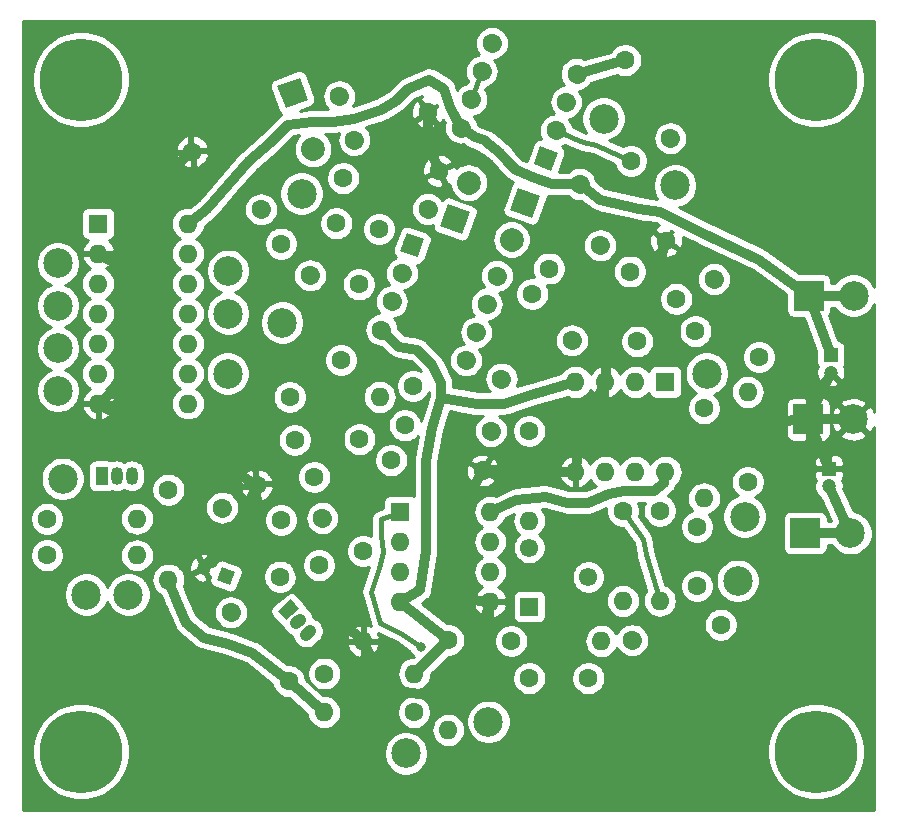
<source format=gbr>
G04 #@! TF.GenerationSoftware,KiCad,Pcbnew,(5.1.2-1)-1*
G04 #@! TF.CreationDate,2021-05-12T23:48:54-04:00*
G04 #@! TF.ProjectId,Noise Cornucopia - MFOS,4e6f6973-6520-4436-9f72-6e75636f7069,rev?*
G04 #@! TF.SameCoordinates,Original*
G04 #@! TF.FileFunction,Copper,L1,Top*
G04 #@! TF.FilePolarity,Positive*
%FSLAX46Y46*%
G04 Gerber Fmt 4.6, Leading zero omitted, Abs format (unit mm)*
G04 Created by KiCad (PCBNEW (5.1.2-1)-1) date 2021-05-12 23:48:54*
%MOMM*%
%LPD*%
G04 APERTURE LIST*
%ADD10C,7.000000*%
%ADD11C,1.200000*%
%ADD12C,0.100000*%
%ADD13C,1.600000*%
%ADD14R,1.200000X1.200000*%
%ADD15C,2.000000*%
%ADD16C,2.000000*%
%ADD17C,2.499360*%
%ADD18R,2.499360X2.499360*%
%ADD19C,1.050000*%
%ADD20C,1.050000*%
%ADD21R,1.050000X1.500000*%
%ADD22O,1.050000X1.500000*%
%ADD23C,1.600000*%
%ADD24O,1.600000X1.600000*%
%ADD25C,1.550000*%
%ADD26R,1.550000X1.550000*%
%ADD27R,1.600000X1.600000*%
%ADD28C,0.800000*%
%ADD29C,0.812800*%
%ADD30C,0.406400*%
%ADD31C,0.254000*%
G04 APERTURE END LIST*
D10*
X80010000Y-74676000D03*
X80010000Y-17780000D03*
X17780000Y-17780000D03*
X17780000Y-74676000D03*
D11*
X30048200Y-59817000D03*
D12*
G36*
X30817228Y-59458397D02*
G01*
X30406803Y-60586028D01*
X29279172Y-60175603D01*
X29689597Y-59047972D01*
X30817228Y-59458397D01*
X30817228Y-59458397D01*
G37*
D11*
X28168815Y-59132960D03*
D13*
X32650862Y-52115622D03*
X35864800Y-48285400D03*
X37922200Y-58902600D03*
X34708262Y-55072378D03*
X43002200Y-30429200D03*
X41292099Y-35127663D03*
X37520978Y-51448538D03*
X41351200Y-48234600D03*
X60731400Y-68478400D03*
X55731400Y-68478400D03*
X34696400Y-31673800D03*
X39394863Y-29963699D03*
X69926200Y-60651400D03*
X69926200Y-55651400D03*
X64875161Y-39958841D03*
X69799200Y-39090600D03*
X67310000Y-31419800D03*
X68178241Y-36343839D03*
D14*
X81254600Y-41097200D03*
D11*
X81254600Y-42597200D03*
X81102200Y-52223800D03*
D14*
X81102200Y-50723800D03*
D15*
X49453800Y-29591000D03*
D12*
G36*
X48172087Y-30188672D02*
G01*
X48856128Y-28309287D01*
X50735513Y-28993328D01*
X50051472Y-30872713D01*
X48172087Y-30188672D01*
X48172087Y-30188672D01*
G37*
D15*
X54227439Y-31328462D03*
D16*
X54227439Y-31328462D02*
X54227439Y-31328462D01*
D15*
X55372000Y-28244800D03*
D12*
G36*
X56653713Y-27647128D02*
G01*
X55969672Y-29526513D01*
X54090287Y-28842472D01*
X54774328Y-26963087D01*
X56653713Y-27647128D01*
X56653713Y-27647128D01*
G37*
D15*
X50598361Y-26507338D03*
D16*
X50598361Y-26507338D02*
X50598361Y-26507338D01*
D15*
X37424462Y-23671239D03*
D16*
X37424462Y-23671239D02*
X37424462Y-23671239D01*
D15*
X35687000Y-18897600D03*
D12*
G36*
X34405287Y-18299928D02*
G01*
X36284672Y-17615887D01*
X36968713Y-19495272D01*
X35089328Y-20179313D01*
X34405287Y-18299928D01*
X34405287Y-18299928D01*
G37*
D17*
X62026800Y-21082000D03*
X68072000Y-26746200D03*
X45288200Y-74828400D03*
X52273200Y-72161400D03*
X36449000Y-27432000D03*
X34798000Y-38354000D03*
X30226000Y-33985200D03*
X30226000Y-37592000D03*
X30200600Y-42672000D03*
X15824200Y-44145200D03*
X15824200Y-40538400D03*
X15824200Y-36931600D03*
X15824200Y-33350200D03*
X18211800Y-61391800D03*
X73380600Y-60223400D03*
X70764400Y-42672000D03*
X21793200Y-61391800D03*
X73964800Y-54787800D03*
X16230600Y-51587400D03*
X83185000Y-36068000D03*
D18*
X79375000Y-36068000D03*
X79349600Y-46558200D03*
D17*
X83159600Y-46558200D03*
D18*
X79095600Y-56184800D03*
D17*
X82905600Y-56184800D03*
D19*
X36173140Y-63660076D03*
D20*
X36345500Y-63515449D02*
X36000780Y-63804703D01*
D19*
X36989481Y-64632953D03*
D20*
X37161841Y-64488326D02*
X36817121Y-64777580D01*
D19*
X35356800Y-62687200D03*
D12*
G36*
X34444803Y-62767117D02*
G01*
X35593870Y-61802936D01*
X36268797Y-62607283D01*
X35119730Y-63571464D01*
X34444803Y-62767117D01*
X34444803Y-62767117D01*
G37*
D21*
X19532600Y-51333400D03*
D22*
X22072600Y-51333400D03*
X20802600Y-51333400D03*
D13*
X30458758Y-62895141D03*
D23*
X30458758Y-62895141D02*
X30458758Y-62895141D01*
D13*
X35356800Y-68732400D03*
X29722158Y-54030541D03*
D23*
X29722158Y-54030541D02*
X29722158Y-54030541D01*
D13*
X34620200Y-59867800D03*
X59984793Y-26621542D03*
D23*
X59984793Y-26621542D02*
X59984793Y-26621542D01*
D13*
X57378600Y-33782000D03*
X64338200Y-24663400D03*
X61732007Y-31823858D03*
D23*
X61732007Y-31823858D02*
X61732007Y-31823858D01*
D13*
X67665600Y-22753514D03*
D23*
X67665600Y-22753514D02*
X67665600Y-22753514D01*
D13*
X63855600Y-16154400D03*
D24*
X38354000Y-71348600D03*
D13*
X45974000Y-71348600D03*
X48869600Y-65227200D03*
D24*
X48869600Y-72847200D03*
X45999400Y-68072000D03*
D13*
X38379400Y-68072000D03*
D24*
X43053000Y-44653200D03*
D13*
X35433000Y-44653200D03*
X45872400Y-43713400D03*
X52471514Y-47523400D03*
D23*
X52471514Y-47523400D02*
X52471514Y-47523400D01*
D13*
X53375407Y-43101458D03*
D23*
X53375407Y-43101458D02*
X53375407Y-43101458D01*
D13*
X55981600Y-35941000D03*
X41656000Y-57708800D03*
D24*
X41656000Y-65328800D03*
D13*
X37170207Y-34368542D03*
D23*
X37170207Y-34368542D02*
X37170207Y-34368542D01*
D13*
X39776400Y-41529000D03*
X45186600Y-47066200D03*
X51785714Y-50876200D03*
D23*
X51785714Y-50876200D02*
X51785714Y-50876200D01*
D13*
X44043600Y-50012600D03*
X38206341Y-54910642D03*
D23*
X38206341Y-54910642D02*
X38206341Y-54910642D01*
D13*
X47140058Y-28742793D03*
D23*
X47140058Y-28742793D02*
X47140058Y-28742793D01*
D13*
X39979600Y-26136600D03*
X48082200Y-25501600D03*
X40921742Y-22895407D03*
D23*
X40921742Y-22895407D02*
X40921742Y-22895407D01*
D13*
X39638165Y-19200001D03*
D23*
X39638165Y-19200001D02*
X39638165Y-19200001D01*
D13*
X47142400Y-20523200D03*
X54203600Y-65328800D03*
D24*
X61823600Y-65328800D03*
D13*
X33015259Y-28774042D03*
D23*
X33015259Y-28774042D02*
X33015259Y-28774042D01*
D13*
X27178000Y-23876000D03*
X55727600Y-47523400D03*
D24*
X55727600Y-55143400D03*
D13*
X63652400Y-54305200D03*
D24*
X63652400Y-61925200D03*
D13*
X64236600Y-34036000D03*
X59338558Y-39873259D03*
D23*
X59338558Y-39873259D02*
X59338558Y-39873259D01*
D13*
X66776600Y-54279800D03*
D24*
X66776600Y-61899800D03*
D13*
X75184000Y-41275000D03*
X71374000Y-34675886D03*
D23*
X71374000Y-34675886D02*
X71374000Y-34675886D01*
D13*
X64428565Y-65254999D03*
D23*
X64428565Y-65254999D02*
X64428565Y-65254999D01*
D13*
X71932800Y-63931800D03*
X70510400Y-45618400D03*
D24*
X70510400Y-53238400D03*
X22504400Y-54965600D03*
D13*
X14884400Y-54965600D03*
D24*
X22504400Y-58064400D03*
D13*
X14884400Y-58064400D03*
X74218800Y-51841400D03*
D24*
X74218800Y-44221400D03*
D13*
X25171400Y-52501800D03*
D24*
X25171400Y-60121800D03*
D25*
X55727600Y-57407800D03*
D26*
X55727600Y-62407800D03*
D25*
X60727600Y-59907800D03*
D13*
X49964142Y-21854007D03*
D23*
X49964142Y-21854007D02*
X49964142Y-21854007D01*
D13*
X59730793Y-17299742D03*
D23*
X59730793Y-17299742D02*
X59730793Y-17299742D01*
D13*
X50832873Y-19467187D03*
D23*
X50832873Y-19467187D02*
X50832873Y-19467187D01*
D13*
X58862062Y-19686561D03*
D23*
X58862062Y-19686561D02*
X58862062Y-19686561D01*
D13*
X51701605Y-17080368D03*
D23*
X51701605Y-17080368D02*
X51701605Y-17080368D01*
D13*
X57993331Y-22073381D03*
D23*
X57993331Y-22073381D02*
X57993331Y-22073381D01*
D13*
X52570336Y-14693549D03*
D23*
X52570336Y-14693549D02*
X52570336Y-14693549D01*
D13*
X57124600Y-24460200D03*
D12*
G36*
X58149970Y-23982062D02*
G01*
X57602738Y-25485570D01*
X56099230Y-24938338D01*
X56646462Y-23434830D01*
X58149970Y-23982062D01*
X58149970Y-23982062D01*
G37*
D13*
X45821600Y-31800800D03*
D12*
G36*
X44796230Y-32278938D02*
G01*
X45343462Y-30775430D01*
X46846970Y-31322662D01*
X46299738Y-32826170D01*
X44796230Y-32278938D01*
X44796230Y-32278938D01*
G37*
D13*
X50375864Y-41567451D03*
D23*
X50375864Y-41567451D02*
X50375864Y-41567451D01*
D13*
X44952869Y-34187619D03*
D23*
X44952869Y-34187619D02*
X44952869Y-34187619D01*
D13*
X51244595Y-39180632D03*
D23*
X51244595Y-39180632D02*
X51244595Y-39180632D01*
D13*
X44084138Y-36574439D03*
D23*
X44084138Y-36574439D02*
X44084138Y-36574439D01*
D13*
X52113327Y-36793813D03*
D23*
X52113327Y-36793813D02*
X52113327Y-36793813D01*
D13*
X43215407Y-38961258D03*
D23*
X43215407Y-38961258D02*
X43215407Y-38961258D01*
D13*
X52982058Y-34406993D03*
D23*
X52982058Y-34406993D02*
X52982058Y-34406993D01*
D24*
X52425600Y-54381400D03*
X44805600Y-62001400D03*
X52425600Y-56921400D03*
X44805600Y-59461400D03*
X52425600Y-59461400D03*
X44805600Y-56921400D03*
X52425600Y-62001400D03*
D27*
X44805600Y-54381400D03*
X19227800Y-29972000D03*
D24*
X26847800Y-45212000D03*
X19227800Y-32512000D03*
X26847800Y-42672000D03*
X19227800Y-35052000D03*
X26847800Y-40132000D03*
X19227800Y-37592000D03*
X26847800Y-37592000D03*
X19227800Y-40132000D03*
X26847800Y-35052000D03*
X19227800Y-42672000D03*
X26847800Y-32512000D03*
X19227800Y-45212000D03*
X26847800Y-29972000D03*
D27*
X67259200Y-43383200D03*
D24*
X59639200Y-51003200D03*
X64719200Y-43383200D03*
X62179200Y-51003200D03*
X62179200Y-43383200D03*
X64719200Y-51003200D03*
X59639200Y-43383200D03*
X67259200Y-51003200D03*
D28*
X46558200Y-65786000D03*
D29*
X79349600Y-46558200D02*
X81254600Y-42597200D01*
X83159600Y-46558200D02*
X79349600Y-46558200D01*
X79349600Y-46558200D02*
X81102200Y-50723800D01*
X59639200Y-51003200D02*
X51785714Y-50876200D01*
X51785714Y-50876200D02*
X50546000Y-53086000D01*
X50546000Y-53086000D02*
X49530000Y-56388000D01*
X49530000Y-56388000D02*
X49530000Y-59690000D01*
X49530000Y-59690000D02*
X50292000Y-61722000D01*
X50292000Y-61722000D02*
X52425600Y-62001400D01*
X28168815Y-59132960D02*
X29718000Y-57150000D01*
X29718000Y-57150000D02*
X30988000Y-56642000D01*
X32004000Y-55118000D02*
X32004000Y-53594000D01*
X32004000Y-53594000D02*
X32650862Y-52115622D01*
X32650862Y-52115622D02*
X28702000Y-49784000D01*
X28702000Y-49784000D02*
X26670000Y-49276000D01*
X26670000Y-49276000D02*
X24130000Y-48260000D01*
X24130000Y-48260000D02*
X22606000Y-46990000D01*
X22606000Y-46990000D02*
X19227800Y-45212000D01*
X21082000Y-33528000D02*
X19227800Y-32512000D01*
X21590000Y-41656000D02*
X21590000Y-34544000D01*
X21082000Y-43688000D02*
X21590000Y-41656000D01*
X21590000Y-34544000D02*
X21082000Y-33528000D01*
X19227800Y-45212000D02*
X21082000Y-43688000D01*
X27178000Y-23876000D02*
X24384000Y-26162000D01*
X24384000Y-26162000D02*
X23368000Y-29210000D01*
X23368000Y-29210000D02*
X23114000Y-30734000D01*
X23114000Y-30734000D02*
X22352000Y-32004000D01*
X22352000Y-32004000D02*
X21082000Y-33528000D01*
X47142400Y-20523200D02*
X47244000Y-23368000D01*
X47244000Y-23368000D02*
X48082200Y-25501600D01*
X62230000Y-42164000D02*
X62179200Y-43383200D01*
X62230000Y-39624000D02*
X62230000Y-42164000D01*
X67310000Y-31419800D02*
X66294000Y-34798000D01*
X62484000Y-38608000D02*
X62230000Y-39624000D01*
X63754000Y-37338000D02*
X62484000Y-38608000D01*
X65024000Y-36576000D02*
X63754000Y-37338000D01*
X66294000Y-34798000D02*
X65024000Y-36576000D01*
X62179200Y-43383200D02*
X61214000Y-45466000D01*
X60960000Y-47752000D02*
X59944000Y-49022000D01*
X59944000Y-49022000D02*
X59639200Y-51003200D01*
X62230000Y-46990000D02*
X61087000Y-46609000D01*
X65278000Y-47752000D02*
X62230000Y-46990000D01*
X68326000Y-47752000D02*
X65278000Y-47752000D01*
X73406000Y-46990000D02*
X70358000Y-48006000D01*
X61214000Y-45466000D02*
X61087000Y-46609000D01*
X79349600Y-46558200D02*
X73406000Y-46990000D01*
X70358000Y-48006000D02*
X68326000Y-47752000D01*
X61087000Y-46609000D02*
X60960000Y-47752000D01*
X52425600Y-62001400D02*
X51562000Y-64770000D01*
X51562000Y-64770000D02*
X50038000Y-67564000D01*
X50038000Y-67564000D02*
X49022000Y-69088000D01*
X49022000Y-69088000D02*
X46990000Y-69850000D01*
X46990000Y-69850000D02*
X45212000Y-69596000D01*
X45212000Y-69596000D02*
X43942000Y-69342000D01*
X43942000Y-69342000D02*
X43434000Y-68580000D01*
X43434000Y-68580000D02*
X42672000Y-67564000D01*
X42672000Y-67564000D02*
X42418000Y-66802000D01*
X42418000Y-66802000D02*
X41656000Y-65328800D01*
X41656000Y-65328800D02*
X39370000Y-63246000D01*
X39370000Y-63246000D02*
X37338000Y-61214000D01*
X37338000Y-61214000D02*
X36576000Y-60198000D01*
X36576000Y-60198000D02*
X36068000Y-58928000D01*
X36068000Y-58928000D02*
X35560000Y-58166000D01*
X35560000Y-58166000D02*
X34036000Y-57404000D01*
X34036000Y-57404000D02*
X33528000Y-57658000D01*
X33528000Y-57658000D02*
X32512000Y-57150000D01*
X32512000Y-57150000D02*
X31292800Y-56184800D01*
X31292800Y-56184800D02*
X32004000Y-55118000D01*
X30988000Y-56642000D02*
X31292800Y-56184800D01*
D30*
X46558200Y-65786000D02*
X44983400Y-64693800D01*
X44983400Y-64693800D02*
X43103800Y-63804800D01*
X43103800Y-63804800D02*
X42341800Y-61137800D01*
X42341800Y-61137800D02*
X43027600Y-59131200D01*
X43027600Y-59131200D02*
X43332400Y-57810400D01*
X43332400Y-57810400D02*
X43154600Y-56362600D01*
X43154600Y-56362600D02*
X43154600Y-55016400D01*
X43154600Y-55016400D02*
X44805600Y-54381400D01*
X66776600Y-61899800D02*
X65582800Y-57912000D01*
X65582800Y-57912000D02*
X65354200Y-56667400D01*
X65354200Y-56667400D02*
X63652400Y-54305200D01*
D29*
X79375000Y-36068000D02*
X81254600Y-41097200D01*
X83185000Y-36068000D02*
X79375000Y-36068000D01*
X79375000Y-36068000D02*
X75184000Y-33020000D01*
X75184000Y-33020000D02*
X70358000Y-30734000D01*
X70358000Y-30734000D02*
X66802000Y-28956000D01*
X66802000Y-28956000D02*
X65024000Y-28702000D01*
X65024000Y-28702000D02*
X61722000Y-27940000D01*
X61722000Y-27940000D02*
X59984793Y-26621542D01*
X28448000Y-28702000D02*
X26847800Y-29972000D01*
X32004000Y-24638000D02*
X28448000Y-28702000D01*
X33782000Y-23114000D02*
X32004000Y-24638000D01*
X43180000Y-20320000D02*
X40894000Y-21082000D01*
X39116000Y-21336000D02*
X37338000Y-21336000D01*
X40894000Y-21082000D02*
X39116000Y-21336000D01*
X35306000Y-21590000D02*
X33782000Y-23114000D01*
X37338000Y-21336000D02*
X35306000Y-21590000D01*
X48514000Y-18542000D02*
X47244000Y-17780000D01*
X44450000Y-19558000D02*
X43180000Y-20320000D01*
X45466000Y-18542000D02*
X44450000Y-19558000D01*
X47244000Y-17780000D02*
X45466000Y-18542000D01*
X49022000Y-20066000D02*
X48514000Y-18542000D01*
X49964142Y-21854007D02*
X49022000Y-20066000D01*
X38354000Y-71348600D02*
X35356800Y-68732400D01*
X35356800Y-68732400D02*
X32258000Y-66294000D01*
X32258000Y-66294000D02*
X30226000Y-65532000D01*
X30226000Y-65532000D02*
X28194000Y-65024000D01*
X28194000Y-65024000D02*
X26670000Y-63754000D01*
X26670000Y-63754000D02*
X25908000Y-61976000D01*
X25908000Y-61976000D02*
X25171400Y-60121800D01*
X52425600Y-54381400D02*
X54610000Y-53340000D01*
X54610000Y-53340000D02*
X57150000Y-53086000D01*
X57150000Y-53086000D02*
X58928000Y-53594000D01*
X58928000Y-53594000D02*
X60706000Y-53594000D01*
X60706000Y-53594000D02*
X62484000Y-52832000D01*
X62484000Y-52832000D02*
X63754000Y-52578000D01*
X66294000Y-52578000D02*
X67143085Y-51903085D01*
X67143085Y-51903085D02*
X67259200Y-51003200D01*
X63754000Y-52578000D02*
X66294000Y-52578000D01*
X59984793Y-26621542D02*
X57683400Y-26644600D01*
X57683400Y-26644600D02*
X56184800Y-26085800D01*
X56184800Y-26085800D02*
X54635400Y-25450800D01*
X54635400Y-25450800D02*
X53822600Y-24714200D01*
X53822600Y-24714200D02*
X53238400Y-23977600D01*
X53238400Y-23977600D02*
X52400200Y-23291800D01*
X52400200Y-23291800D02*
X51866800Y-22936200D01*
X51866800Y-22936200D02*
X51104800Y-22682200D01*
X51104800Y-22682200D02*
X49964142Y-21854007D01*
X81102200Y-52223800D02*
X82905600Y-56184800D01*
X82905600Y-56184800D02*
X79095600Y-56184800D01*
X45999400Y-68072000D02*
X48869600Y-65227200D01*
X48869600Y-65227200D02*
X44805600Y-62001400D01*
X44704000Y-40386000D02*
X43215407Y-38961258D01*
X46228000Y-40640000D02*
X44704000Y-40386000D01*
X47498000Y-41910000D02*
X46228000Y-40640000D01*
X48260000Y-43434000D02*
X47498000Y-41910000D01*
X48260000Y-44704000D02*
X48260000Y-43434000D01*
X47498000Y-47244000D02*
X48260000Y-44704000D01*
X46482000Y-60960000D02*
X46990000Y-57658000D01*
X46990000Y-50038000D02*
X47498000Y-47244000D01*
X46990000Y-57658000D02*
X46990000Y-50038000D01*
X44805600Y-62001400D02*
X46482000Y-60960000D01*
X59639200Y-43383200D02*
X55880000Y-44450000D01*
X55880000Y-44450000D02*
X53594000Y-45212000D01*
X53594000Y-45212000D02*
X51308000Y-45212000D01*
X51308000Y-45212000D02*
X49784000Y-44958000D01*
X49784000Y-44958000D02*
X48260000Y-44704000D01*
X59730793Y-17299742D02*
X63855600Y-16154400D01*
D30*
X64338200Y-24663400D02*
X61341000Y-23291800D01*
X61341000Y-23291800D02*
X60299600Y-23088600D01*
X60299600Y-23088600D02*
X59461400Y-22707600D01*
X59461400Y-22707600D02*
X57993331Y-22073381D01*
X50832873Y-19467187D02*
X51701605Y-17080368D01*
D31*
G36*
X84938001Y-35375211D02*
G01*
X84855182Y-35175269D01*
X84648926Y-34866587D01*
X84386413Y-34604074D01*
X84077731Y-34397818D01*
X83734741Y-34255747D01*
X83370625Y-34183320D01*
X82999375Y-34183320D01*
X82635259Y-34255747D01*
X82292269Y-34397818D01*
X81983587Y-34604074D01*
X81721074Y-34866587D01*
X81614156Y-35026600D01*
X81262752Y-35026600D01*
X81262752Y-34818320D01*
X81250492Y-34693838D01*
X81214182Y-34574140D01*
X81155217Y-34463826D01*
X81075865Y-34367135D01*
X80979174Y-34287783D01*
X80868860Y-34228818D01*
X80749162Y-34192508D01*
X80624680Y-34180248D01*
X78549912Y-34180248D01*
X75842091Y-32210925D01*
X75807856Y-32179859D01*
X75759331Y-32150735D01*
X75755153Y-32147697D01*
X75715573Y-32124473D01*
X75676036Y-32100744D01*
X75671345Y-32098522D01*
X75622555Y-32069894D01*
X75578901Y-32054733D01*
X70813839Y-29797599D01*
X68416998Y-28599179D01*
X68621741Y-28558453D01*
X68964731Y-28416382D01*
X69273413Y-28210126D01*
X69535926Y-27947613D01*
X69742182Y-27638931D01*
X69884253Y-27295941D01*
X69956680Y-26931825D01*
X69956680Y-26560575D01*
X69884253Y-26196459D01*
X69742182Y-25853469D01*
X69535926Y-25544787D01*
X69273413Y-25282274D01*
X68964731Y-25076018D01*
X68621741Y-24933947D01*
X68257625Y-24861520D01*
X67886375Y-24861520D01*
X67522259Y-24933947D01*
X67179269Y-25076018D01*
X66870587Y-25282274D01*
X66608074Y-25544787D01*
X66401818Y-25853469D01*
X66259747Y-26196459D01*
X66187320Y-26560575D01*
X66187320Y-26931825D01*
X66259747Y-27295941D01*
X66401818Y-27638931D01*
X66555413Y-27868801D01*
X65215061Y-27677322D01*
X62173728Y-26975475D01*
X61404062Y-26391335D01*
X61399029Y-26340233D01*
X61316975Y-26069734D01*
X61183725Y-25820441D01*
X61004401Y-25601934D01*
X60785894Y-25422610D01*
X60536601Y-25289360D01*
X60266102Y-25207306D01*
X60055285Y-25186542D01*
X59914301Y-25186542D01*
X59703484Y-25207306D01*
X59432985Y-25289360D01*
X59183692Y-25422610D01*
X58979529Y-25590162D01*
X58240999Y-25597561D01*
X58749562Y-24200295D01*
X58780616Y-24079128D01*
X58787435Y-23954230D01*
X58769756Y-23830401D01*
X58728260Y-23712401D01*
X58664540Y-23604764D01*
X58581045Y-23511626D01*
X58480985Y-23436567D01*
X58466243Y-23429496D01*
X58545139Y-23405563D01*
X58732122Y-23305618D01*
X59121762Y-23473946D01*
X59929642Y-23841165D01*
X59980125Y-23867912D01*
X60044110Y-23887067D01*
X60107357Y-23908621D01*
X60164004Y-23916148D01*
X61082745Y-24095415D01*
X62930285Y-24940900D01*
X62958347Y-25081974D01*
X63066520Y-25343127D01*
X63223563Y-25578159D01*
X63423441Y-25778037D01*
X63658473Y-25935080D01*
X63919626Y-26043253D01*
X64196865Y-26098400D01*
X64479535Y-26098400D01*
X64756774Y-26043253D01*
X65017927Y-25935080D01*
X65252959Y-25778037D01*
X65452837Y-25578159D01*
X65609880Y-25343127D01*
X65718053Y-25081974D01*
X65773200Y-24804735D01*
X65773200Y-24522065D01*
X65718053Y-24244826D01*
X65609880Y-23983673D01*
X65452837Y-23748641D01*
X65252959Y-23548763D01*
X65017927Y-23391720D01*
X64756774Y-23283547D01*
X64479535Y-23228400D01*
X64196865Y-23228400D01*
X63919626Y-23283547D01*
X63658473Y-23391720D01*
X63623992Y-23414759D01*
X62513842Y-22906725D01*
X62576541Y-22894253D01*
X62916315Y-22753514D01*
X66223657Y-22753514D01*
X66251364Y-23034823D01*
X66333418Y-23305322D01*
X66466668Y-23554615D01*
X66645992Y-23773122D01*
X66864499Y-23952446D01*
X67113792Y-24085696D01*
X67384291Y-24167750D01*
X67595108Y-24188514D01*
X67736092Y-24188514D01*
X67946909Y-24167750D01*
X68217408Y-24085696D01*
X68466701Y-23952446D01*
X68685208Y-23773122D01*
X68864532Y-23554615D01*
X68997782Y-23305322D01*
X69079836Y-23034823D01*
X69107543Y-22753514D01*
X69079836Y-22472205D01*
X68997782Y-22201706D01*
X68864532Y-21952413D01*
X68685208Y-21733906D01*
X68466701Y-21554582D01*
X68217408Y-21421332D01*
X67946909Y-21339278D01*
X67736092Y-21318514D01*
X67595108Y-21318514D01*
X67384291Y-21339278D01*
X67113792Y-21421332D01*
X66864499Y-21554582D01*
X66645992Y-21733906D01*
X66466668Y-21952413D01*
X66333418Y-22201706D01*
X66251364Y-22472205D01*
X66223657Y-22753514D01*
X62916315Y-22753514D01*
X62919531Y-22752182D01*
X63228213Y-22545926D01*
X63490726Y-22283413D01*
X63696982Y-21974731D01*
X63839053Y-21631741D01*
X63911480Y-21267625D01*
X63911480Y-20896375D01*
X63839053Y-20532259D01*
X63696982Y-20189269D01*
X63490726Y-19880587D01*
X63228213Y-19618074D01*
X62919531Y-19411818D01*
X62576541Y-19269747D01*
X62212425Y-19197320D01*
X61841175Y-19197320D01*
X61477059Y-19269747D01*
X61134069Y-19411818D01*
X60825387Y-19618074D01*
X60562874Y-19880587D01*
X60356618Y-20189269D01*
X60214547Y-20532259D01*
X60142120Y-20896375D01*
X60142120Y-21267625D01*
X60214547Y-21631741D01*
X60356618Y-21974731D01*
X60562874Y-22283413D01*
X60566044Y-22286583D01*
X60556789Y-22284777D01*
X59838532Y-21958297D01*
X59831610Y-21954461D01*
X59801038Y-21941253D01*
X59770769Y-21927495D01*
X59763290Y-21924946D01*
X59400306Y-21768134D01*
X59325513Y-21521573D01*
X59192263Y-21272280D01*
X59058399Y-21109166D01*
X59143371Y-21100797D01*
X59413870Y-21018743D01*
X59663163Y-20885493D01*
X59881670Y-20706169D01*
X60060994Y-20487662D01*
X60194244Y-20238369D01*
X60276298Y-19967870D01*
X60304005Y-19686561D01*
X60276298Y-19405252D01*
X60194244Y-19134753D01*
X60060994Y-18885460D01*
X59927131Y-18722347D01*
X60012102Y-18713978D01*
X60282601Y-18631924D01*
X60531894Y-18498674D01*
X60750401Y-18319350D01*
X60929725Y-18100843D01*
X60963123Y-18038360D01*
X63173613Y-17424570D01*
X63175873Y-17426080D01*
X63437026Y-17534253D01*
X63714265Y-17589400D01*
X63996935Y-17589400D01*
X64274174Y-17534253D01*
X64535327Y-17426080D01*
X64615159Y-17372738D01*
X75875000Y-17372738D01*
X75875000Y-18187262D01*
X76033906Y-18986135D01*
X76345611Y-19738657D01*
X76798136Y-20415909D01*
X77374091Y-20991864D01*
X78051343Y-21444389D01*
X78803865Y-21756094D01*
X79602738Y-21915000D01*
X80417262Y-21915000D01*
X81216135Y-21756094D01*
X81968657Y-21444389D01*
X82645909Y-20991864D01*
X83221864Y-20415909D01*
X83674389Y-19738657D01*
X83986094Y-18986135D01*
X84145000Y-18187262D01*
X84145000Y-17372738D01*
X83986094Y-16573865D01*
X83674389Y-15821343D01*
X83221864Y-15144091D01*
X82645909Y-14568136D01*
X81968657Y-14115611D01*
X81216135Y-13803906D01*
X80417262Y-13645000D01*
X79602738Y-13645000D01*
X78803865Y-13803906D01*
X78051343Y-14115611D01*
X77374091Y-14568136D01*
X76798136Y-15144091D01*
X76345611Y-15821343D01*
X76033906Y-16573865D01*
X75875000Y-17372738D01*
X64615159Y-17372738D01*
X64770359Y-17269037D01*
X64970237Y-17069159D01*
X65127280Y-16834127D01*
X65235453Y-16572974D01*
X65290600Y-16295735D01*
X65290600Y-16013065D01*
X65235453Y-15735826D01*
X65127280Y-15474673D01*
X64970237Y-15239641D01*
X64770359Y-15039763D01*
X64535327Y-14882720D01*
X64274174Y-14774547D01*
X63996935Y-14719400D01*
X63714265Y-14719400D01*
X63437026Y-14774547D01*
X63175873Y-14882720D01*
X62940841Y-15039763D01*
X62740963Y-15239641D01*
X62623269Y-15415782D01*
X60403460Y-16032161D01*
X60282601Y-15967560D01*
X60012102Y-15885506D01*
X59801285Y-15864742D01*
X59660301Y-15864742D01*
X59449484Y-15885506D01*
X59178985Y-15967560D01*
X58929692Y-16100810D01*
X58711185Y-16280134D01*
X58531861Y-16498641D01*
X58398611Y-16747934D01*
X58316557Y-17018433D01*
X58288850Y-17299742D01*
X58316557Y-17581051D01*
X58398611Y-17851550D01*
X58531861Y-18100843D01*
X58665724Y-18263956D01*
X58580753Y-18272325D01*
X58310254Y-18354379D01*
X58060961Y-18487629D01*
X57842454Y-18666953D01*
X57663130Y-18885460D01*
X57529880Y-19134753D01*
X57447826Y-19405252D01*
X57420119Y-19686561D01*
X57447826Y-19967870D01*
X57529880Y-20238369D01*
X57663130Y-20487662D01*
X57796994Y-20650776D01*
X57712022Y-20659145D01*
X57441523Y-20741199D01*
X57192230Y-20874449D01*
X56973723Y-21053773D01*
X56794399Y-21272280D01*
X56661149Y-21521573D01*
X56579095Y-21792072D01*
X56551388Y-22073381D01*
X56579095Y-22354690D01*
X56661149Y-22625189D01*
X56758934Y-22808133D01*
X56743528Y-22804184D01*
X56618630Y-22797365D01*
X56494801Y-22815044D01*
X56376801Y-22856540D01*
X56269164Y-22920260D01*
X56176026Y-23003755D01*
X56100967Y-23103815D01*
X56046870Y-23216597D01*
X55512489Y-24684797D01*
X55199356Y-24556464D01*
X54585346Y-24000017D01*
X54080227Y-23363128D01*
X54046314Y-23312538D01*
X53980364Y-23246786D01*
X53915670Y-23179893D01*
X53865613Y-23145223D01*
X53058254Y-22484657D01*
X53020425Y-22453677D01*
X53020238Y-22453552D01*
X53020064Y-22453410D01*
X52979468Y-22426372D01*
X52456706Y-22077864D01*
X52385028Y-22027095D01*
X52324619Y-22000124D01*
X52266242Y-21968999D01*
X52182172Y-21943593D01*
X51586598Y-21745068D01*
X51380626Y-21595519D01*
X51378378Y-21572698D01*
X51296324Y-21302199D01*
X51163074Y-21052906D01*
X51029210Y-20889792D01*
X51114182Y-20881423D01*
X51384681Y-20799369D01*
X51633974Y-20666119D01*
X51852481Y-20486795D01*
X52031805Y-20268288D01*
X52165055Y-20018995D01*
X52247109Y-19748496D01*
X52274816Y-19467187D01*
X52247109Y-19185878D01*
X52165055Y-18915379D01*
X52031805Y-18666086D01*
X52021163Y-18653119D01*
X52090766Y-18461888D01*
X52253413Y-18412550D01*
X52502706Y-18279300D01*
X52721213Y-18099976D01*
X52900537Y-17881469D01*
X53033787Y-17632176D01*
X53115841Y-17361677D01*
X53143548Y-17080368D01*
X53115841Y-16799059D01*
X53033787Y-16528560D01*
X52900537Y-16279267D01*
X52766674Y-16116154D01*
X52851645Y-16107785D01*
X53122144Y-16025731D01*
X53371437Y-15892481D01*
X53589944Y-15713157D01*
X53769268Y-15494650D01*
X53902518Y-15245357D01*
X53984572Y-14974858D01*
X54012279Y-14693549D01*
X53984572Y-14412240D01*
X53902518Y-14141741D01*
X53769268Y-13892448D01*
X53589944Y-13673941D01*
X53371437Y-13494617D01*
X53122144Y-13361367D01*
X52851645Y-13279313D01*
X52640828Y-13258549D01*
X52499844Y-13258549D01*
X52289027Y-13279313D01*
X52018528Y-13361367D01*
X51769235Y-13494617D01*
X51550728Y-13673941D01*
X51371404Y-13892448D01*
X51238154Y-14141741D01*
X51156100Y-14412240D01*
X51128393Y-14693549D01*
X51156100Y-14974858D01*
X51238154Y-15245357D01*
X51371404Y-15494650D01*
X51505267Y-15657763D01*
X51420296Y-15666132D01*
X51149797Y-15748186D01*
X50900504Y-15881436D01*
X50681997Y-16060760D01*
X50502673Y-16279267D01*
X50369423Y-16528560D01*
X50287369Y-16799059D01*
X50259662Y-17080368D01*
X50287369Y-17361677D01*
X50369423Y-17632176D01*
X50502673Y-17881469D01*
X50513314Y-17894436D01*
X50443712Y-18085667D01*
X50281065Y-18135005D01*
X50031772Y-18268255D01*
X49813265Y-18447579D01*
X49647561Y-18649489D01*
X49530836Y-18299314D01*
X49529193Y-18288201D01*
X49498454Y-18202167D01*
X49485783Y-18164154D01*
X49481225Y-18153944D01*
X49460173Y-18095024D01*
X49439508Y-18060510D01*
X49423105Y-18023772D01*
X49386937Y-17972709D01*
X49354792Y-17919022D01*
X49327787Y-17889199D01*
X49304536Y-17856373D01*
X49259107Y-17813354D01*
X49217100Y-17766963D01*
X49184791Y-17742978D01*
X49155585Y-17715321D01*
X49102636Y-17681990D01*
X49093658Y-17675325D01*
X49059307Y-17654714D01*
X48981981Y-17606038D01*
X48971487Y-17602022D01*
X47839979Y-16923118D01*
X47814717Y-16902896D01*
X47752245Y-16870477D01*
X47735933Y-16860690D01*
X47706814Y-16846902D01*
X47632636Y-16808408D01*
X47614273Y-16803081D01*
X47596985Y-16794895D01*
X47515895Y-16774543D01*
X47435621Y-16751257D01*
X47416570Y-16749615D01*
X47398019Y-16744959D01*
X47314529Y-16740819D01*
X47231240Y-16733640D01*
X47212229Y-16735747D01*
X47193133Y-16734800D01*
X47110456Y-16747025D01*
X47027351Y-16756235D01*
X47009116Y-16762010D01*
X46990202Y-16764807D01*
X46911504Y-16792925D01*
X46880788Y-16802653D01*
X46863303Y-16810147D01*
X46797025Y-16833827D01*
X46769263Y-16850450D01*
X45108646Y-17562143D01*
X45065544Y-17575218D01*
X45014594Y-17602451D01*
X45008757Y-17604953D01*
X44969545Y-17626531D01*
X44884630Y-17671919D01*
X44879677Y-17675984D01*
X44874065Y-17679072D01*
X44800453Y-17741001D01*
X44765788Y-17769450D01*
X44761285Y-17773953D01*
X44717091Y-17811133D01*
X44688951Y-17846287D01*
X43804273Y-18730966D01*
X42742232Y-19368191D01*
X40834686Y-20004040D01*
X40837097Y-20001102D01*
X40970347Y-19751809D01*
X41052401Y-19481310D01*
X41080108Y-19200001D01*
X41052401Y-18918692D01*
X40970347Y-18648193D01*
X40837097Y-18398900D01*
X40657773Y-18180393D01*
X40439266Y-18001069D01*
X40189973Y-17867819D01*
X39919474Y-17785765D01*
X39708657Y-17765001D01*
X39567673Y-17765001D01*
X39356856Y-17785765D01*
X39086357Y-17867819D01*
X38837064Y-18001069D01*
X38618557Y-18180393D01*
X38439233Y-18398900D01*
X38305983Y-18648193D01*
X38223929Y-18918692D01*
X38196222Y-19200001D01*
X38223929Y-19481310D01*
X38305983Y-19751809D01*
X38439233Y-20001102D01*
X38618557Y-20219609D01*
X38709934Y-20294600D01*
X37426814Y-20294600D01*
X37413272Y-20292273D01*
X37324420Y-20294600D01*
X37286848Y-20294600D01*
X37273238Y-20295940D01*
X37259586Y-20296298D01*
X37222350Y-20300953D01*
X37133850Y-20309669D01*
X37120696Y-20313659D01*
X36306023Y-20415493D01*
X37186947Y-20094863D01*
X37299728Y-20040767D01*
X37399788Y-19965708D01*
X37483283Y-19872570D01*
X37547003Y-19764933D01*
X37588499Y-19646932D01*
X37606178Y-19523104D01*
X37599359Y-19398206D01*
X37568304Y-19277038D01*
X36884263Y-17397653D01*
X36830167Y-17284872D01*
X36755108Y-17184812D01*
X36661970Y-17101317D01*
X36554333Y-17037597D01*
X36436332Y-16996101D01*
X36312504Y-16978422D01*
X36187606Y-16985241D01*
X36066438Y-17016296D01*
X34187053Y-17700337D01*
X34074272Y-17754433D01*
X33974212Y-17829492D01*
X33890717Y-17922630D01*
X33826997Y-18030267D01*
X33785501Y-18148268D01*
X33767822Y-18272096D01*
X33774641Y-18396994D01*
X33805696Y-18518162D01*
X34489737Y-20397547D01*
X34543833Y-20510328D01*
X34618892Y-20610388D01*
X34712030Y-20693883D01*
X34741120Y-20711104D01*
X34724629Y-20719919D01*
X34674325Y-20761203D01*
X34621200Y-20798748D01*
X34560031Y-20863207D01*
X33073901Y-22349338D01*
X31386152Y-23795981D01*
X31366040Y-23808518D01*
X31308405Y-23862621D01*
X31287429Y-23880600D01*
X31271140Y-23897601D01*
X31253950Y-23913738D01*
X31235731Y-23934560D01*
X31181071Y-23991611D01*
X31168336Y-24011583D01*
X27726539Y-27945066D01*
X26973812Y-28542468D01*
X26918292Y-28537000D01*
X26777308Y-28537000D01*
X26566491Y-28557764D01*
X26295992Y-28639818D01*
X26046699Y-28773068D01*
X25828192Y-28952392D01*
X25648868Y-29170899D01*
X25515618Y-29420192D01*
X25433564Y-29690691D01*
X25405857Y-29972000D01*
X25433564Y-30253309D01*
X25515618Y-30523808D01*
X25648868Y-30773101D01*
X25828192Y-30991608D01*
X26046699Y-31170932D01*
X26179658Y-31242000D01*
X26046699Y-31313068D01*
X25828192Y-31492392D01*
X25648868Y-31710899D01*
X25515618Y-31960192D01*
X25433564Y-32230691D01*
X25405857Y-32512000D01*
X25433564Y-32793309D01*
X25515618Y-33063808D01*
X25648868Y-33313101D01*
X25828192Y-33531608D01*
X26046699Y-33710932D01*
X26179658Y-33782000D01*
X26046699Y-33853068D01*
X25828192Y-34032392D01*
X25648868Y-34250899D01*
X25515618Y-34500192D01*
X25433564Y-34770691D01*
X25405857Y-35052000D01*
X25433564Y-35333309D01*
X25515618Y-35603808D01*
X25648868Y-35853101D01*
X25828192Y-36071608D01*
X26046699Y-36250932D01*
X26179658Y-36322000D01*
X26046699Y-36393068D01*
X25828192Y-36572392D01*
X25648868Y-36790899D01*
X25515618Y-37040192D01*
X25433564Y-37310691D01*
X25405857Y-37592000D01*
X25433564Y-37873309D01*
X25515618Y-38143808D01*
X25648868Y-38393101D01*
X25828192Y-38611608D01*
X26046699Y-38790932D01*
X26179658Y-38862000D01*
X26046699Y-38933068D01*
X25828192Y-39112392D01*
X25648868Y-39330899D01*
X25515618Y-39580192D01*
X25433564Y-39850691D01*
X25405857Y-40132000D01*
X25433564Y-40413309D01*
X25515618Y-40683808D01*
X25648868Y-40933101D01*
X25828192Y-41151608D01*
X26046699Y-41330932D01*
X26179658Y-41402000D01*
X26046699Y-41473068D01*
X25828192Y-41652392D01*
X25648868Y-41870899D01*
X25515618Y-42120192D01*
X25433564Y-42390691D01*
X25405857Y-42672000D01*
X25433564Y-42953309D01*
X25515618Y-43223808D01*
X25648868Y-43473101D01*
X25828192Y-43691608D01*
X26046699Y-43870932D01*
X26179658Y-43942000D01*
X26046699Y-44013068D01*
X25828192Y-44192392D01*
X25648868Y-44410899D01*
X25515618Y-44660192D01*
X25433564Y-44930691D01*
X25405857Y-45212000D01*
X25433564Y-45493309D01*
X25515618Y-45763808D01*
X25648868Y-46013101D01*
X25828192Y-46231608D01*
X26046699Y-46410932D01*
X26295992Y-46544182D01*
X26566491Y-46626236D01*
X26777308Y-46647000D01*
X26918292Y-46647000D01*
X27129109Y-46626236D01*
X27399608Y-46544182D01*
X27648901Y-46410932D01*
X27867408Y-46231608D01*
X28046732Y-46013101D01*
X28179982Y-45763808D01*
X28262036Y-45493309D01*
X28289743Y-45212000D01*
X28262036Y-44930691D01*
X28179982Y-44660192D01*
X28046732Y-44410899D01*
X27867408Y-44192392D01*
X27648901Y-44013068D01*
X27515942Y-43942000D01*
X27648901Y-43870932D01*
X27867408Y-43691608D01*
X28046732Y-43473101D01*
X28179982Y-43223808D01*
X28262036Y-42953309D01*
X28289743Y-42672000D01*
X28271461Y-42486375D01*
X28315920Y-42486375D01*
X28315920Y-42857625D01*
X28388347Y-43221741D01*
X28530418Y-43564731D01*
X28736674Y-43873413D01*
X28999187Y-44135926D01*
X29307869Y-44342182D01*
X29650859Y-44484253D01*
X30014975Y-44556680D01*
X30386225Y-44556680D01*
X30611525Y-44511865D01*
X33998000Y-44511865D01*
X33998000Y-44794535D01*
X34053147Y-45071774D01*
X34161320Y-45332927D01*
X34318363Y-45567959D01*
X34518241Y-45767837D01*
X34753273Y-45924880D01*
X35014426Y-46033053D01*
X35291665Y-46088200D01*
X35574335Y-46088200D01*
X35851574Y-46033053D01*
X36112727Y-45924880D01*
X36347759Y-45767837D01*
X36547637Y-45567959D01*
X36704680Y-45332927D01*
X36812853Y-45071774D01*
X36868000Y-44794535D01*
X36868000Y-44653200D01*
X41611057Y-44653200D01*
X41638764Y-44934509D01*
X41720818Y-45205008D01*
X41854068Y-45454301D01*
X42033392Y-45672808D01*
X42251899Y-45852132D01*
X42501192Y-45985382D01*
X42771691Y-46067436D01*
X42982508Y-46088200D01*
X43123492Y-46088200D01*
X43334309Y-46067436D01*
X43604808Y-45985382D01*
X43854101Y-45852132D01*
X44072608Y-45672808D01*
X44251932Y-45454301D01*
X44385182Y-45205008D01*
X44467236Y-44934509D01*
X44494943Y-44653200D01*
X44467236Y-44371891D01*
X44385182Y-44101392D01*
X44251932Y-43852099D01*
X44072608Y-43633592D01*
X43854101Y-43454268D01*
X43604808Y-43321018D01*
X43334309Y-43238964D01*
X43123492Y-43218200D01*
X42982508Y-43218200D01*
X42771691Y-43238964D01*
X42501192Y-43321018D01*
X42251899Y-43454268D01*
X42033392Y-43633592D01*
X41854068Y-43852099D01*
X41720818Y-44101392D01*
X41638764Y-44371891D01*
X41611057Y-44653200D01*
X36868000Y-44653200D01*
X36868000Y-44511865D01*
X36812853Y-44234626D01*
X36704680Y-43973473D01*
X36547637Y-43738441D01*
X36347759Y-43538563D01*
X36112727Y-43381520D01*
X35851574Y-43273347D01*
X35574335Y-43218200D01*
X35291665Y-43218200D01*
X35014426Y-43273347D01*
X34753273Y-43381520D01*
X34518241Y-43538563D01*
X34318363Y-43738441D01*
X34161320Y-43973473D01*
X34053147Y-44234626D01*
X33998000Y-44511865D01*
X30611525Y-44511865D01*
X30750341Y-44484253D01*
X31093331Y-44342182D01*
X31402013Y-44135926D01*
X31664526Y-43873413D01*
X31870782Y-43564731D01*
X32012853Y-43221741D01*
X32085280Y-42857625D01*
X32085280Y-42486375D01*
X32012853Y-42122259D01*
X31870782Y-41779269D01*
X31664526Y-41470587D01*
X31581604Y-41387665D01*
X38341400Y-41387665D01*
X38341400Y-41670335D01*
X38396547Y-41947574D01*
X38504720Y-42208727D01*
X38661763Y-42443759D01*
X38861641Y-42643637D01*
X39096673Y-42800680D01*
X39357826Y-42908853D01*
X39635065Y-42964000D01*
X39917735Y-42964000D01*
X40194974Y-42908853D01*
X40456127Y-42800680D01*
X40691159Y-42643637D01*
X40891037Y-42443759D01*
X41048080Y-42208727D01*
X41156253Y-41947574D01*
X41211400Y-41670335D01*
X41211400Y-41387665D01*
X41156253Y-41110426D01*
X41048080Y-40849273D01*
X40891037Y-40614241D01*
X40691159Y-40414363D01*
X40456127Y-40257320D01*
X40194974Y-40149147D01*
X39917735Y-40094000D01*
X39635065Y-40094000D01*
X39357826Y-40149147D01*
X39096673Y-40257320D01*
X38861641Y-40414363D01*
X38661763Y-40614241D01*
X38504720Y-40849273D01*
X38396547Y-41110426D01*
X38341400Y-41387665D01*
X31581604Y-41387665D01*
X31402013Y-41208074D01*
X31093331Y-41001818D01*
X30750341Y-40859747D01*
X30386225Y-40787320D01*
X30014975Y-40787320D01*
X29650859Y-40859747D01*
X29307869Y-41001818D01*
X28999187Y-41208074D01*
X28736674Y-41470587D01*
X28530418Y-41779269D01*
X28388347Y-42122259D01*
X28315920Y-42486375D01*
X28271461Y-42486375D01*
X28262036Y-42390691D01*
X28179982Y-42120192D01*
X28046732Y-41870899D01*
X27867408Y-41652392D01*
X27648901Y-41473068D01*
X27515942Y-41402000D01*
X27648901Y-41330932D01*
X27867408Y-41151608D01*
X28046732Y-40933101D01*
X28179982Y-40683808D01*
X28262036Y-40413309D01*
X28289743Y-40132000D01*
X28262036Y-39850691D01*
X28179982Y-39580192D01*
X28046732Y-39330899D01*
X27867408Y-39112392D01*
X27648901Y-38933068D01*
X27515942Y-38862000D01*
X27648901Y-38790932D01*
X27867408Y-38611608D01*
X28046732Y-38393101D01*
X28179982Y-38143808D01*
X28262036Y-37873309D01*
X28289743Y-37592000D01*
X28262036Y-37310691D01*
X28179982Y-37040192D01*
X28046732Y-36790899D01*
X27867408Y-36572392D01*
X27648901Y-36393068D01*
X27515942Y-36322000D01*
X27648901Y-36250932D01*
X27867408Y-36071608D01*
X28046732Y-35853101D01*
X28179982Y-35603808D01*
X28262036Y-35333309D01*
X28289743Y-35052000D01*
X28262036Y-34770691D01*
X28179982Y-34500192D01*
X28046732Y-34250899D01*
X27867408Y-34032392D01*
X27648901Y-33853068D01*
X27548823Y-33799575D01*
X28341320Y-33799575D01*
X28341320Y-34170825D01*
X28413747Y-34534941D01*
X28555818Y-34877931D01*
X28762074Y-35186613D01*
X29024587Y-35449126D01*
X29333269Y-35655382D01*
X29654886Y-35788600D01*
X29333269Y-35921818D01*
X29024587Y-36128074D01*
X28762074Y-36390587D01*
X28555818Y-36699269D01*
X28413747Y-37042259D01*
X28341320Y-37406375D01*
X28341320Y-37777625D01*
X28413747Y-38141741D01*
X28555818Y-38484731D01*
X28762074Y-38793413D01*
X29024587Y-39055926D01*
X29333269Y-39262182D01*
X29676259Y-39404253D01*
X30040375Y-39476680D01*
X30411625Y-39476680D01*
X30775741Y-39404253D01*
X31118731Y-39262182D01*
X31427413Y-39055926D01*
X31689926Y-38793413D01*
X31896182Y-38484731D01*
X32027220Y-38168375D01*
X32913320Y-38168375D01*
X32913320Y-38539625D01*
X32985747Y-38903741D01*
X33127818Y-39246731D01*
X33334074Y-39555413D01*
X33596587Y-39817926D01*
X33905269Y-40024182D01*
X34248259Y-40166253D01*
X34612375Y-40238680D01*
X34983625Y-40238680D01*
X35347741Y-40166253D01*
X35690731Y-40024182D01*
X35999413Y-39817926D01*
X36261926Y-39555413D01*
X36468182Y-39246731D01*
X36610253Y-38903741D01*
X36682680Y-38539625D01*
X36682680Y-38168375D01*
X36610253Y-37804259D01*
X36468182Y-37461269D01*
X36261926Y-37152587D01*
X35999413Y-36890074D01*
X35690731Y-36683818D01*
X35347741Y-36541747D01*
X34983625Y-36469320D01*
X34612375Y-36469320D01*
X34248259Y-36541747D01*
X33905269Y-36683818D01*
X33596587Y-36890074D01*
X33334074Y-37152587D01*
X33127818Y-37461269D01*
X32985747Y-37804259D01*
X32913320Y-38168375D01*
X32027220Y-38168375D01*
X32038253Y-38141741D01*
X32110680Y-37777625D01*
X32110680Y-37406375D01*
X32038253Y-37042259D01*
X31896182Y-36699269D01*
X31689926Y-36390587D01*
X31427413Y-36128074D01*
X31118731Y-35921818D01*
X30797114Y-35788600D01*
X31118731Y-35655382D01*
X31427413Y-35449126D01*
X31689926Y-35186613D01*
X31896182Y-34877931D01*
X32038253Y-34534941D01*
X32071351Y-34368542D01*
X35728264Y-34368542D01*
X35755971Y-34649851D01*
X35838025Y-34920350D01*
X35971275Y-35169643D01*
X36150599Y-35388150D01*
X36369106Y-35567474D01*
X36618399Y-35700724D01*
X36888898Y-35782778D01*
X37099715Y-35803542D01*
X37240699Y-35803542D01*
X37451516Y-35782778D01*
X37722015Y-35700724D01*
X37971308Y-35567474D01*
X38189815Y-35388150D01*
X38369139Y-35169643D01*
X38467122Y-34986328D01*
X39857099Y-34986328D01*
X39857099Y-35268998D01*
X39912246Y-35546237D01*
X40020419Y-35807390D01*
X40177462Y-36042422D01*
X40377340Y-36242300D01*
X40612372Y-36399343D01*
X40873525Y-36507516D01*
X41150764Y-36562663D01*
X41433434Y-36562663D01*
X41710673Y-36507516D01*
X41971826Y-36399343D01*
X42206858Y-36242300D01*
X42406736Y-36042422D01*
X42563779Y-35807390D01*
X42671952Y-35546237D01*
X42727099Y-35268998D01*
X42727099Y-34986328D01*
X42671952Y-34709089D01*
X42563779Y-34447936D01*
X42406736Y-34212904D01*
X42206858Y-34013026D01*
X41971826Y-33855983D01*
X41710673Y-33747810D01*
X41433434Y-33692663D01*
X41150764Y-33692663D01*
X40873525Y-33747810D01*
X40612372Y-33855983D01*
X40377340Y-34013026D01*
X40177462Y-34212904D01*
X40020419Y-34447936D01*
X39912246Y-34709089D01*
X39857099Y-34986328D01*
X38467122Y-34986328D01*
X38502389Y-34920350D01*
X38584443Y-34649851D01*
X38612150Y-34368542D01*
X38584443Y-34087233D01*
X38502389Y-33816734D01*
X38369139Y-33567441D01*
X38189815Y-33348934D01*
X37971308Y-33169610D01*
X37722015Y-33036360D01*
X37451516Y-32954306D01*
X37240699Y-32933542D01*
X37099715Y-32933542D01*
X36888898Y-32954306D01*
X36618399Y-33036360D01*
X36369106Y-33169610D01*
X36150599Y-33348934D01*
X35971275Y-33567441D01*
X35838025Y-33816734D01*
X35755971Y-34087233D01*
X35728264Y-34368542D01*
X32071351Y-34368542D01*
X32110680Y-34170825D01*
X32110680Y-33799575D01*
X32038253Y-33435459D01*
X31896182Y-33092469D01*
X31689926Y-32783787D01*
X31427413Y-32521274D01*
X31118731Y-32315018D01*
X30775741Y-32172947D01*
X30411625Y-32100520D01*
X30040375Y-32100520D01*
X29676259Y-32172947D01*
X29333269Y-32315018D01*
X29024587Y-32521274D01*
X28762074Y-32783787D01*
X28555818Y-33092469D01*
X28413747Y-33435459D01*
X28341320Y-33799575D01*
X27548823Y-33799575D01*
X27515942Y-33782000D01*
X27648901Y-33710932D01*
X27867408Y-33531608D01*
X28046732Y-33313101D01*
X28179982Y-33063808D01*
X28262036Y-32793309D01*
X28289743Y-32512000D01*
X28262036Y-32230691D01*
X28179982Y-31960192D01*
X28046732Y-31710899D01*
X27900296Y-31532465D01*
X33261400Y-31532465D01*
X33261400Y-31815135D01*
X33316547Y-32092374D01*
X33424720Y-32353527D01*
X33581763Y-32588559D01*
X33781641Y-32788437D01*
X34016673Y-32945480D01*
X34277826Y-33053653D01*
X34555065Y-33108800D01*
X34837735Y-33108800D01*
X35114974Y-33053653D01*
X35376127Y-32945480D01*
X35611159Y-32788437D01*
X35811037Y-32588559D01*
X35968080Y-32353527D01*
X36076253Y-32092374D01*
X36131400Y-31815135D01*
X36131400Y-31532465D01*
X36076253Y-31255226D01*
X35968080Y-30994073D01*
X35811037Y-30759041D01*
X35611159Y-30559163D01*
X35376127Y-30402120D01*
X35114974Y-30293947D01*
X34837735Y-30238800D01*
X34555065Y-30238800D01*
X34277826Y-30293947D01*
X34016673Y-30402120D01*
X33781641Y-30559163D01*
X33581763Y-30759041D01*
X33424720Y-30994073D01*
X33316547Y-31255226D01*
X33261400Y-31532465D01*
X27900296Y-31532465D01*
X27867408Y-31492392D01*
X27648901Y-31313068D01*
X27515942Y-31242000D01*
X27648901Y-31170932D01*
X27867408Y-30991608D01*
X28046732Y-30773101D01*
X28179982Y-30523808D01*
X28262036Y-30253309D01*
X28269964Y-30172821D01*
X29049095Y-29554463D01*
X29085959Y-29531482D01*
X29129228Y-29490865D01*
X29135460Y-29485919D01*
X29166546Y-29455834D01*
X29198049Y-29426262D01*
X29203283Y-29420281D01*
X29245934Y-29379003D01*
X29270660Y-29343278D01*
X29768741Y-28774042D01*
X31573316Y-28774042D01*
X31601023Y-29055351D01*
X31683077Y-29325850D01*
X31816327Y-29575143D01*
X31995651Y-29793650D01*
X32214158Y-29972974D01*
X32463451Y-30106224D01*
X32733950Y-30188278D01*
X32944767Y-30209042D01*
X33085751Y-30209042D01*
X33296568Y-30188278D01*
X33567067Y-30106224D01*
X33816360Y-29972974D01*
X33999878Y-29822364D01*
X37959863Y-29822364D01*
X37959863Y-30105034D01*
X38015010Y-30382273D01*
X38123183Y-30643426D01*
X38280226Y-30878458D01*
X38480104Y-31078336D01*
X38715136Y-31235379D01*
X38976289Y-31343552D01*
X39253528Y-31398699D01*
X39536198Y-31398699D01*
X39813437Y-31343552D01*
X40074590Y-31235379D01*
X40309622Y-31078336D01*
X40509500Y-30878458D01*
X40666543Y-30643426D01*
X40774716Y-30382273D01*
X40793495Y-30287865D01*
X41567200Y-30287865D01*
X41567200Y-30570535D01*
X41622347Y-30847774D01*
X41730520Y-31108927D01*
X41887563Y-31343959D01*
X42087441Y-31543837D01*
X42322473Y-31700880D01*
X42583626Y-31809053D01*
X42860865Y-31864200D01*
X43143535Y-31864200D01*
X43420774Y-31809053D01*
X43681927Y-31700880D01*
X43916959Y-31543837D01*
X44116837Y-31343959D01*
X44273880Y-31108927D01*
X44382053Y-30847774D01*
X44437200Y-30570535D01*
X44437200Y-30287865D01*
X44382053Y-30010626D01*
X44273880Y-29749473D01*
X44116837Y-29514441D01*
X43916959Y-29314563D01*
X43681927Y-29157520D01*
X43420774Y-29049347D01*
X43143535Y-28994200D01*
X42860865Y-28994200D01*
X42583626Y-29049347D01*
X42322473Y-29157520D01*
X42087441Y-29314563D01*
X41887563Y-29514441D01*
X41730520Y-29749473D01*
X41622347Y-30010626D01*
X41567200Y-30287865D01*
X40793495Y-30287865D01*
X40829863Y-30105034D01*
X40829863Y-29822364D01*
X40774716Y-29545125D01*
X40666543Y-29283972D01*
X40509500Y-29048940D01*
X40309622Y-28849062D01*
X40150579Y-28742793D01*
X45698115Y-28742793D01*
X45725822Y-29024102D01*
X45807876Y-29294601D01*
X45941126Y-29543894D01*
X46120450Y-29762401D01*
X46338957Y-29941725D01*
X46588250Y-30074975D01*
X46858749Y-30157029D01*
X47069566Y-30177793D01*
X47210550Y-30177793D01*
X47421367Y-30157029D01*
X47539831Y-30121094D01*
X47534622Y-30216504D01*
X47552301Y-30340332D01*
X47593797Y-30458333D01*
X47657517Y-30565970D01*
X47741012Y-30659108D01*
X47841072Y-30734167D01*
X47953853Y-30788263D01*
X49833238Y-31472304D01*
X49954406Y-31503359D01*
X50079304Y-31510178D01*
X50203132Y-31492499D01*
X50321133Y-31451003D01*
X50428770Y-31387283D01*
X50494384Y-31328462D01*
X52584528Y-31328462D01*
X52616096Y-31648978D01*
X52709587Y-31957177D01*
X52861408Y-32241214D01*
X53065725Y-32490176D01*
X53314687Y-32694493D01*
X53598724Y-32846314D01*
X53906923Y-32939805D01*
X54147117Y-32963462D01*
X54307761Y-32963462D01*
X54547955Y-32939805D01*
X54856154Y-32846314D01*
X55140191Y-32694493D01*
X55389153Y-32490176D01*
X55593470Y-32241214D01*
X55745291Y-31957177D01*
X55785732Y-31823858D01*
X60290064Y-31823858D01*
X60317771Y-32105167D01*
X60399825Y-32375666D01*
X60533075Y-32624959D01*
X60712399Y-32843466D01*
X60930906Y-33022790D01*
X61180199Y-33156040D01*
X61450698Y-33238094D01*
X61661515Y-33258858D01*
X61802499Y-33258858D01*
X62013316Y-33238094D01*
X62283815Y-33156040D01*
X62533108Y-33022790D01*
X62751615Y-32843466D01*
X62930939Y-32624959D01*
X62977091Y-32538614D01*
X66681637Y-32538614D01*
X66794497Y-32766446D01*
X67067119Y-32841140D01*
X67349076Y-32861213D01*
X67629532Y-32825893D01*
X67897707Y-32736537D01*
X68143298Y-32596580D01*
X68254994Y-32508921D01*
X68283125Y-32256228D01*
X67341188Y-31596677D01*
X66681637Y-32538614D01*
X62977091Y-32538614D01*
X63064189Y-32375666D01*
X63146243Y-32105167D01*
X63173950Y-31823858D01*
X63146243Y-31542549D01*
X63120862Y-31458876D01*
X65868587Y-31458876D01*
X65903907Y-31739332D01*
X65993263Y-32007507D01*
X66133220Y-32253098D01*
X66220879Y-32364794D01*
X66473572Y-32392925D01*
X67133123Y-31450988D01*
X66191186Y-30791437D01*
X65963354Y-30904297D01*
X65888660Y-31176919D01*
X65868587Y-31458876D01*
X63120862Y-31458876D01*
X63064189Y-31272050D01*
X62930939Y-31022757D01*
X62751615Y-30804250D01*
X62533108Y-30624926D01*
X62283815Y-30491676D01*
X62013316Y-30409622D01*
X61802499Y-30388858D01*
X61661515Y-30388858D01*
X61450698Y-30409622D01*
X61180199Y-30491676D01*
X60930906Y-30624926D01*
X60712399Y-30804250D01*
X60533075Y-31022757D01*
X60399825Y-31272050D01*
X60317771Y-31542549D01*
X60290064Y-31823858D01*
X55785732Y-31823858D01*
X55838782Y-31648978D01*
X55870350Y-31328462D01*
X55838782Y-31007946D01*
X55745291Y-30699747D01*
X55593470Y-30415710D01*
X55389153Y-30166748D01*
X55140191Y-29962431D01*
X54856154Y-29810610D01*
X54547955Y-29717119D01*
X54307761Y-29693462D01*
X54147117Y-29693462D01*
X53906923Y-29717119D01*
X53598724Y-29810610D01*
X53314687Y-29962431D01*
X53065725Y-30166748D01*
X52861408Y-30415710D01*
X52709587Y-30699747D01*
X52616096Y-31007946D01*
X52584528Y-31328462D01*
X50494384Y-31328462D01*
X50521908Y-31303788D01*
X50596967Y-31203728D01*
X50651063Y-31090947D01*
X51335104Y-29211562D01*
X51366159Y-29090394D01*
X51372978Y-28965496D01*
X51355299Y-28841668D01*
X51313803Y-28723667D01*
X51250083Y-28616030D01*
X51166588Y-28522892D01*
X51066528Y-28447833D01*
X50953747Y-28393737D01*
X49074362Y-27709696D01*
X48953194Y-27678641D01*
X48828296Y-27671822D01*
X48704468Y-27689501D01*
X48586467Y-27730997D01*
X48478830Y-27794717D01*
X48385692Y-27878212D01*
X48338511Y-27941108D01*
X48159666Y-27723185D01*
X47941159Y-27543861D01*
X47691866Y-27410611D01*
X47421367Y-27328557D01*
X47210550Y-27307793D01*
X47069566Y-27307793D01*
X46858749Y-27328557D01*
X46588250Y-27410611D01*
X46338957Y-27543861D01*
X46120450Y-27723185D01*
X45941126Y-27941692D01*
X45807876Y-28190985D01*
X45725822Y-28461484D01*
X45698115Y-28742793D01*
X40150579Y-28742793D01*
X40074590Y-28692019D01*
X39813437Y-28583846D01*
X39536198Y-28528699D01*
X39253528Y-28528699D01*
X38976289Y-28583846D01*
X38715136Y-28692019D01*
X38480104Y-28849062D01*
X38280226Y-29048940D01*
X38123183Y-29283972D01*
X38015010Y-29545125D01*
X37959863Y-29822364D01*
X33999878Y-29822364D01*
X34034867Y-29793650D01*
X34214191Y-29575143D01*
X34347441Y-29325850D01*
X34429495Y-29055351D01*
X34457202Y-28774042D01*
X34429495Y-28492733D01*
X34347441Y-28222234D01*
X34214191Y-27972941D01*
X34034867Y-27754434D01*
X33816360Y-27575110D01*
X33567067Y-27441860D01*
X33296568Y-27359806D01*
X33085751Y-27339042D01*
X32944767Y-27339042D01*
X32733950Y-27359806D01*
X32463451Y-27441860D01*
X32214158Y-27575110D01*
X31995651Y-27754434D01*
X31816327Y-27972941D01*
X31683077Y-28222234D01*
X31601023Y-28492733D01*
X31573316Y-28774042D01*
X29768741Y-28774042D01*
X31105450Y-27246375D01*
X34564320Y-27246375D01*
X34564320Y-27617625D01*
X34636747Y-27981741D01*
X34778818Y-28324731D01*
X34985074Y-28633413D01*
X35247587Y-28895926D01*
X35556269Y-29102182D01*
X35899259Y-29244253D01*
X36263375Y-29316680D01*
X36634625Y-29316680D01*
X36998741Y-29244253D01*
X37341731Y-29102182D01*
X37650413Y-28895926D01*
X37912926Y-28633413D01*
X38119182Y-28324731D01*
X38261253Y-27981741D01*
X38333680Y-27617625D01*
X38333680Y-27246375D01*
X38261253Y-26882259D01*
X38119182Y-26539269D01*
X37912926Y-26230587D01*
X37677604Y-25995265D01*
X38544600Y-25995265D01*
X38544600Y-26277935D01*
X38599747Y-26555174D01*
X38707920Y-26816327D01*
X38864963Y-27051359D01*
X39064841Y-27251237D01*
X39299873Y-27408280D01*
X39561026Y-27516453D01*
X39838265Y-27571600D01*
X40120935Y-27571600D01*
X40398174Y-27516453D01*
X40659327Y-27408280D01*
X40894359Y-27251237D01*
X41094237Y-27051359D01*
X41251280Y-26816327D01*
X41359453Y-26555174D01*
X41388314Y-26410078D01*
X46962438Y-26410078D01*
X47161189Y-26611076D01*
X47395335Y-26769438D01*
X47655876Y-26879078D01*
X47932801Y-26935781D01*
X48215467Y-26937370D01*
X48356029Y-26917303D01*
X48506737Y-26712531D01*
X48032418Y-25695349D01*
X48096341Y-25695349D01*
X48501695Y-26100702D01*
X48736939Y-26605186D01*
X48966529Y-26619822D01*
X48987018Y-26827854D01*
X49080509Y-27136053D01*
X49232330Y-27420090D01*
X49436647Y-27669052D01*
X49685609Y-27873369D01*
X49969646Y-28025190D01*
X50277845Y-28118681D01*
X50518039Y-28142338D01*
X50678683Y-28142338D01*
X50918877Y-28118681D01*
X51227076Y-28025190D01*
X51511113Y-27873369D01*
X51760075Y-27669052D01*
X51964392Y-27420090D01*
X52116213Y-27136053D01*
X52209704Y-26827854D01*
X52241272Y-26507338D01*
X52209704Y-26186822D01*
X52116213Y-25878623D01*
X51964392Y-25594586D01*
X51760075Y-25345624D01*
X51511113Y-25141307D01*
X51227076Y-24989486D01*
X50918877Y-24895995D01*
X50678683Y-24872338D01*
X50518039Y-24872338D01*
X50277845Y-24895995D01*
X49969646Y-24989486D01*
X49685609Y-25141307D01*
X49506539Y-25288265D01*
X49497903Y-25227771D01*
X49293131Y-25077063D01*
X48300256Y-25540048D01*
X48275949Y-25515741D01*
X48096341Y-25695349D01*
X48032418Y-25695349D01*
X48020771Y-25670374D01*
X46978614Y-26156339D01*
X46962438Y-26410078D01*
X41388314Y-26410078D01*
X41414600Y-26277935D01*
X41414600Y-25995265D01*
X41359453Y-25718026D01*
X41325008Y-25634867D01*
X46646430Y-25634867D01*
X46666497Y-25775429D01*
X46871269Y-25926137D01*
X47913426Y-25440171D01*
X47427461Y-24398014D01*
X47173722Y-24381838D01*
X46972724Y-24580589D01*
X46814362Y-24814735D01*
X46704722Y-25075276D01*
X46648019Y-25352201D01*
X46646430Y-25634867D01*
X41325008Y-25634867D01*
X41251280Y-25456873D01*
X41094237Y-25221841D01*
X40894359Y-25021963D01*
X40659327Y-24864920D01*
X40398174Y-24756747D01*
X40120935Y-24701600D01*
X39838265Y-24701600D01*
X39561026Y-24756747D01*
X39299873Y-24864920D01*
X39064841Y-25021963D01*
X38864963Y-25221841D01*
X38707920Y-25456873D01*
X38599747Y-25718026D01*
X38544600Y-25995265D01*
X37677604Y-25995265D01*
X37650413Y-25968074D01*
X37341731Y-25761818D01*
X36998741Y-25619747D01*
X36634625Y-25547320D01*
X36263375Y-25547320D01*
X35899259Y-25619747D01*
X35556269Y-25761818D01*
X35247587Y-25968074D01*
X34985074Y-26230587D01*
X34778818Y-26539269D01*
X34636747Y-26882259D01*
X34564320Y-27246375D01*
X31105450Y-27246375D01*
X32738502Y-25380031D01*
X34451328Y-23911895D01*
X34482211Y-23886550D01*
X34490094Y-23878667D01*
X34498571Y-23871401D01*
X34526251Y-23842510D01*
X35789724Y-22579038D01*
X36253251Y-22521097D01*
X36058431Y-22758487D01*
X35906610Y-23042524D01*
X35813119Y-23350723D01*
X35781551Y-23671239D01*
X35813119Y-23991755D01*
X35906610Y-24299954D01*
X36058431Y-24583991D01*
X36262748Y-24832953D01*
X36511710Y-25037270D01*
X36795747Y-25189091D01*
X37103946Y-25282582D01*
X37344140Y-25306239D01*
X37504784Y-25306239D01*
X37744978Y-25282582D01*
X38053177Y-25189091D01*
X38337214Y-25037270D01*
X38586176Y-24832953D01*
X38790493Y-24583991D01*
X38942314Y-24299954D01*
X39035805Y-23991755D01*
X39067373Y-23671239D01*
X39035805Y-23350723D01*
X38942314Y-23042524D01*
X38790493Y-22758487D01*
X38586176Y-22509525D01*
X38425181Y-22377400D01*
X39036378Y-22377400D01*
X39059047Y-22380887D01*
X39138745Y-22377400D01*
X39167152Y-22377400D01*
X39189857Y-22375164D01*
X39212638Y-22374167D01*
X39240745Y-22370152D01*
X39320150Y-22362331D01*
X39342101Y-22355672D01*
X39603031Y-22318397D01*
X39589560Y-22343599D01*
X39507506Y-22614098D01*
X39479799Y-22895407D01*
X39507506Y-23176716D01*
X39589560Y-23447215D01*
X39722810Y-23696508D01*
X39902134Y-23915015D01*
X40120641Y-24094339D01*
X40369934Y-24227589D01*
X40640433Y-24309643D01*
X40851250Y-24330407D01*
X40992234Y-24330407D01*
X41203051Y-24309643D01*
X41265600Y-24290669D01*
X47657663Y-24290669D01*
X48143629Y-25332826D01*
X49185786Y-24846861D01*
X49201962Y-24593122D01*
X49003211Y-24392124D01*
X48769065Y-24233762D01*
X48508524Y-24124122D01*
X48231599Y-24067419D01*
X47948933Y-24065830D01*
X47808371Y-24085897D01*
X47657663Y-24290669D01*
X41265600Y-24290669D01*
X41473550Y-24227589D01*
X41722843Y-24094339D01*
X41941350Y-23915015D01*
X42120674Y-23696508D01*
X42253924Y-23447215D01*
X42335978Y-23176716D01*
X42363685Y-22895407D01*
X42335978Y-22614098D01*
X42253924Y-22343599D01*
X42120674Y-22094306D01*
X41941350Y-21875799D01*
X41902196Y-21843666D01*
X43354309Y-21359628D01*
X46169275Y-21359628D01*
X46197406Y-21612321D01*
X46428040Y-21775753D01*
X46686128Y-21891050D01*
X46961750Y-21953782D01*
X47244313Y-21961536D01*
X47522961Y-21914016D01*
X47657903Y-21869846D01*
X47770763Y-21642014D01*
X47111212Y-20700077D01*
X46169275Y-21359628D01*
X43354309Y-21359628D01*
X43471840Y-21320451D01*
X43532985Y-21305105D01*
X43615170Y-21266189D01*
X43698228Y-21229105D01*
X43749679Y-21192662D01*
X44695595Y-20625113D01*
X45704064Y-20625113D01*
X45751584Y-20903761D01*
X45795754Y-21038703D01*
X46023586Y-21151563D01*
X46965523Y-20492012D01*
X46305972Y-19550075D01*
X46053279Y-19578206D01*
X45889847Y-19808840D01*
X45774550Y-20066928D01*
X45711818Y-20342550D01*
X45704064Y-20625113D01*
X44695595Y-20625113D01*
X44963682Y-20464261D01*
X45031369Y-20428081D01*
X45091074Y-20379082D01*
X45153100Y-20333037D01*
X45204623Y-20276138D01*
X46060568Y-19420194D01*
X46626314Y-19177732D01*
X46514037Y-19404386D01*
X47159619Y-20326373D01*
X47156541Y-20329451D01*
X47336149Y-20509059D01*
X47888003Y-19957205D01*
X47941772Y-20118512D01*
X47319277Y-20554388D01*
X47978828Y-21496325D01*
X48231521Y-21468194D01*
X48394953Y-21237560D01*
X48425805Y-21168498D01*
X48582379Y-21465646D01*
X48549906Y-21572698D01*
X48522199Y-21854007D01*
X48549906Y-22135316D01*
X48631960Y-22405815D01*
X48765210Y-22655108D01*
X48944534Y-22873615D01*
X49163041Y-23052939D01*
X49412334Y-23186189D01*
X49682833Y-23268243D01*
X49893650Y-23289007D01*
X50034634Y-23289007D01*
X50152114Y-23277436D01*
X50414938Y-23468264D01*
X50419173Y-23472736D01*
X50497828Y-23528447D01*
X50534335Y-23554954D01*
X50539625Y-23558052D01*
X50586572Y-23591305D01*
X50627923Y-23609767D01*
X50666994Y-23632651D01*
X50721352Y-23651482D01*
X50726954Y-23653983D01*
X50769782Y-23668259D01*
X50860830Y-23699800D01*
X50866931Y-23700642D01*
X51405176Y-23880057D01*
X51780163Y-24130048D01*
X52492153Y-24712587D01*
X52964384Y-25308008D01*
X52982127Y-25337607D01*
X53027969Y-25388181D01*
X53038451Y-25401397D01*
X53062316Y-25426073D01*
X53085377Y-25451514D01*
X53097879Y-25462844D01*
X53145330Y-25511907D01*
X53173699Y-25531556D01*
X53880600Y-26172185D01*
X53898232Y-26193507D01*
X53956418Y-26240896D01*
X53973982Y-26256813D01*
X53996114Y-26273226D01*
X54057291Y-26323050D01*
X54078331Y-26334195D01*
X54097470Y-26348388D01*
X54168835Y-26382136D01*
X54193146Y-26395014D01*
X54215050Y-26403991D01*
X54282917Y-26436085D01*
X54309764Y-26442808D01*
X54374022Y-26469143D01*
X54303892Y-26532012D01*
X54228833Y-26632072D01*
X54174737Y-26744853D01*
X53490696Y-28624238D01*
X53459641Y-28745406D01*
X53452822Y-28870304D01*
X53470501Y-28994132D01*
X53511997Y-29112133D01*
X53575717Y-29219770D01*
X53659212Y-29312908D01*
X53759272Y-29387967D01*
X53872053Y-29442063D01*
X55751438Y-30126104D01*
X55872606Y-30157159D01*
X55997504Y-30163978D01*
X56121332Y-30146299D01*
X56239333Y-30104803D01*
X56346970Y-30041083D01*
X56440108Y-29957588D01*
X56515167Y-29857528D01*
X56569263Y-29744747D01*
X57253304Y-27865362D01*
X57284359Y-27744194D01*
X57291178Y-27619296D01*
X57290450Y-27614197D01*
X57292652Y-27615346D01*
X57354885Y-27633545D01*
X57367481Y-27638242D01*
X57403980Y-27647902D01*
X57489543Y-27672924D01*
X57503018Y-27674115D01*
X57516102Y-27677578D01*
X57605073Y-27683136D01*
X57642684Y-27686460D01*
X57656136Y-27686325D01*
X57720840Y-27690367D01*
X57758435Y-27685300D01*
X59003779Y-27672823D01*
X59183692Y-27820474D01*
X59432985Y-27953724D01*
X59703484Y-28035778D01*
X59914301Y-28056542D01*
X60055285Y-28056542D01*
X60141746Y-28048026D01*
X61064022Y-28747990D01*
X61114411Y-28791978D01*
X61189924Y-28835346D01*
X61264145Y-28880958D01*
X61278778Y-28886377D01*
X61292298Y-28894142D01*
X61374808Y-28921941D01*
X61456514Y-28952200D01*
X61522576Y-28962748D01*
X64783202Y-29715201D01*
X64826086Y-29725699D01*
X64832928Y-29726676D01*
X64839673Y-29728233D01*
X64883538Y-29733906D01*
X66487428Y-29963034D01*
X66749414Y-30094026D01*
X66722293Y-30103063D01*
X66476702Y-30243020D01*
X66365006Y-30330679D01*
X66336875Y-30583372D01*
X67278812Y-31242923D01*
X67737385Y-30588012D01*
X67887249Y-30662944D01*
X67324141Y-31226051D01*
X67503749Y-31405659D01*
X67506827Y-31402581D01*
X68428814Y-32048163D01*
X68656646Y-31935303D01*
X68731340Y-31662681D01*
X68751413Y-31380724D01*
X68716093Y-31100268D01*
X68706937Y-31072789D01*
X69856450Y-31647545D01*
X69865963Y-31653255D01*
X69902177Y-31670409D01*
X69938023Y-31688332D01*
X69948387Y-31692298D01*
X74650211Y-33919477D01*
X77487248Y-35982777D01*
X77487248Y-37317680D01*
X77499508Y-37442162D01*
X77535818Y-37561860D01*
X77594783Y-37672174D01*
X77674135Y-37768865D01*
X77770826Y-37848217D01*
X77881140Y-37907182D01*
X78000838Y-37943492D01*
X78125320Y-37955752D01*
X78968769Y-37955752D01*
X80016528Y-40759216D01*
X80016528Y-41697200D01*
X80028788Y-41821682D01*
X80065098Y-41941380D01*
X80124063Y-42051694D01*
X80138168Y-42068881D01*
X80080363Y-42195716D01*
X80024600Y-42432513D01*
X80016105Y-42675638D01*
X80055205Y-42915749D01*
X80140398Y-43143618D01*
X80181252Y-43220052D01*
X80404836Y-43267359D01*
X81074995Y-42597200D01*
X81060853Y-42583058D01*
X81240458Y-42403453D01*
X81254600Y-42417595D01*
X81268743Y-42403453D01*
X81448348Y-42583058D01*
X81434205Y-42597200D01*
X82104364Y-43267359D01*
X82327948Y-43220052D01*
X82428837Y-42998684D01*
X82484600Y-42761887D01*
X82493095Y-42518762D01*
X82453995Y-42278651D01*
X82374149Y-42065083D01*
X82385137Y-42051694D01*
X82444102Y-41941380D01*
X82480412Y-41821682D01*
X82492672Y-41697200D01*
X82492672Y-40497200D01*
X82480412Y-40372718D01*
X82444102Y-40253020D01*
X82385137Y-40142706D01*
X82305785Y-40046015D01*
X82209094Y-39966663D01*
X82098780Y-39907698D01*
X81979082Y-39871388D01*
X81905515Y-39864142D01*
X81107860Y-37729879D01*
X81155217Y-37672174D01*
X81214182Y-37561860D01*
X81250492Y-37442162D01*
X81262752Y-37317680D01*
X81262752Y-37109400D01*
X81614156Y-37109400D01*
X81721074Y-37269413D01*
X81983587Y-37531926D01*
X82292269Y-37738182D01*
X82635259Y-37880253D01*
X82999375Y-37952680D01*
X83370625Y-37952680D01*
X83734741Y-37880253D01*
X84077731Y-37738182D01*
X84386413Y-37531926D01*
X84648926Y-37269413D01*
X84855182Y-36960731D01*
X84938001Y-36760789D01*
X84938001Y-45933579D01*
X84888389Y-45785049D01*
X84762915Y-45550304D01*
X84472977Y-45424429D01*
X83339205Y-46558200D01*
X84472977Y-47691971D01*
X84762915Y-47566096D01*
X84928739Y-47233938D01*
X84938000Y-47200037D01*
X84938000Y-79604000D01*
X12852000Y-79604000D01*
X12852000Y-74268738D01*
X13645000Y-74268738D01*
X13645000Y-75083262D01*
X13803906Y-75882135D01*
X14115611Y-76634657D01*
X14568136Y-77311909D01*
X15144091Y-77887864D01*
X15821343Y-78340389D01*
X16573865Y-78652094D01*
X17372738Y-78811000D01*
X18187262Y-78811000D01*
X18986135Y-78652094D01*
X19738657Y-78340389D01*
X20415909Y-77887864D01*
X20991864Y-77311909D01*
X21444389Y-76634657D01*
X21756094Y-75882135D01*
X21915000Y-75083262D01*
X21915000Y-74642775D01*
X43403520Y-74642775D01*
X43403520Y-75014025D01*
X43475947Y-75378141D01*
X43618018Y-75721131D01*
X43824274Y-76029813D01*
X44086787Y-76292326D01*
X44395469Y-76498582D01*
X44738459Y-76640653D01*
X45102575Y-76713080D01*
X45473825Y-76713080D01*
X45837941Y-76640653D01*
X46180931Y-76498582D01*
X46489613Y-76292326D01*
X46752126Y-76029813D01*
X46958382Y-75721131D01*
X47100453Y-75378141D01*
X47172880Y-75014025D01*
X47172880Y-74642775D01*
X47100453Y-74278659D01*
X46958382Y-73935669D01*
X46752126Y-73626987D01*
X46489613Y-73364474D01*
X46180931Y-73158218D01*
X45837941Y-73016147D01*
X45473825Y-72943720D01*
X45102575Y-72943720D01*
X44738459Y-73016147D01*
X44395469Y-73158218D01*
X44086787Y-73364474D01*
X43824274Y-73626987D01*
X43618018Y-73935669D01*
X43475947Y-74278659D01*
X43403520Y-74642775D01*
X21915000Y-74642775D01*
X21915000Y-74268738D01*
X21756094Y-73469865D01*
X21498178Y-72847200D01*
X47427657Y-72847200D01*
X47455364Y-73128509D01*
X47537418Y-73399008D01*
X47670668Y-73648301D01*
X47849992Y-73866808D01*
X48068499Y-74046132D01*
X48317792Y-74179382D01*
X48588291Y-74261436D01*
X48799108Y-74282200D01*
X48940092Y-74282200D01*
X49076771Y-74268738D01*
X75875000Y-74268738D01*
X75875000Y-75083262D01*
X76033906Y-75882135D01*
X76345611Y-76634657D01*
X76798136Y-77311909D01*
X77374091Y-77887864D01*
X78051343Y-78340389D01*
X78803865Y-78652094D01*
X79602738Y-78811000D01*
X80417262Y-78811000D01*
X81216135Y-78652094D01*
X81968657Y-78340389D01*
X82645909Y-77887864D01*
X83221864Y-77311909D01*
X83674389Y-76634657D01*
X83986094Y-75882135D01*
X84145000Y-75083262D01*
X84145000Y-74268738D01*
X83986094Y-73469865D01*
X83674389Y-72717343D01*
X83221864Y-72040091D01*
X82645909Y-71464136D01*
X81968657Y-71011611D01*
X81216135Y-70699906D01*
X80417262Y-70541000D01*
X79602738Y-70541000D01*
X78803865Y-70699906D01*
X78051343Y-71011611D01*
X77374091Y-71464136D01*
X76798136Y-72040091D01*
X76345611Y-72717343D01*
X76033906Y-73469865D01*
X75875000Y-74268738D01*
X49076771Y-74268738D01*
X49150909Y-74261436D01*
X49421408Y-74179382D01*
X49670701Y-74046132D01*
X49889208Y-73866808D01*
X50068532Y-73648301D01*
X50201782Y-73399008D01*
X50283836Y-73128509D01*
X50311543Y-72847200D01*
X50283836Y-72565891D01*
X50201782Y-72295392D01*
X50068532Y-72046099D01*
X50010819Y-71975775D01*
X50388520Y-71975775D01*
X50388520Y-72347025D01*
X50460947Y-72711141D01*
X50603018Y-73054131D01*
X50809274Y-73362813D01*
X51071787Y-73625326D01*
X51380469Y-73831582D01*
X51723459Y-73973653D01*
X52087575Y-74046080D01*
X52458825Y-74046080D01*
X52822941Y-73973653D01*
X53165931Y-73831582D01*
X53474613Y-73625326D01*
X53737126Y-73362813D01*
X53943382Y-73054131D01*
X54085453Y-72711141D01*
X54157880Y-72347025D01*
X54157880Y-71975775D01*
X54085453Y-71611659D01*
X53943382Y-71268669D01*
X53737126Y-70959987D01*
X53474613Y-70697474D01*
X53165931Y-70491218D01*
X52822941Y-70349147D01*
X52458825Y-70276720D01*
X52087575Y-70276720D01*
X51723459Y-70349147D01*
X51380469Y-70491218D01*
X51071787Y-70697474D01*
X50809274Y-70959987D01*
X50603018Y-71268669D01*
X50460947Y-71611659D01*
X50388520Y-71975775D01*
X50010819Y-71975775D01*
X49889208Y-71827592D01*
X49670701Y-71648268D01*
X49421408Y-71515018D01*
X49150909Y-71432964D01*
X48940092Y-71412200D01*
X48799108Y-71412200D01*
X48588291Y-71432964D01*
X48317792Y-71515018D01*
X48068499Y-71648268D01*
X47849992Y-71827592D01*
X47670668Y-72046099D01*
X47537418Y-72295392D01*
X47455364Y-72565891D01*
X47427657Y-72847200D01*
X21498178Y-72847200D01*
X21444389Y-72717343D01*
X20991864Y-72040091D01*
X20415909Y-71464136D01*
X19738657Y-71011611D01*
X18986135Y-70699906D01*
X18187262Y-70541000D01*
X17372738Y-70541000D01*
X16573865Y-70699906D01*
X15821343Y-71011611D01*
X15144091Y-71464136D01*
X14568136Y-72040091D01*
X14115611Y-72717343D01*
X13803906Y-73469865D01*
X13645000Y-74268738D01*
X12852000Y-74268738D01*
X12852000Y-61206175D01*
X16327120Y-61206175D01*
X16327120Y-61577425D01*
X16399547Y-61941541D01*
X16541618Y-62284531D01*
X16747874Y-62593213D01*
X17010387Y-62855726D01*
X17319069Y-63061982D01*
X17662059Y-63204053D01*
X18026175Y-63276480D01*
X18397425Y-63276480D01*
X18761541Y-63204053D01*
X19104531Y-63061982D01*
X19413213Y-62855726D01*
X19675726Y-62593213D01*
X19881982Y-62284531D01*
X20002500Y-61993575D01*
X20123018Y-62284531D01*
X20329274Y-62593213D01*
X20591787Y-62855726D01*
X20900469Y-63061982D01*
X21243459Y-63204053D01*
X21607575Y-63276480D01*
X21978825Y-63276480D01*
X22342941Y-63204053D01*
X22685931Y-63061982D01*
X22994613Y-62855726D01*
X23257126Y-62593213D01*
X23463382Y-62284531D01*
X23605453Y-61941541D01*
X23677880Y-61577425D01*
X23677880Y-61206175D01*
X23605453Y-60842059D01*
X23463382Y-60499069D01*
X23257126Y-60190387D01*
X23188539Y-60121800D01*
X23729457Y-60121800D01*
X23757164Y-60403109D01*
X23839218Y-60673608D01*
X23972468Y-60922901D01*
X24151792Y-61141408D01*
X24370299Y-61320732D01*
X24569400Y-61427154D01*
X24926442Y-62325914D01*
X24930653Y-62339211D01*
X24945314Y-62373420D01*
X24959058Y-62408017D01*
X24965455Y-62420415D01*
X25708790Y-64154864D01*
X25743444Y-64240338D01*
X25777329Y-64291885D01*
X25807072Y-64345934D01*
X25833542Y-64377398D01*
X25856127Y-64411755D01*
X25899414Y-64455697D01*
X25939132Y-64502909D01*
X26011173Y-64560575D01*
X27510906Y-65810354D01*
X27571024Y-65864792D01*
X27633510Y-65902206D01*
X27693790Y-65943142D01*
X27721354Y-65954803D01*
X27747024Y-65970173D01*
X27815620Y-65994682D01*
X27882717Y-66023067D01*
X27962168Y-66039492D01*
X29915879Y-66527920D01*
X31741016Y-67212346D01*
X33934685Y-68938512D01*
X33976947Y-69150974D01*
X34085120Y-69412127D01*
X34242163Y-69647159D01*
X34442041Y-69847037D01*
X34677073Y-70004080D01*
X34938226Y-70112253D01*
X35215465Y-70167400D01*
X35417145Y-70167400D01*
X36925385Y-71483915D01*
X36939764Y-71629909D01*
X37021818Y-71900408D01*
X37155068Y-72149701D01*
X37334392Y-72368208D01*
X37552899Y-72547532D01*
X37802192Y-72680782D01*
X38072691Y-72762836D01*
X38283508Y-72783600D01*
X38424492Y-72783600D01*
X38635309Y-72762836D01*
X38905808Y-72680782D01*
X39155101Y-72547532D01*
X39373608Y-72368208D01*
X39552932Y-72149701D01*
X39686182Y-71900408D01*
X39768236Y-71629909D01*
X39795943Y-71348600D01*
X39782023Y-71207265D01*
X44539000Y-71207265D01*
X44539000Y-71489935D01*
X44594147Y-71767174D01*
X44702320Y-72028327D01*
X44859363Y-72263359D01*
X45059241Y-72463237D01*
X45294273Y-72620280D01*
X45555426Y-72728453D01*
X45832665Y-72783600D01*
X46115335Y-72783600D01*
X46392574Y-72728453D01*
X46653727Y-72620280D01*
X46888759Y-72463237D01*
X47088637Y-72263359D01*
X47245680Y-72028327D01*
X47353853Y-71767174D01*
X47409000Y-71489935D01*
X47409000Y-71207265D01*
X47353853Y-70930026D01*
X47245680Y-70668873D01*
X47088637Y-70433841D01*
X46888759Y-70233963D01*
X46653727Y-70076920D01*
X46392574Y-69968747D01*
X46115335Y-69913600D01*
X45832665Y-69913600D01*
X45555426Y-69968747D01*
X45294273Y-70076920D01*
X45059241Y-70233963D01*
X44859363Y-70433841D01*
X44702320Y-70668873D01*
X44594147Y-70930026D01*
X44539000Y-71207265D01*
X39782023Y-71207265D01*
X39768236Y-71067291D01*
X39686182Y-70796792D01*
X39552932Y-70547499D01*
X39373608Y-70328992D01*
X39155101Y-70149668D01*
X38905808Y-70016418D01*
X38635309Y-69934364D01*
X38424492Y-69913600D01*
X38293656Y-69913600D01*
X36791800Y-68602658D01*
X36791800Y-68591065D01*
X36736653Y-68313826D01*
X36628480Y-68052673D01*
X36546958Y-67930665D01*
X36944400Y-67930665D01*
X36944400Y-68213335D01*
X36999547Y-68490574D01*
X37107720Y-68751727D01*
X37264763Y-68986759D01*
X37464641Y-69186637D01*
X37699673Y-69343680D01*
X37960826Y-69451853D01*
X38238065Y-69507000D01*
X38520735Y-69507000D01*
X38797974Y-69451853D01*
X39059127Y-69343680D01*
X39294159Y-69186637D01*
X39494037Y-68986759D01*
X39651080Y-68751727D01*
X39759253Y-68490574D01*
X39814400Y-68213335D01*
X39814400Y-67930665D01*
X39759253Y-67653426D01*
X39651080Y-67392273D01*
X39494037Y-67157241D01*
X39294159Y-66957363D01*
X39059127Y-66800320D01*
X38797974Y-66692147D01*
X38520735Y-66637000D01*
X38238065Y-66637000D01*
X37960826Y-66692147D01*
X37699673Y-66800320D01*
X37464641Y-66957363D01*
X37264763Y-67157241D01*
X37107720Y-67392273D01*
X36999547Y-67653426D01*
X36944400Y-67930665D01*
X36546958Y-67930665D01*
X36471437Y-67817641D01*
X36271559Y-67617763D01*
X36036527Y-67460720D01*
X35775374Y-67352547D01*
X35498135Y-67297400D01*
X35217204Y-67297400D01*
X32977060Y-65534665D01*
X32972416Y-65529382D01*
X32896573Y-65471331D01*
X32861792Y-65443962D01*
X32855890Y-65440192D01*
X32809520Y-65404699D01*
X32769666Y-65385105D01*
X32732237Y-65361192D01*
X32677836Y-65339956D01*
X32671555Y-65336868D01*
X32630136Y-65321336D01*
X32541144Y-65286597D01*
X32534218Y-65285366D01*
X30680013Y-64590040D01*
X30672976Y-64585827D01*
X30584060Y-64554058D01*
X30543764Y-64538947D01*
X30535891Y-64536848D01*
X30528201Y-64534100D01*
X30486377Y-64523644D01*
X30395217Y-64499335D01*
X30387035Y-64498809D01*
X28677684Y-64071471D01*
X27528727Y-63114008D01*
X27434927Y-62895141D01*
X29016815Y-62895141D01*
X29044522Y-63176450D01*
X29126576Y-63446949D01*
X29259826Y-63696242D01*
X29439150Y-63914749D01*
X29657657Y-64094073D01*
X29906950Y-64227323D01*
X30177449Y-64309377D01*
X30388266Y-64330141D01*
X30529250Y-64330141D01*
X30740067Y-64309377D01*
X31010566Y-64227323D01*
X31259859Y-64094073D01*
X31478366Y-63914749D01*
X31657690Y-63696242D01*
X31790940Y-63446949D01*
X31872994Y-63176450D01*
X31900701Y-62895141D01*
X31882615Y-62711505D01*
X33809159Y-62711505D01*
X33810523Y-62836582D01*
X33836263Y-62958989D01*
X33885388Y-63074022D01*
X33956011Y-63177262D01*
X34630938Y-63981609D01*
X34720346Y-64069086D01*
X34825101Y-64137441D01*
X34893207Y-64164785D01*
X34978857Y-64365348D01*
X35107869Y-64553943D01*
X35271196Y-64713745D01*
X35462560Y-64838612D01*
X35661373Y-64918435D01*
X35705458Y-65128085D01*
X35795198Y-65338225D01*
X35924210Y-65526820D01*
X36087537Y-65686622D01*
X36278901Y-65811489D01*
X36490948Y-65896625D01*
X36715531Y-65938756D01*
X36944016Y-65936263D01*
X37167626Y-65889243D01*
X37377766Y-65799503D01*
X37519105Y-65702817D01*
X37548871Y-65677840D01*
X40264091Y-65677840D01*
X40358930Y-65942681D01*
X40503615Y-66183931D01*
X40692586Y-66392319D01*
X40918580Y-66559837D01*
X41172913Y-66680046D01*
X41306961Y-66720704D01*
X41529000Y-66598715D01*
X41529000Y-65455800D01*
X41783000Y-65455800D01*
X41783000Y-66598715D01*
X42005039Y-66720704D01*
X42139087Y-66680046D01*
X42393420Y-66559837D01*
X42619414Y-66392319D01*
X42808385Y-66183931D01*
X42953070Y-65942681D01*
X43047909Y-65677840D01*
X42926624Y-65455800D01*
X41783000Y-65455800D01*
X41529000Y-65455800D01*
X40385376Y-65455800D01*
X40264091Y-65677840D01*
X37548871Y-65677840D01*
X37951122Y-65340312D01*
X38070883Y-65217910D01*
X38195750Y-65026546D01*
X38214534Y-64979760D01*
X40264091Y-64979760D01*
X40385376Y-65201800D01*
X41529000Y-65201800D01*
X41529000Y-64058885D01*
X41306961Y-63936896D01*
X41172913Y-63977554D01*
X40918580Y-64097763D01*
X40692586Y-64265281D01*
X40503615Y-64473669D01*
X40358930Y-64714919D01*
X40264091Y-64979760D01*
X38214534Y-64979760D01*
X38280886Y-64814498D01*
X38323017Y-64589917D01*
X38320525Y-64361430D01*
X38273505Y-64137821D01*
X38183765Y-63927681D01*
X38054752Y-63739086D01*
X37891425Y-63579284D01*
X37700061Y-63454417D01*
X37501249Y-63374595D01*
X37457164Y-63164944D01*
X37367424Y-62954804D01*
X37238411Y-62766209D01*
X37075084Y-62606407D01*
X36892439Y-62487229D01*
X36877337Y-62415411D01*
X36828212Y-62300378D01*
X36757589Y-62197138D01*
X36082662Y-61392791D01*
X35993254Y-61305314D01*
X35888499Y-61236959D01*
X35772421Y-61190355D01*
X35649482Y-61167292D01*
X35524405Y-61168656D01*
X35401998Y-61194396D01*
X35286965Y-61243521D01*
X35183725Y-61314144D01*
X34034658Y-62278325D01*
X33947181Y-62367733D01*
X33878826Y-62472488D01*
X33832222Y-62588566D01*
X33809159Y-62711505D01*
X31882615Y-62711505D01*
X31872994Y-62613832D01*
X31790940Y-62343333D01*
X31657690Y-62094040D01*
X31478366Y-61875533D01*
X31259859Y-61696209D01*
X31010566Y-61562959D01*
X30740067Y-61480905D01*
X30529250Y-61460141D01*
X30388266Y-61460141D01*
X30177449Y-61480905D01*
X29906950Y-61562959D01*
X29657657Y-61696209D01*
X29439150Y-61875533D01*
X29259826Y-62094040D01*
X29126576Y-62343333D01*
X29044522Y-62613832D01*
X29016815Y-62895141D01*
X27434927Y-62895141D01*
X26870699Y-61578613D01*
X26506870Y-60662768D01*
X26585636Y-60403109D01*
X26613343Y-60121800D01*
X26594310Y-59928550D01*
X27216419Y-59928550D01*
X27389931Y-60099066D01*
X27593375Y-60232456D01*
X27818932Y-60323592D01*
X28057936Y-60368972D01*
X28301201Y-60366854D01*
X28386998Y-60354606D01*
X28507922Y-60160685D01*
X28119033Y-59326709D01*
X28182956Y-59326709D01*
X28588311Y-59732064D01*
X28685627Y-59940759D01*
X28679581Y-59957369D01*
X28648526Y-60078537D01*
X28641707Y-60203435D01*
X28659386Y-60327263D01*
X28700882Y-60445263D01*
X28764602Y-60552901D01*
X28848096Y-60646039D01*
X28948157Y-60721098D01*
X29060938Y-60775194D01*
X30188569Y-61185619D01*
X30309737Y-61216674D01*
X30434635Y-61223493D01*
X30558463Y-61205814D01*
X30676463Y-61164318D01*
X30784101Y-61100598D01*
X30877239Y-61017104D01*
X30952298Y-60917043D01*
X31006394Y-60804262D01*
X31398680Y-59726465D01*
X33185200Y-59726465D01*
X33185200Y-60009135D01*
X33240347Y-60286374D01*
X33348520Y-60547527D01*
X33505563Y-60782559D01*
X33705441Y-60982437D01*
X33940473Y-61139480D01*
X34201626Y-61247653D01*
X34478865Y-61302800D01*
X34761535Y-61302800D01*
X35038774Y-61247653D01*
X35299927Y-61139480D01*
X35534959Y-60982437D01*
X35734837Y-60782559D01*
X35891880Y-60547527D01*
X36000053Y-60286374D01*
X36055200Y-60009135D01*
X36055200Y-59726465D01*
X36000053Y-59449226D01*
X35891880Y-59188073D01*
X35734837Y-58953041D01*
X35543061Y-58761265D01*
X36487200Y-58761265D01*
X36487200Y-59043935D01*
X36542347Y-59321174D01*
X36650520Y-59582327D01*
X36807563Y-59817359D01*
X37007441Y-60017237D01*
X37242473Y-60174280D01*
X37503626Y-60282453D01*
X37780865Y-60337600D01*
X38063535Y-60337600D01*
X38340774Y-60282453D01*
X38601927Y-60174280D01*
X38836959Y-60017237D01*
X39036837Y-59817359D01*
X39193880Y-59582327D01*
X39302053Y-59321174D01*
X39357200Y-59043935D01*
X39357200Y-58761265D01*
X39302053Y-58484026D01*
X39193880Y-58222873D01*
X39036837Y-57987841D01*
X38836959Y-57787963D01*
X38601927Y-57630920D01*
X38448733Y-57567465D01*
X40221000Y-57567465D01*
X40221000Y-57850135D01*
X40276147Y-58127374D01*
X40384320Y-58388527D01*
X40541363Y-58623559D01*
X40741241Y-58823437D01*
X40976273Y-58980480D01*
X41237426Y-59088653D01*
X41514665Y-59143800D01*
X41797335Y-59143800D01*
X42074574Y-59088653D01*
X42169824Y-59049199D01*
X41559435Y-60835150D01*
X41539886Y-60880262D01*
X41524116Y-60953326D01*
X41506981Y-61026130D01*
X41506708Y-61033982D01*
X41505051Y-61041657D01*
X41503838Y-61116403D01*
X41501236Y-61191140D01*
X41502499Y-61198892D01*
X41502372Y-61206745D01*
X41515767Y-61280304D01*
X41527794Y-61354101D01*
X41545018Y-61400153D01*
X42294079Y-64021869D01*
X42302301Y-64054696D01*
X42139087Y-63977554D01*
X42005039Y-63936896D01*
X41783000Y-64058885D01*
X41783000Y-65201800D01*
X42926624Y-65201800D01*
X43047909Y-64979760D01*
X42953070Y-64714919D01*
X42907706Y-64639278D01*
X44562524Y-65421963D01*
X45579204Y-66127081D01*
X45640995Y-66276256D01*
X45754263Y-66445774D01*
X45898426Y-66589937D01*
X45968264Y-66636601D01*
X45967862Y-66637000D01*
X45928908Y-66637000D01*
X45718091Y-66657764D01*
X45447592Y-66739818D01*
X45198299Y-66873068D01*
X44979792Y-67052392D01*
X44800468Y-67270899D01*
X44667218Y-67520192D01*
X44585164Y-67790691D01*
X44557457Y-68072000D01*
X44585164Y-68353309D01*
X44667218Y-68623808D01*
X44800468Y-68873101D01*
X44979792Y-69091608D01*
X45198299Y-69270932D01*
X45447592Y-69404182D01*
X45718091Y-69486236D01*
X45928908Y-69507000D01*
X46069892Y-69507000D01*
X46280709Y-69486236D01*
X46551208Y-69404182D01*
X46800501Y-69270932D01*
X47019008Y-69091608D01*
X47198332Y-68873101D01*
X47331582Y-68623808D01*
X47413636Y-68353309D01*
X47415235Y-68337065D01*
X54296400Y-68337065D01*
X54296400Y-68619735D01*
X54351547Y-68896974D01*
X54459720Y-69158127D01*
X54616763Y-69393159D01*
X54816641Y-69593037D01*
X55051673Y-69750080D01*
X55312826Y-69858253D01*
X55590065Y-69913400D01*
X55872735Y-69913400D01*
X56149974Y-69858253D01*
X56411127Y-69750080D01*
X56646159Y-69593037D01*
X56846037Y-69393159D01*
X57003080Y-69158127D01*
X57111253Y-68896974D01*
X57166400Y-68619735D01*
X57166400Y-68337065D01*
X59296400Y-68337065D01*
X59296400Y-68619735D01*
X59351547Y-68896974D01*
X59459720Y-69158127D01*
X59616763Y-69393159D01*
X59816641Y-69593037D01*
X60051673Y-69750080D01*
X60312826Y-69858253D01*
X60590065Y-69913400D01*
X60872735Y-69913400D01*
X61149974Y-69858253D01*
X61411127Y-69750080D01*
X61646159Y-69593037D01*
X61846037Y-69393159D01*
X62003080Y-69158127D01*
X62111253Y-68896974D01*
X62166400Y-68619735D01*
X62166400Y-68337065D01*
X62111253Y-68059826D01*
X62003080Y-67798673D01*
X61846037Y-67563641D01*
X61646159Y-67363763D01*
X61411127Y-67206720D01*
X61149974Y-67098547D01*
X60872735Y-67043400D01*
X60590065Y-67043400D01*
X60312826Y-67098547D01*
X60051673Y-67206720D01*
X59816641Y-67363763D01*
X59616763Y-67563641D01*
X59459720Y-67798673D01*
X59351547Y-68059826D01*
X59296400Y-68337065D01*
X57166400Y-68337065D01*
X57111253Y-68059826D01*
X57003080Y-67798673D01*
X56846037Y-67563641D01*
X56646159Y-67363763D01*
X56411127Y-67206720D01*
X56149974Y-67098547D01*
X55872735Y-67043400D01*
X55590065Y-67043400D01*
X55312826Y-67098547D01*
X55051673Y-67206720D01*
X54816641Y-67363763D01*
X54616763Y-67563641D01*
X54459720Y-67798673D01*
X54351547Y-68059826D01*
X54296400Y-68337065D01*
X47415235Y-68337065D01*
X47437296Y-68113088D01*
X48901139Y-66662200D01*
X49010935Y-66662200D01*
X49288174Y-66607053D01*
X49549327Y-66498880D01*
X49784359Y-66341837D01*
X49984237Y-66141959D01*
X50141280Y-65906927D01*
X50249453Y-65645774D01*
X50304600Y-65368535D01*
X50304600Y-65187465D01*
X52768600Y-65187465D01*
X52768600Y-65470135D01*
X52823747Y-65747374D01*
X52931920Y-66008527D01*
X53088963Y-66243559D01*
X53288841Y-66443437D01*
X53523873Y-66600480D01*
X53785026Y-66708653D01*
X54062265Y-66763800D01*
X54344935Y-66763800D01*
X54622174Y-66708653D01*
X54883327Y-66600480D01*
X55118359Y-66443437D01*
X55318237Y-66243559D01*
X55475280Y-66008527D01*
X55583453Y-65747374D01*
X55638600Y-65470135D01*
X55638600Y-65328800D01*
X60381657Y-65328800D01*
X60409364Y-65610109D01*
X60491418Y-65880608D01*
X60624668Y-66129901D01*
X60803992Y-66348408D01*
X61022499Y-66527732D01*
X61271792Y-66660982D01*
X61542291Y-66743036D01*
X61753108Y-66763800D01*
X61894092Y-66763800D01*
X62104909Y-66743036D01*
X62375408Y-66660982D01*
X62624701Y-66527732D01*
X62843208Y-66348408D01*
X63022532Y-66129901D01*
X63145806Y-65899271D01*
X63229633Y-66056100D01*
X63408957Y-66274607D01*
X63627464Y-66453931D01*
X63876757Y-66587181D01*
X64147256Y-66669235D01*
X64358073Y-66689999D01*
X64499057Y-66689999D01*
X64709874Y-66669235D01*
X64980373Y-66587181D01*
X65229666Y-66453931D01*
X65448173Y-66274607D01*
X65627497Y-66056100D01*
X65760747Y-65806807D01*
X65842801Y-65536308D01*
X65870508Y-65254999D01*
X65842801Y-64973690D01*
X65760747Y-64703191D01*
X65627497Y-64453898D01*
X65448173Y-64235391D01*
X65229666Y-64056067D01*
X64980373Y-63922817D01*
X64709874Y-63840763D01*
X64499057Y-63819999D01*
X64358073Y-63819999D01*
X64147256Y-63840763D01*
X63876757Y-63922817D01*
X63627464Y-64056067D01*
X63408957Y-64235391D01*
X63229633Y-64453898D01*
X63106359Y-64684528D01*
X63022532Y-64527699D01*
X62843208Y-64309192D01*
X62624701Y-64129868D01*
X62375408Y-63996618D01*
X62104909Y-63914564D01*
X61894092Y-63893800D01*
X61753108Y-63893800D01*
X61542291Y-63914564D01*
X61271792Y-63996618D01*
X61022499Y-64129868D01*
X60803992Y-64309192D01*
X60624668Y-64527699D01*
X60491418Y-64776992D01*
X60409364Y-65047491D01*
X60381657Y-65328800D01*
X55638600Y-65328800D01*
X55638600Y-65187465D01*
X55583453Y-64910226D01*
X55475280Y-64649073D01*
X55318237Y-64414041D01*
X55118359Y-64214163D01*
X54883327Y-64057120D01*
X54622174Y-63948947D01*
X54344935Y-63893800D01*
X54062265Y-63893800D01*
X53785026Y-63948947D01*
X53523873Y-64057120D01*
X53288841Y-64214163D01*
X53088963Y-64414041D01*
X52931920Y-64649073D01*
X52823747Y-64910226D01*
X52768600Y-65187465D01*
X50304600Y-65187465D01*
X50304600Y-65085865D01*
X50249453Y-64808626D01*
X50141280Y-64547473D01*
X49984237Y-64312441D01*
X49784359Y-64112563D01*
X49549327Y-63955520D01*
X49288174Y-63847347D01*
X49010935Y-63792200D01*
X48736795Y-63792200D01*
X46920404Y-62350439D01*
X51033696Y-62350439D01*
X51074354Y-62484487D01*
X51194563Y-62738820D01*
X51362081Y-62964814D01*
X51570469Y-63153785D01*
X51811719Y-63298470D01*
X52076560Y-63393309D01*
X52298600Y-63272024D01*
X52298600Y-62128400D01*
X52552600Y-62128400D01*
X52552600Y-63272024D01*
X52774640Y-63393309D01*
X53039481Y-63298470D01*
X53280731Y-63153785D01*
X53489119Y-62964814D01*
X53656637Y-62738820D01*
X53776846Y-62484487D01*
X53817504Y-62350439D01*
X53695515Y-62128400D01*
X52552600Y-62128400D01*
X52298600Y-62128400D01*
X51155685Y-62128400D01*
X51033696Y-62350439D01*
X46920404Y-62350439D01*
X46611704Y-62105409D01*
X47022187Y-61850412D01*
X47100825Y-61803852D01*
X47147361Y-61762129D01*
X47196991Y-61724082D01*
X47223577Y-61693795D01*
X47253561Y-61666911D01*
X47291063Y-61616912D01*
X47332317Y-61569913D01*
X47352479Y-61535028D01*
X47376649Y-61502803D01*
X47403681Y-61446436D01*
X47434967Y-61392304D01*
X47447934Y-61354162D01*
X47465354Y-61317837D01*
X47480873Y-61257268D01*
X47500993Y-61198083D01*
X47512968Y-61107446D01*
X48008039Y-57889486D01*
X48016331Y-57862150D01*
X48023602Y-57788323D01*
X48027068Y-57765796D01*
X48028614Y-57737435D01*
X48031400Y-57709152D01*
X48031400Y-57686345D01*
X48035438Y-57612286D01*
X48031400Y-57584015D01*
X48031400Y-54381400D01*
X50983657Y-54381400D01*
X51011364Y-54662709D01*
X51093418Y-54933208D01*
X51226668Y-55182501D01*
X51405992Y-55401008D01*
X51624499Y-55580332D01*
X51757458Y-55651400D01*
X51624499Y-55722468D01*
X51405992Y-55901792D01*
X51226668Y-56120299D01*
X51093418Y-56369592D01*
X51011364Y-56640091D01*
X50983657Y-56921400D01*
X51011364Y-57202709D01*
X51093418Y-57473208D01*
X51226668Y-57722501D01*
X51405992Y-57941008D01*
X51624499Y-58120332D01*
X51757458Y-58191400D01*
X51624499Y-58262468D01*
X51405992Y-58441792D01*
X51226668Y-58660299D01*
X51093418Y-58909592D01*
X51011364Y-59180091D01*
X50983657Y-59461400D01*
X51011364Y-59742709D01*
X51093418Y-60013208D01*
X51226668Y-60262501D01*
X51405992Y-60481008D01*
X51624499Y-60660332D01*
X51762282Y-60733979D01*
X51570469Y-60849015D01*
X51362081Y-61037986D01*
X51194563Y-61263980D01*
X51074354Y-61518313D01*
X51033696Y-61652361D01*
X51155685Y-61874400D01*
X52298600Y-61874400D01*
X52298600Y-61854400D01*
X52552600Y-61854400D01*
X52552600Y-61874400D01*
X53695515Y-61874400D01*
X53817504Y-61652361D01*
X53811571Y-61632800D01*
X54314528Y-61632800D01*
X54314528Y-63182800D01*
X54326788Y-63307282D01*
X54363098Y-63426980D01*
X54422063Y-63537294D01*
X54501415Y-63633985D01*
X54598106Y-63713337D01*
X54708420Y-63772302D01*
X54828118Y-63808612D01*
X54952600Y-63820872D01*
X56502600Y-63820872D01*
X56627082Y-63808612D01*
X56686904Y-63790465D01*
X70497800Y-63790465D01*
X70497800Y-64073135D01*
X70552947Y-64350374D01*
X70661120Y-64611527D01*
X70818163Y-64846559D01*
X71018041Y-65046437D01*
X71253073Y-65203480D01*
X71514226Y-65311653D01*
X71791465Y-65366800D01*
X72074135Y-65366800D01*
X72351374Y-65311653D01*
X72612527Y-65203480D01*
X72847559Y-65046437D01*
X73047437Y-64846559D01*
X73204480Y-64611527D01*
X73312653Y-64350374D01*
X73367800Y-64073135D01*
X73367800Y-63790465D01*
X73312653Y-63513226D01*
X73204480Y-63252073D01*
X73047437Y-63017041D01*
X72847559Y-62817163D01*
X72612527Y-62660120D01*
X72351374Y-62551947D01*
X72074135Y-62496800D01*
X71791465Y-62496800D01*
X71514226Y-62551947D01*
X71253073Y-62660120D01*
X71018041Y-62817163D01*
X70818163Y-63017041D01*
X70661120Y-63252073D01*
X70552947Y-63513226D01*
X70497800Y-63790465D01*
X56686904Y-63790465D01*
X56746780Y-63772302D01*
X56857094Y-63713337D01*
X56953785Y-63633985D01*
X57033137Y-63537294D01*
X57092102Y-63426980D01*
X57128412Y-63307282D01*
X57140672Y-63182800D01*
X57140672Y-61925200D01*
X62210457Y-61925200D01*
X62238164Y-62206509D01*
X62320218Y-62477008D01*
X62453468Y-62726301D01*
X62632792Y-62944808D01*
X62851299Y-63124132D01*
X63100592Y-63257382D01*
X63371091Y-63339436D01*
X63581908Y-63360200D01*
X63722892Y-63360200D01*
X63933709Y-63339436D01*
X64204208Y-63257382D01*
X64453501Y-63124132D01*
X64672008Y-62944808D01*
X64851332Y-62726301D01*
X64984582Y-62477008D01*
X65066636Y-62206509D01*
X65094343Y-61925200D01*
X65066636Y-61643891D01*
X64984582Y-61373392D01*
X64851332Y-61124099D01*
X64672008Y-60905592D01*
X64453501Y-60726268D01*
X64204208Y-60593018D01*
X63933709Y-60510964D01*
X63722892Y-60490200D01*
X63581908Y-60490200D01*
X63371091Y-60510964D01*
X63100592Y-60593018D01*
X62851299Y-60726268D01*
X62632792Y-60905592D01*
X62453468Y-61124099D01*
X62320218Y-61373392D01*
X62238164Y-61643891D01*
X62210457Y-61925200D01*
X57140672Y-61925200D01*
X57140672Y-61632800D01*
X57128412Y-61508318D01*
X57092102Y-61388620D01*
X57033137Y-61278306D01*
X56953785Y-61181615D01*
X56857094Y-61102263D01*
X56746780Y-61043298D01*
X56627082Y-61006988D01*
X56502600Y-60994728D01*
X54952600Y-60994728D01*
X54828118Y-61006988D01*
X54708420Y-61043298D01*
X54598106Y-61102263D01*
X54501415Y-61181615D01*
X54422063Y-61278306D01*
X54363098Y-61388620D01*
X54326788Y-61508318D01*
X54314528Y-61632800D01*
X53811571Y-61632800D01*
X53776846Y-61518313D01*
X53656637Y-61263980D01*
X53489119Y-61037986D01*
X53280731Y-60849015D01*
X53088918Y-60733979D01*
X53226701Y-60660332D01*
X53445208Y-60481008D01*
X53624532Y-60262501D01*
X53757782Y-60013208D01*
X53831882Y-59768927D01*
X59317600Y-59768927D01*
X59317600Y-60046673D01*
X59371786Y-60319082D01*
X59478075Y-60575685D01*
X59632382Y-60806622D01*
X59828778Y-61003018D01*
X60059715Y-61157325D01*
X60316318Y-61263614D01*
X60588727Y-61317800D01*
X60866473Y-61317800D01*
X61138882Y-61263614D01*
X61395485Y-61157325D01*
X61626422Y-61003018D01*
X61822818Y-60806622D01*
X61977125Y-60575685D01*
X62083414Y-60319082D01*
X62137600Y-60046673D01*
X62137600Y-59768927D01*
X62083414Y-59496518D01*
X61977125Y-59239915D01*
X61822818Y-59008978D01*
X61626422Y-58812582D01*
X61395485Y-58658275D01*
X61138882Y-58551986D01*
X60866473Y-58497800D01*
X60588727Y-58497800D01*
X60316318Y-58551986D01*
X60059715Y-58658275D01*
X59828778Y-58812582D01*
X59632382Y-59008978D01*
X59478075Y-59239915D01*
X59371786Y-59496518D01*
X59317600Y-59768927D01*
X53831882Y-59768927D01*
X53839836Y-59742709D01*
X53867543Y-59461400D01*
X53839836Y-59180091D01*
X53757782Y-58909592D01*
X53624532Y-58660299D01*
X53445208Y-58441792D01*
X53226701Y-58262468D01*
X53093742Y-58191400D01*
X53226701Y-58120332D01*
X53445208Y-57941008D01*
X53624532Y-57722501D01*
X53757782Y-57473208D01*
X53839836Y-57202709D01*
X53867543Y-56921400D01*
X53839836Y-56640091D01*
X53757782Y-56369592D01*
X53624532Y-56120299D01*
X53445208Y-55901792D01*
X53226701Y-55722468D01*
X53093742Y-55651400D01*
X53226701Y-55580332D01*
X53445208Y-55401008D01*
X53624532Y-55182501D01*
X53757782Y-54933208D01*
X53769565Y-54894365D01*
X54393857Y-54596738D01*
X54313364Y-54862091D01*
X54285657Y-55143400D01*
X54313364Y-55424709D01*
X54395418Y-55695208D01*
X54528668Y-55944501D01*
X54707992Y-56163008D01*
X54862661Y-56289942D01*
X54828778Y-56312582D01*
X54632382Y-56508978D01*
X54478075Y-56739915D01*
X54371786Y-56996518D01*
X54317600Y-57268927D01*
X54317600Y-57546673D01*
X54371786Y-57819082D01*
X54478075Y-58075685D01*
X54632382Y-58306622D01*
X54828778Y-58503018D01*
X55059715Y-58657325D01*
X55316318Y-58763614D01*
X55588727Y-58817800D01*
X55866473Y-58817800D01*
X56138882Y-58763614D01*
X56395485Y-58657325D01*
X56626422Y-58503018D01*
X56822818Y-58306622D01*
X56977125Y-58075685D01*
X57083414Y-57819082D01*
X57137600Y-57546673D01*
X57137600Y-57268927D01*
X57083414Y-56996518D01*
X56977125Y-56739915D01*
X56822818Y-56508978D01*
X56626422Y-56312582D01*
X56592539Y-56289942D01*
X56747208Y-56163008D01*
X56926532Y-55944501D01*
X57059782Y-55695208D01*
X57141836Y-55424709D01*
X57169543Y-55143400D01*
X57141836Y-54862091D01*
X57059782Y-54591592D01*
X56926532Y-54342299D01*
X56784432Y-54169150D01*
X57055426Y-54142050D01*
X58633800Y-54593015D01*
X58723850Y-54620331D01*
X58783438Y-54626200D01*
X58842340Y-54636926D01*
X58936390Y-54635400D01*
X60661217Y-54635400D01*
X60718759Y-54640360D01*
X60814359Y-54629766D01*
X60910150Y-54620331D01*
X60916284Y-54618470D01*
X60922648Y-54617765D01*
X61014326Y-54588730D01*
X61106454Y-54560783D01*
X61157400Y-54533552D01*
X62235796Y-54071382D01*
X62217400Y-54163865D01*
X62217400Y-54446535D01*
X62272547Y-54723774D01*
X62380720Y-54984927D01*
X62537763Y-55219959D01*
X62737641Y-55419837D01*
X62972673Y-55576880D01*
X63233826Y-55685053D01*
X63511065Y-55740200D01*
X63653149Y-55740200D01*
X64563864Y-57004328D01*
X64744323Y-57986826D01*
X64744306Y-57991493D01*
X64759216Y-58067908D01*
X64765829Y-58103914D01*
X64767112Y-58108379D01*
X64768003Y-58112945D01*
X64778512Y-58148050D01*
X64800005Y-58222843D01*
X64802144Y-58226990D01*
X65639333Y-61023560D01*
X65577668Y-61098699D01*
X65444418Y-61347992D01*
X65362364Y-61618491D01*
X65334657Y-61899800D01*
X65362364Y-62181109D01*
X65444418Y-62451608D01*
X65577668Y-62700901D01*
X65756992Y-62919408D01*
X65975499Y-63098732D01*
X66224792Y-63231982D01*
X66495291Y-63314036D01*
X66706108Y-63334800D01*
X66847092Y-63334800D01*
X67057909Y-63314036D01*
X67328408Y-63231982D01*
X67577701Y-63098732D01*
X67796208Y-62919408D01*
X67975532Y-62700901D01*
X68108782Y-62451608D01*
X68190836Y-62181109D01*
X68218543Y-61899800D01*
X68190836Y-61618491D01*
X68108782Y-61347992D01*
X67975532Y-61098699D01*
X67796208Y-60880192D01*
X67577701Y-60700868D01*
X67328408Y-60567618D01*
X67245190Y-60542374D01*
X67235518Y-60510065D01*
X68491200Y-60510065D01*
X68491200Y-60792735D01*
X68546347Y-61069974D01*
X68654520Y-61331127D01*
X68811563Y-61566159D01*
X69011441Y-61766037D01*
X69246473Y-61923080D01*
X69507626Y-62031253D01*
X69784865Y-62086400D01*
X70067535Y-62086400D01*
X70344774Y-62031253D01*
X70605927Y-61923080D01*
X70840959Y-61766037D01*
X71040837Y-61566159D01*
X71197880Y-61331127D01*
X71306053Y-61069974D01*
X71361200Y-60792735D01*
X71361200Y-60510065D01*
X71306053Y-60232826D01*
X71225261Y-60037775D01*
X71495920Y-60037775D01*
X71495920Y-60409025D01*
X71568347Y-60773141D01*
X71710418Y-61116131D01*
X71916674Y-61424813D01*
X72179187Y-61687326D01*
X72487869Y-61893582D01*
X72830859Y-62035653D01*
X73194975Y-62108080D01*
X73566225Y-62108080D01*
X73930341Y-62035653D01*
X74273331Y-61893582D01*
X74582013Y-61687326D01*
X74844526Y-61424813D01*
X75050782Y-61116131D01*
X75192853Y-60773141D01*
X75265280Y-60409025D01*
X75265280Y-60037775D01*
X75192853Y-59673659D01*
X75050782Y-59330669D01*
X74844526Y-59021987D01*
X74582013Y-58759474D01*
X74273331Y-58553218D01*
X73930341Y-58411147D01*
X73566225Y-58338720D01*
X73194975Y-58338720D01*
X72830859Y-58411147D01*
X72487869Y-58553218D01*
X72179187Y-58759474D01*
X71916674Y-59021987D01*
X71710418Y-59330669D01*
X71568347Y-59673659D01*
X71495920Y-60037775D01*
X71225261Y-60037775D01*
X71197880Y-59971673D01*
X71040837Y-59736641D01*
X70840959Y-59536763D01*
X70605927Y-59379720D01*
X70344774Y-59271547D01*
X70067535Y-59216400D01*
X69784865Y-59216400D01*
X69507626Y-59271547D01*
X69246473Y-59379720D01*
X69011441Y-59536763D01*
X68811563Y-59736641D01*
X68654520Y-59971673D01*
X68546347Y-60232826D01*
X68491200Y-60510065D01*
X67235518Y-60510065D01*
X66398931Y-57715511D01*
X66182258Y-56535850D01*
X66173965Y-56474066D01*
X66154008Y-56415760D01*
X66136995Y-56356557D01*
X66127328Y-56337814D01*
X66120496Y-56317853D01*
X66089548Y-56264562D01*
X66061312Y-56209814D01*
X66022494Y-56161070D01*
X65015741Y-54763638D01*
X65032253Y-54723774D01*
X65087400Y-54446535D01*
X65087400Y-54163865D01*
X65032253Y-53886626D01*
X64924080Y-53625473D01*
X64920022Y-53619400D01*
X65496915Y-53619400D01*
X65396747Y-53861226D01*
X65341600Y-54138465D01*
X65341600Y-54421135D01*
X65396747Y-54698374D01*
X65504920Y-54959527D01*
X65661963Y-55194559D01*
X65861841Y-55394437D01*
X66096873Y-55551480D01*
X66358026Y-55659653D01*
X66635265Y-55714800D01*
X66917935Y-55714800D01*
X67195174Y-55659653D01*
X67456327Y-55551480D01*
X67518309Y-55510065D01*
X68491200Y-55510065D01*
X68491200Y-55792735D01*
X68546347Y-56069974D01*
X68654520Y-56331127D01*
X68811563Y-56566159D01*
X69011441Y-56766037D01*
X69246473Y-56923080D01*
X69507626Y-57031253D01*
X69784865Y-57086400D01*
X70067535Y-57086400D01*
X70344774Y-57031253D01*
X70605927Y-56923080D01*
X70840959Y-56766037D01*
X71040837Y-56566159D01*
X71197880Y-56331127D01*
X71306053Y-56069974D01*
X71361200Y-55792735D01*
X71361200Y-55510065D01*
X71306053Y-55232826D01*
X71197880Y-54971673D01*
X71040837Y-54736641D01*
X70918401Y-54614205D01*
X70958058Y-54602175D01*
X72080120Y-54602175D01*
X72080120Y-54973425D01*
X72152547Y-55337541D01*
X72294618Y-55680531D01*
X72500874Y-55989213D01*
X72763387Y-56251726D01*
X73072069Y-56457982D01*
X73415059Y-56600053D01*
X73779175Y-56672480D01*
X74150425Y-56672480D01*
X74514541Y-56600053D01*
X74857531Y-56457982D01*
X75166213Y-56251726D01*
X75428726Y-55989213D01*
X75634982Y-55680531D01*
X75777053Y-55337541D01*
X75849480Y-54973425D01*
X75849480Y-54935120D01*
X77207848Y-54935120D01*
X77207848Y-57434480D01*
X77220108Y-57558962D01*
X77256418Y-57678660D01*
X77315383Y-57788974D01*
X77394735Y-57885665D01*
X77491426Y-57965017D01*
X77601740Y-58023982D01*
X77721438Y-58060292D01*
X77845920Y-58072552D01*
X80345280Y-58072552D01*
X80469762Y-58060292D01*
X80589460Y-58023982D01*
X80699774Y-57965017D01*
X80796465Y-57885665D01*
X80875817Y-57788974D01*
X80934782Y-57678660D01*
X80971092Y-57558962D01*
X80983352Y-57434480D01*
X80983352Y-57226200D01*
X81334756Y-57226200D01*
X81441674Y-57386213D01*
X81704187Y-57648726D01*
X82012869Y-57854982D01*
X82355859Y-57997053D01*
X82719975Y-58069480D01*
X83091225Y-58069480D01*
X83455341Y-57997053D01*
X83798331Y-57854982D01*
X84107013Y-57648726D01*
X84369526Y-57386213D01*
X84575782Y-57077531D01*
X84717853Y-56734541D01*
X84790280Y-56370425D01*
X84790280Y-55999175D01*
X84717853Y-55635059D01*
X84575782Y-55292069D01*
X84369526Y-54983387D01*
X84107013Y-54720874D01*
X83798331Y-54514618D01*
X83455341Y-54372547D01*
X83201794Y-54322114D01*
X82326447Y-52399495D01*
X82337200Y-52345437D01*
X82337200Y-52102163D01*
X82289740Y-51863564D01*
X82219619Y-51694278D01*
X82232737Y-51678294D01*
X82291702Y-51567980D01*
X82328012Y-51448282D01*
X82340272Y-51323800D01*
X82337200Y-51009550D01*
X82178450Y-50850800D01*
X81229200Y-50850800D01*
X81229200Y-50870800D01*
X80975200Y-50870800D01*
X80975200Y-50850800D01*
X80025950Y-50850800D01*
X79867200Y-51009550D01*
X79864128Y-51323800D01*
X79876388Y-51448282D01*
X79912698Y-51567980D01*
X79971663Y-51678294D01*
X79984781Y-51694278D01*
X79914660Y-51863564D01*
X79867200Y-52102163D01*
X79867200Y-52345437D01*
X79914660Y-52584036D01*
X80007757Y-52808792D01*
X80142913Y-53011067D01*
X80314933Y-53183087D01*
X80429573Y-53259687D01*
X81287206Y-55143400D01*
X80983352Y-55143400D01*
X80983352Y-54935120D01*
X80971092Y-54810638D01*
X80934782Y-54690940D01*
X80875817Y-54580626D01*
X80796465Y-54483935D01*
X80699774Y-54404583D01*
X80589460Y-54345618D01*
X80469762Y-54309308D01*
X80345280Y-54297048D01*
X77845920Y-54297048D01*
X77721438Y-54309308D01*
X77601740Y-54345618D01*
X77491426Y-54404583D01*
X77394735Y-54483935D01*
X77315383Y-54580626D01*
X77256418Y-54690940D01*
X77220108Y-54810638D01*
X77207848Y-54935120D01*
X75849480Y-54935120D01*
X75849480Y-54602175D01*
X75777053Y-54238059D01*
X75634982Y-53895069D01*
X75428726Y-53586387D01*
X75166213Y-53323874D01*
X74869027Y-53125299D01*
X74898527Y-53113080D01*
X75133559Y-52956037D01*
X75333437Y-52756159D01*
X75490480Y-52521127D01*
X75598653Y-52259974D01*
X75653800Y-51982735D01*
X75653800Y-51700065D01*
X75598653Y-51422826D01*
X75490480Y-51161673D01*
X75333437Y-50926641D01*
X75133559Y-50726763D01*
X74898527Y-50569720D01*
X74637374Y-50461547D01*
X74360135Y-50406400D01*
X74077465Y-50406400D01*
X73800226Y-50461547D01*
X73539073Y-50569720D01*
X73304041Y-50726763D01*
X73104163Y-50926641D01*
X72947120Y-51161673D01*
X72838947Y-51422826D01*
X72783800Y-51700065D01*
X72783800Y-51982735D01*
X72838947Y-52259974D01*
X72947120Y-52521127D01*
X73104163Y-52756159D01*
X73304041Y-52956037D01*
X73364551Y-52996468D01*
X73072069Y-53117618D01*
X72763387Y-53323874D01*
X72500874Y-53586387D01*
X72294618Y-53895069D01*
X72152547Y-54238059D01*
X72080120Y-54602175D01*
X70958058Y-54602175D01*
X71062208Y-54570582D01*
X71311501Y-54437332D01*
X71530008Y-54258008D01*
X71709332Y-54039501D01*
X71842582Y-53790208D01*
X71924636Y-53519709D01*
X71952343Y-53238400D01*
X71924636Y-52957091D01*
X71842582Y-52686592D01*
X71709332Y-52437299D01*
X71530008Y-52218792D01*
X71311501Y-52039468D01*
X71062208Y-51906218D01*
X70791709Y-51824164D01*
X70580892Y-51803400D01*
X70439908Y-51803400D01*
X70229091Y-51824164D01*
X69958592Y-51906218D01*
X69709299Y-52039468D01*
X69490792Y-52218792D01*
X69311468Y-52437299D01*
X69178218Y-52686592D01*
X69096164Y-52957091D01*
X69068457Y-53238400D01*
X69096164Y-53519709D01*
X69178218Y-53790208D01*
X69311468Y-54039501D01*
X69490792Y-54258008D01*
X69507402Y-54271640D01*
X69246473Y-54379720D01*
X69011441Y-54536763D01*
X68811563Y-54736641D01*
X68654520Y-54971673D01*
X68546347Y-55232826D01*
X68491200Y-55510065D01*
X67518309Y-55510065D01*
X67691359Y-55394437D01*
X67891237Y-55194559D01*
X68048280Y-54959527D01*
X68156453Y-54698374D01*
X68211600Y-54421135D01*
X68211600Y-54138465D01*
X68156453Y-53861226D01*
X68048280Y-53600073D01*
X67891237Y-53365041D01*
X67691359Y-53165163D01*
X67456327Y-53008120D01*
X67436717Y-52999997D01*
X67745108Y-52754866D01*
X67782251Y-52731636D01*
X67825193Y-52691209D01*
X67831133Y-52686487D01*
X67862459Y-52656125D01*
X67931612Y-52591021D01*
X67936042Y-52584805D01*
X67941527Y-52579489D01*
X67995561Y-52501293D01*
X68050671Y-52423967D01*
X68053803Y-52417008D01*
X68058144Y-52410725D01*
X68095864Y-52323536D01*
X68134851Y-52236898D01*
X68136566Y-52229456D01*
X68139597Y-52222450D01*
X68159573Y-52129621D01*
X68162120Y-52118571D01*
X68278808Y-52022808D01*
X68458132Y-51804301D01*
X68591382Y-51555008D01*
X68673436Y-51284509D01*
X68701143Y-51003200D01*
X68673436Y-50721891D01*
X68591382Y-50451392D01*
X68458132Y-50202099D01*
X68393874Y-50123800D01*
X79864128Y-50123800D01*
X79867200Y-50438050D01*
X80025950Y-50596800D01*
X80975200Y-50596800D01*
X80975200Y-49647550D01*
X81229200Y-49647550D01*
X81229200Y-50596800D01*
X82178450Y-50596800D01*
X82337200Y-50438050D01*
X82340272Y-50123800D01*
X82328012Y-49999318D01*
X82291702Y-49879620D01*
X82232737Y-49769306D01*
X82153385Y-49672615D01*
X82056694Y-49593263D01*
X81946380Y-49534298D01*
X81826682Y-49497988D01*
X81702200Y-49485728D01*
X81387950Y-49488800D01*
X81229200Y-49647550D01*
X80975200Y-49647550D01*
X80816450Y-49488800D01*
X80502200Y-49485728D01*
X80377718Y-49497988D01*
X80258020Y-49534298D01*
X80147706Y-49593263D01*
X80051015Y-49672615D01*
X79971663Y-49769306D01*
X79912698Y-49879620D01*
X79876388Y-49999318D01*
X79864128Y-50123800D01*
X68393874Y-50123800D01*
X68278808Y-49983592D01*
X68060301Y-49804268D01*
X67811008Y-49671018D01*
X67540509Y-49588964D01*
X67329692Y-49568200D01*
X67188708Y-49568200D01*
X66977891Y-49588964D01*
X66707392Y-49671018D01*
X66458099Y-49804268D01*
X66239592Y-49983592D01*
X66060268Y-50202099D01*
X65989200Y-50335058D01*
X65918132Y-50202099D01*
X65738808Y-49983592D01*
X65520301Y-49804268D01*
X65271008Y-49671018D01*
X65000509Y-49588964D01*
X64789692Y-49568200D01*
X64648708Y-49568200D01*
X64437891Y-49588964D01*
X64167392Y-49671018D01*
X63918099Y-49804268D01*
X63699592Y-49983592D01*
X63520268Y-50202099D01*
X63449200Y-50335058D01*
X63378132Y-50202099D01*
X63198808Y-49983592D01*
X62980301Y-49804268D01*
X62731008Y-49671018D01*
X62460509Y-49588964D01*
X62249692Y-49568200D01*
X62108708Y-49568200D01*
X61897891Y-49588964D01*
X61627392Y-49671018D01*
X61378099Y-49804268D01*
X61159592Y-49983592D01*
X60980268Y-50202099D01*
X60906621Y-50339882D01*
X60791585Y-50148069D01*
X60602614Y-49939681D01*
X60376620Y-49772163D01*
X60122287Y-49651954D01*
X59988239Y-49611296D01*
X59766200Y-49733285D01*
X59766200Y-50876200D01*
X59786200Y-50876200D01*
X59786200Y-51130200D01*
X59766200Y-51130200D01*
X59766200Y-52273115D01*
X59988239Y-52395104D01*
X60122287Y-52354446D01*
X60376620Y-52234237D01*
X60602614Y-52066719D01*
X60791585Y-51858331D01*
X60906621Y-51666518D01*
X60980268Y-51804301D01*
X61159592Y-52022808D01*
X61354738Y-52182960D01*
X60492247Y-52552600D01*
X59073851Y-52552600D01*
X57492673Y-52100835D01*
X57452267Y-52084169D01*
X57394301Y-52072729D01*
X57386910Y-52070617D01*
X57344117Y-52062824D01*
X57251012Y-52044449D01*
X57243273Y-52044461D01*
X57235659Y-52043074D01*
X57140749Y-52044614D01*
X57097274Y-52044679D01*
X57089630Y-52045443D01*
X57030550Y-52046402D01*
X56987823Y-52055624D01*
X54581984Y-52296208D01*
X54555430Y-52294986D01*
X54480119Y-52306395D01*
X54455479Y-52308859D01*
X54429572Y-52314052D01*
X54352607Y-52325712D01*
X54329169Y-52334180D01*
X54304740Y-52339077D01*
X54232880Y-52368968D01*
X54208016Y-52377951D01*
X54185652Y-52388613D01*
X54115335Y-52417862D01*
X54093258Y-52432661D01*
X52868982Y-53016328D01*
X52706909Y-52967164D01*
X52496092Y-52946400D01*
X52355108Y-52946400D01*
X52144291Y-52967164D01*
X51873792Y-53049218D01*
X51624499Y-53182468D01*
X51405992Y-53361792D01*
X51226668Y-53580299D01*
X51093418Y-53829592D01*
X51011364Y-54100091D01*
X50983657Y-54381400D01*
X48031400Y-54381400D01*
X48031400Y-52040093D01*
X51260387Y-52040093D01*
X51392037Y-52256149D01*
X51668816Y-52306436D01*
X51950087Y-52301760D01*
X52225041Y-52242300D01*
X52483113Y-52130343D01*
X52714384Y-51970189D01*
X52816619Y-51874429D01*
X52821993Y-51621143D01*
X51832199Y-51049685D01*
X51260387Y-52040093D01*
X48031400Y-52040093D01*
X48031400Y-50899306D01*
X50350895Y-50899306D01*
X50382973Y-51178781D01*
X50468956Y-51446629D01*
X50605542Y-51692555D01*
X50787482Y-51907109D01*
X51040417Y-51913093D01*
X51612229Y-50922685D01*
X51451201Y-50829715D01*
X51959199Y-50829715D01*
X52948993Y-51401172D01*
X53029740Y-51352240D01*
X58247291Y-51352240D01*
X58342130Y-51617081D01*
X58486815Y-51858331D01*
X58675786Y-52066719D01*
X58901780Y-52234237D01*
X59156113Y-52354446D01*
X59290161Y-52395104D01*
X59512200Y-52273115D01*
X59512200Y-51130200D01*
X58368576Y-51130200D01*
X58247291Y-51352240D01*
X53029740Y-51352240D01*
X53165658Y-51269875D01*
X53197471Y-51133457D01*
X53220533Y-50853094D01*
X53197700Y-50654160D01*
X58247291Y-50654160D01*
X58368576Y-50876200D01*
X59512200Y-50876200D01*
X59512200Y-49733285D01*
X59290161Y-49611296D01*
X59156113Y-49651954D01*
X58901780Y-49772163D01*
X58675786Y-49939681D01*
X58486815Y-50148069D01*
X58342130Y-50389319D01*
X58247291Y-50654160D01*
X53197700Y-50654160D01*
X53188455Y-50573619D01*
X53102472Y-50305771D01*
X52965886Y-50059845D01*
X52783946Y-49845291D01*
X52531011Y-49839307D01*
X51959199Y-50829715D01*
X51451201Y-50829715D01*
X50622435Y-50351228D01*
X50405770Y-50482525D01*
X50373957Y-50618943D01*
X50350895Y-50899306D01*
X48031400Y-50899306D01*
X48031400Y-50131899D01*
X48031516Y-50131257D01*
X50749435Y-50131257D01*
X51739229Y-50702715D01*
X52311041Y-49712307D01*
X52179391Y-49496251D01*
X51902612Y-49445964D01*
X51621341Y-49450640D01*
X51346387Y-49510100D01*
X51088315Y-49622057D01*
X50857044Y-49782211D01*
X50754809Y-49877971D01*
X50749435Y-50131257D01*
X48031516Y-50131257D01*
X48512197Y-47487519D01*
X48993832Y-45882070D01*
X49663251Y-45993640D01*
X49663254Y-45993640D01*
X51070259Y-46228141D01*
X51103850Y-46238331D01*
X51171194Y-46244964D01*
X51187251Y-46247640D01*
X51222090Y-46249977D01*
X51256848Y-46253400D01*
X51273132Y-46253400D01*
X51340644Y-46257928D01*
X51375448Y-46253400D01*
X51803372Y-46253400D01*
X51670413Y-46324468D01*
X51451906Y-46503792D01*
X51272582Y-46722299D01*
X51139332Y-46971592D01*
X51057278Y-47242091D01*
X51029571Y-47523400D01*
X51057278Y-47804709D01*
X51139332Y-48075208D01*
X51272582Y-48324501D01*
X51451906Y-48543008D01*
X51670413Y-48722332D01*
X51919706Y-48855582D01*
X52190205Y-48937636D01*
X52401022Y-48958400D01*
X52542006Y-48958400D01*
X52752823Y-48937636D01*
X53023322Y-48855582D01*
X53272615Y-48722332D01*
X53491122Y-48543008D01*
X53670446Y-48324501D01*
X53803696Y-48075208D01*
X53885750Y-47804709D01*
X53913457Y-47523400D01*
X53899537Y-47382065D01*
X54292600Y-47382065D01*
X54292600Y-47664735D01*
X54347747Y-47941974D01*
X54455920Y-48203127D01*
X54612963Y-48438159D01*
X54812841Y-48638037D01*
X55047873Y-48795080D01*
X55309026Y-48903253D01*
X55586265Y-48958400D01*
X55868935Y-48958400D01*
X56146174Y-48903253D01*
X56407327Y-48795080D01*
X56642359Y-48638037D01*
X56842237Y-48438159D01*
X56999280Y-48203127D01*
X57107453Y-47941974D01*
X57134126Y-47807880D01*
X77461848Y-47807880D01*
X77474108Y-47932362D01*
X77510418Y-48052060D01*
X77569383Y-48162374D01*
X77648735Y-48259065D01*
X77745426Y-48338417D01*
X77855740Y-48397382D01*
X77975438Y-48433692D01*
X78099920Y-48445952D01*
X79063850Y-48442880D01*
X79222600Y-48284130D01*
X79222600Y-46685200D01*
X79476600Y-46685200D01*
X79476600Y-48284130D01*
X79635350Y-48442880D01*
X80599280Y-48445952D01*
X80723762Y-48433692D01*
X80843460Y-48397382D01*
X80953774Y-48338417D01*
X81050465Y-48259065D01*
X81129817Y-48162374D01*
X81188782Y-48052060D01*
X81225092Y-47932362D01*
X81231078Y-47871577D01*
X82025829Y-47871577D01*
X82151704Y-48161515D01*
X82483862Y-48327339D01*
X82841987Y-48425175D01*
X83212319Y-48451265D01*
X83580625Y-48404605D01*
X83932751Y-48286989D01*
X84167496Y-48161515D01*
X84293371Y-47871577D01*
X83159600Y-46737805D01*
X82025829Y-47871577D01*
X81231078Y-47871577D01*
X81237352Y-47807880D01*
X81234280Y-46843950D01*
X81075530Y-46685200D01*
X79476600Y-46685200D01*
X79222600Y-46685200D01*
X77623670Y-46685200D01*
X77464920Y-46843950D01*
X77461848Y-47807880D01*
X57134126Y-47807880D01*
X57162600Y-47664735D01*
X57162600Y-47382065D01*
X57107453Y-47104826D01*
X56999280Y-46843673D01*
X56842237Y-46608641D01*
X56642359Y-46408763D01*
X56407327Y-46251720D01*
X56146174Y-46143547D01*
X55868935Y-46088400D01*
X55586265Y-46088400D01*
X55309026Y-46143547D01*
X55047873Y-46251720D01*
X54812841Y-46408763D01*
X54612963Y-46608641D01*
X54455920Y-46843673D01*
X54347747Y-47104826D01*
X54292600Y-47382065D01*
X53899537Y-47382065D01*
X53885750Y-47242091D01*
X53803696Y-46971592D01*
X53670446Y-46722299D01*
X53491122Y-46503792D01*
X53272615Y-46324468D01*
X53139656Y-46253400D01*
X53505736Y-46253400D01*
X53519820Y-46255805D01*
X53608122Y-46253400D01*
X53645152Y-46253400D01*
X53659306Y-46252006D01*
X53724880Y-46250220D01*
X53761134Y-46241977D01*
X53798150Y-46238331D01*
X53860944Y-46219283D01*
X53874792Y-46216134D01*
X53909874Y-46204440D01*
X53994454Y-46178783D01*
X54007061Y-46172044D01*
X56186951Y-45445414D01*
X58973661Y-44654591D01*
X59087392Y-44715382D01*
X59357891Y-44797436D01*
X59568708Y-44818200D01*
X59709692Y-44818200D01*
X59920509Y-44797436D01*
X60191008Y-44715382D01*
X60440301Y-44582132D01*
X60658808Y-44402808D01*
X60838132Y-44184301D01*
X60911779Y-44046518D01*
X61026815Y-44238331D01*
X61215786Y-44446719D01*
X61441780Y-44614237D01*
X61696113Y-44734446D01*
X61830161Y-44775104D01*
X62052200Y-44653115D01*
X62052200Y-43510200D01*
X62032200Y-43510200D01*
X62032200Y-43256200D01*
X62052200Y-43256200D01*
X62052200Y-42113285D01*
X62306200Y-42113285D01*
X62306200Y-43256200D01*
X62326200Y-43256200D01*
X62326200Y-43510200D01*
X62306200Y-43510200D01*
X62306200Y-44653115D01*
X62528239Y-44775104D01*
X62662287Y-44734446D01*
X62916620Y-44614237D01*
X63142614Y-44446719D01*
X63331585Y-44238331D01*
X63446621Y-44046518D01*
X63520268Y-44184301D01*
X63699592Y-44402808D01*
X63918099Y-44582132D01*
X64167392Y-44715382D01*
X64437891Y-44797436D01*
X64648708Y-44818200D01*
X64789692Y-44818200D01*
X65000509Y-44797436D01*
X65271008Y-44715382D01*
X65520301Y-44582132D01*
X65738808Y-44402808D01*
X65831619Y-44289718D01*
X65833388Y-44307682D01*
X65869698Y-44427380D01*
X65928663Y-44537694D01*
X66008015Y-44634385D01*
X66104706Y-44713737D01*
X66215020Y-44772702D01*
X66334718Y-44809012D01*
X66459200Y-44821272D01*
X68059200Y-44821272D01*
X68183682Y-44809012D01*
X68303380Y-44772702D01*
X68413694Y-44713737D01*
X68510385Y-44634385D01*
X68589737Y-44537694D01*
X68648702Y-44427380D01*
X68685012Y-44307682D01*
X68697272Y-44183200D01*
X68697272Y-42583200D01*
X68687736Y-42486375D01*
X68879720Y-42486375D01*
X68879720Y-42857625D01*
X68952147Y-43221741D01*
X69094218Y-43564731D01*
X69300474Y-43873413D01*
X69562987Y-44135926D01*
X69860173Y-44334501D01*
X69830673Y-44346720D01*
X69595641Y-44503763D01*
X69395763Y-44703641D01*
X69238720Y-44938673D01*
X69130547Y-45199826D01*
X69075400Y-45477065D01*
X69075400Y-45759735D01*
X69130547Y-46036974D01*
X69238720Y-46298127D01*
X69395763Y-46533159D01*
X69595641Y-46733037D01*
X69830673Y-46890080D01*
X70091826Y-46998253D01*
X70369065Y-47053400D01*
X70651735Y-47053400D01*
X70928974Y-46998253D01*
X71190127Y-46890080D01*
X71425159Y-46733037D01*
X71547277Y-46610919D01*
X81266535Y-46610919D01*
X81313195Y-46979225D01*
X81430811Y-47331351D01*
X81556285Y-47566096D01*
X81846223Y-47691971D01*
X82979995Y-46558200D01*
X81846223Y-45424429D01*
X81556285Y-45550304D01*
X81390461Y-45882462D01*
X81292625Y-46240587D01*
X81266535Y-46610919D01*
X71547277Y-46610919D01*
X71625037Y-46533159D01*
X71782080Y-46298127D01*
X71890253Y-46036974D01*
X71945400Y-45759735D01*
X71945400Y-45477065D01*
X71890253Y-45199826D01*
X71782080Y-44938673D01*
X71625037Y-44703641D01*
X71425159Y-44503763D01*
X71364649Y-44463332D01*
X71657131Y-44342182D01*
X71837892Y-44221400D01*
X72776857Y-44221400D01*
X72804564Y-44502709D01*
X72886618Y-44773208D01*
X73019868Y-45022501D01*
X73199192Y-45241008D01*
X73417699Y-45420332D01*
X73666992Y-45553582D01*
X73937491Y-45635636D01*
X74148308Y-45656400D01*
X74289292Y-45656400D01*
X74500109Y-45635636D01*
X74770608Y-45553582D01*
X75019901Y-45420332D01*
X75156144Y-45308520D01*
X77461848Y-45308520D01*
X77464920Y-46272450D01*
X77623670Y-46431200D01*
X79222600Y-46431200D01*
X79222600Y-44832270D01*
X79476600Y-44832270D01*
X79476600Y-46431200D01*
X81075530Y-46431200D01*
X81234280Y-46272450D01*
X81237352Y-45308520D01*
X81231079Y-45244823D01*
X82025829Y-45244823D01*
X83159600Y-46378595D01*
X84293371Y-45244823D01*
X84167496Y-44954885D01*
X83835338Y-44789061D01*
X83477213Y-44691225D01*
X83106881Y-44665135D01*
X82738575Y-44711795D01*
X82386449Y-44829411D01*
X82151704Y-44954885D01*
X82025829Y-45244823D01*
X81231079Y-45244823D01*
X81225092Y-45184038D01*
X81188782Y-45064340D01*
X81129817Y-44954026D01*
X81050465Y-44857335D01*
X80953774Y-44777983D01*
X80843460Y-44719018D01*
X80723762Y-44682708D01*
X80599280Y-44670448D01*
X79635350Y-44673520D01*
X79476600Y-44832270D01*
X79222600Y-44832270D01*
X79063850Y-44673520D01*
X78099920Y-44670448D01*
X77975438Y-44682708D01*
X77855740Y-44719018D01*
X77745426Y-44777983D01*
X77648735Y-44857335D01*
X77569383Y-44954026D01*
X77510418Y-45064340D01*
X77474108Y-45184038D01*
X77461848Y-45308520D01*
X75156144Y-45308520D01*
X75238408Y-45241008D01*
X75417732Y-45022501D01*
X75550982Y-44773208D01*
X75633036Y-44502709D01*
X75660743Y-44221400D01*
X75633036Y-43940091D01*
X75550982Y-43669592D01*
X75431985Y-43446964D01*
X80584441Y-43446964D01*
X80631748Y-43670548D01*
X80853116Y-43771437D01*
X81089913Y-43827200D01*
X81333038Y-43835695D01*
X81573149Y-43796595D01*
X81801018Y-43711402D01*
X81877452Y-43670548D01*
X81924759Y-43446964D01*
X81254600Y-42776805D01*
X80584441Y-43446964D01*
X75431985Y-43446964D01*
X75417732Y-43420299D01*
X75238408Y-43201792D01*
X75019901Y-43022468D01*
X74770608Y-42889218D01*
X74500109Y-42807164D01*
X74289292Y-42786400D01*
X74148308Y-42786400D01*
X73937491Y-42807164D01*
X73666992Y-42889218D01*
X73417699Y-43022468D01*
X73199192Y-43201792D01*
X73019868Y-43420299D01*
X72886618Y-43669592D01*
X72804564Y-43940091D01*
X72776857Y-44221400D01*
X71837892Y-44221400D01*
X71965813Y-44135926D01*
X72228326Y-43873413D01*
X72434582Y-43564731D01*
X72576653Y-43221741D01*
X72649080Y-42857625D01*
X72649080Y-42486375D01*
X72576653Y-42122259D01*
X72434582Y-41779269D01*
X72228326Y-41470587D01*
X71965813Y-41208074D01*
X71854453Y-41133665D01*
X73749000Y-41133665D01*
X73749000Y-41416335D01*
X73804147Y-41693574D01*
X73912320Y-41954727D01*
X74069363Y-42189759D01*
X74269241Y-42389637D01*
X74504273Y-42546680D01*
X74765426Y-42654853D01*
X75042665Y-42710000D01*
X75325335Y-42710000D01*
X75602574Y-42654853D01*
X75863727Y-42546680D01*
X76098759Y-42389637D01*
X76298637Y-42189759D01*
X76455680Y-41954727D01*
X76563853Y-41693574D01*
X76619000Y-41416335D01*
X76619000Y-41133665D01*
X76563853Y-40856426D01*
X76455680Y-40595273D01*
X76298637Y-40360241D01*
X76098759Y-40160363D01*
X75863727Y-40003320D01*
X75602574Y-39895147D01*
X75325335Y-39840000D01*
X75042665Y-39840000D01*
X74765426Y-39895147D01*
X74504273Y-40003320D01*
X74269241Y-40160363D01*
X74069363Y-40360241D01*
X73912320Y-40595273D01*
X73804147Y-40856426D01*
X73749000Y-41133665D01*
X71854453Y-41133665D01*
X71657131Y-41001818D01*
X71314141Y-40859747D01*
X70950025Y-40787320D01*
X70578775Y-40787320D01*
X70214659Y-40859747D01*
X69871669Y-41001818D01*
X69562987Y-41208074D01*
X69300474Y-41470587D01*
X69094218Y-41779269D01*
X68952147Y-42122259D01*
X68879720Y-42486375D01*
X68687736Y-42486375D01*
X68685012Y-42458718D01*
X68648702Y-42339020D01*
X68589737Y-42228706D01*
X68510385Y-42132015D01*
X68413694Y-42052663D01*
X68303380Y-41993698D01*
X68183682Y-41957388D01*
X68059200Y-41945128D01*
X66459200Y-41945128D01*
X66334718Y-41957388D01*
X66215020Y-41993698D01*
X66104706Y-42052663D01*
X66008015Y-42132015D01*
X65928663Y-42228706D01*
X65869698Y-42339020D01*
X65833388Y-42458718D01*
X65831619Y-42476682D01*
X65738808Y-42363592D01*
X65520301Y-42184268D01*
X65271008Y-42051018D01*
X65000509Y-41968964D01*
X64789692Y-41948200D01*
X64648708Y-41948200D01*
X64437891Y-41968964D01*
X64167392Y-42051018D01*
X63918099Y-42184268D01*
X63699592Y-42363592D01*
X63520268Y-42582099D01*
X63446621Y-42719882D01*
X63331585Y-42528069D01*
X63142614Y-42319681D01*
X62916620Y-42152163D01*
X62662287Y-42031954D01*
X62528239Y-41991296D01*
X62306200Y-42113285D01*
X62052200Y-42113285D01*
X61830161Y-41991296D01*
X61696113Y-42031954D01*
X61441780Y-42152163D01*
X61215786Y-42319681D01*
X61026815Y-42528069D01*
X60911779Y-42719882D01*
X60838132Y-42582099D01*
X60658808Y-42363592D01*
X60440301Y-42184268D01*
X60191008Y-42051018D01*
X59920509Y-41968964D01*
X59709692Y-41948200D01*
X59568708Y-41948200D01*
X59357891Y-41968964D01*
X59087392Y-42051018D01*
X58838099Y-42184268D01*
X58619592Y-42363592D01*
X58440268Y-42582099D01*
X58403208Y-42651433D01*
X55622213Y-43440635D01*
X55599207Y-43445866D01*
X55573018Y-43454596D01*
X55546486Y-43462125D01*
X55524548Y-43470752D01*
X54649180Y-43762542D01*
X54707589Y-43653266D01*
X54789643Y-43382767D01*
X54817350Y-43101458D01*
X54789643Y-42820149D01*
X54707589Y-42549650D01*
X54574339Y-42300357D01*
X54395015Y-42081850D01*
X54176508Y-41902526D01*
X53927215Y-41769276D01*
X53656716Y-41687222D01*
X53445899Y-41666458D01*
X53304915Y-41666458D01*
X53094098Y-41687222D01*
X52823599Y-41769276D01*
X52574306Y-41902526D01*
X52355799Y-42081850D01*
X52176475Y-42300357D01*
X52043225Y-42549650D01*
X51961171Y-42820149D01*
X51933464Y-43101458D01*
X51961171Y-43382767D01*
X52043225Y-43653266D01*
X52176475Y-43902559D01*
X52355799Y-44121066D01*
X52416156Y-44170600D01*
X51394187Y-44170600D01*
X50005667Y-43939181D01*
X50005661Y-43939179D01*
X49301400Y-43821802D01*
X49301400Y-43448122D01*
X49303805Y-43359818D01*
X49292762Y-43295147D01*
X49286331Y-43229850D01*
X49275536Y-43194264D01*
X49269277Y-43157608D01*
X49245829Y-43096333D01*
X49226783Y-43033546D01*
X49185130Y-42955618D01*
X48491046Y-41567451D01*
X48933921Y-41567451D01*
X48961628Y-41848760D01*
X49043682Y-42119259D01*
X49176932Y-42368552D01*
X49356256Y-42587059D01*
X49574763Y-42766383D01*
X49824056Y-42899633D01*
X50094555Y-42981687D01*
X50305372Y-43002451D01*
X50446356Y-43002451D01*
X50657173Y-42981687D01*
X50927672Y-42899633D01*
X51176965Y-42766383D01*
X51395472Y-42587059D01*
X51574796Y-42368552D01*
X51708046Y-42119259D01*
X51790100Y-41848760D01*
X51817807Y-41567451D01*
X51790100Y-41286142D01*
X51708046Y-41015643D01*
X51574796Y-40766350D01*
X51440933Y-40603237D01*
X51525904Y-40594868D01*
X51796403Y-40512814D01*
X52045696Y-40379564D01*
X52264203Y-40200240D01*
X52443527Y-39981733D01*
X52501507Y-39873259D01*
X57896615Y-39873259D01*
X57924322Y-40154568D01*
X58006376Y-40425067D01*
X58139626Y-40674360D01*
X58318950Y-40892867D01*
X58537457Y-41072191D01*
X58786750Y-41205441D01*
X59057249Y-41287495D01*
X59268066Y-41308259D01*
X59409050Y-41308259D01*
X59619867Y-41287495D01*
X59890366Y-41205441D01*
X60139659Y-41072191D01*
X60358166Y-40892867D01*
X60537490Y-40674360D01*
X60670740Y-40425067D01*
X60752794Y-40154568D01*
X60780501Y-39873259D01*
X60775010Y-39817506D01*
X63440161Y-39817506D01*
X63440161Y-40100176D01*
X63495308Y-40377415D01*
X63603481Y-40638568D01*
X63760524Y-40873600D01*
X63960402Y-41073478D01*
X64195434Y-41230521D01*
X64456587Y-41338694D01*
X64733826Y-41393841D01*
X65016496Y-41393841D01*
X65293735Y-41338694D01*
X65554888Y-41230521D01*
X65789920Y-41073478D01*
X65989798Y-40873600D01*
X66146841Y-40638568D01*
X66255014Y-40377415D01*
X66310161Y-40100176D01*
X66310161Y-39817506D01*
X66255014Y-39540267D01*
X66146841Y-39279114D01*
X65989798Y-39044082D01*
X65894981Y-38949265D01*
X68364200Y-38949265D01*
X68364200Y-39231935D01*
X68419347Y-39509174D01*
X68527520Y-39770327D01*
X68684563Y-40005359D01*
X68884441Y-40205237D01*
X69119473Y-40362280D01*
X69380626Y-40470453D01*
X69657865Y-40525600D01*
X69940535Y-40525600D01*
X70217774Y-40470453D01*
X70478927Y-40362280D01*
X70713959Y-40205237D01*
X70913837Y-40005359D01*
X71070880Y-39770327D01*
X71179053Y-39509174D01*
X71234200Y-39231935D01*
X71234200Y-38949265D01*
X71179053Y-38672026D01*
X71070880Y-38410873D01*
X70913837Y-38175841D01*
X70713959Y-37975963D01*
X70478927Y-37818920D01*
X70217774Y-37710747D01*
X69940535Y-37655600D01*
X69657865Y-37655600D01*
X69380626Y-37710747D01*
X69119473Y-37818920D01*
X68884441Y-37975963D01*
X68684563Y-38175841D01*
X68527520Y-38410873D01*
X68419347Y-38672026D01*
X68364200Y-38949265D01*
X65894981Y-38949265D01*
X65789920Y-38844204D01*
X65554888Y-38687161D01*
X65293735Y-38578988D01*
X65016496Y-38523841D01*
X64733826Y-38523841D01*
X64456587Y-38578988D01*
X64195434Y-38687161D01*
X63960402Y-38844204D01*
X63760524Y-39044082D01*
X63603481Y-39279114D01*
X63495308Y-39540267D01*
X63440161Y-39817506D01*
X60775010Y-39817506D01*
X60752794Y-39591950D01*
X60670740Y-39321451D01*
X60537490Y-39072158D01*
X60358166Y-38853651D01*
X60139659Y-38674327D01*
X59890366Y-38541077D01*
X59619867Y-38459023D01*
X59409050Y-38438259D01*
X59268066Y-38438259D01*
X59057249Y-38459023D01*
X58786750Y-38541077D01*
X58537457Y-38674327D01*
X58318950Y-38853651D01*
X58139626Y-39072158D01*
X58006376Y-39321451D01*
X57924322Y-39591950D01*
X57896615Y-39873259D01*
X52501507Y-39873259D01*
X52576777Y-39732440D01*
X52658831Y-39461941D01*
X52686538Y-39180632D01*
X52658831Y-38899323D01*
X52576777Y-38628824D01*
X52443527Y-38379531D01*
X52309664Y-38216418D01*
X52394636Y-38208049D01*
X52665135Y-38125995D01*
X52914428Y-37992745D01*
X53132935Y-37813421D01*
X53312259Y-37594914D01*
X53445509Y-37345621D01*
X53527563Y-37075122D01*
X53555270Y-36793813D01*
X53527563Y-36512504D01*
X53445509Y-36242005D01*
X53312259Y-35992712D01*
X53178395Y-35829598D01*
X53263367Y-35821229D01*
X53334454Y-35799665D01*
X54546600Y-35799665D01*
X54546600Y-36082335D01*
X54601747Y-36359574D01*
X54709920Y-36620727D01*
X54866963Y-36855759D01*
X55066841Y-37055637D01*
X55301873Y-37212680D01*
X55563026Y-37320853D01*
X55840265Y-37376000D01*
X56122935Y-37376000D01*
X56400174Y-37320853D01*
X56661327Y-37212680D01*
X56896359Y-37055637D01*
X57096237Y-36855759D01*
X57253280Y-36620727D01*
X57361453Y-36359574D01*
X57392696Y-36202504D01*
X66743241Y-36202504D01*
X66743241Y-36485174D01*
X66798388Y-36762413D01*
X66906561Y-37023566D01*
X67063604Y-37258598D01*
X67263482Y-37458476D01*
X67498514Y-37615519D01*
X67759667Y-37723692D01*
X68036906Y-37778839D01*
X68319576Y-37778839D01*
X68596815Y-37723692D01*
X68857968Y-37615519D01*
X69093000Y-37458476D01*
X69292878Y-37258598D01*
X69449921Y-37023566D01*
X69558094Y-36762413D01*
X69613241Y-36485174D01*
X69613241Y-36202504D01*
X69558094Y-35925265D01*
X69449921Y-35664112D01*
X69292878Y-35429080D01*
X69093000Y-35229202D01*
X68857968Y-35072159D01*
X68596815Y-34963986D01*
X68319576Y-34908839D01*
X68036906Y-34908839D01*
X67759667Y-34963986D01*
X67498514Y-35072159D01*
X67263482Y-35229202D01*
X67063604Y-35429080D01*
X66906561Y-35664112D01*
X66798388Y-35925265D01*
X66743241Y-36202504D01*
X57392696Y-36202504D01*
X57416600Y-36082335D01*
X57416600Y-35799665D01*
X57361453Y-35522426D01*
X57253280Y-35261273D01*
X57221618Y-35213888D01*
X57237265Y-35217000D01*
X57519935Y-35217000D01*
X57797174Y-35161853D01*
X58058327Y-35053680D01*
X58293359Y-34896637D01*
X58493237Y-34696759D01*
X58650280Y-34461727D01*
X58758453Y-34200574D01*
X58813600Y-33923335D01*
X58813600Y-33894665D01*
X62801600Y-33894665D01*
X62801600Y-34177335D01*
X62856747Y-34454574D01*
X62964920Y-34715727D01*
X63121963Y-34950759D01*
X63321841Y-35150637D01*
X63556873Y-35307680D01*
X63818026Y-35415853D01*
X64095265Y-35471000D01*
X64377935Y-35471000D01*
X64655174Y-35415853D01*
X64916327Y-35307680D01*
X65151359Y-35150637D01*
X65351237Y-34950759D01*
X65508280Y-34715727D01*
X65524782Y-34675886D01*
X69932057Y-34675886D01*
X69959764Y-34957195D01*
X70041818Y-35227694D01*
X70175068Y-35476987D01*
X70354392Y-35695494D01*
X70572899Y-35874818D01*
X70822192Y-36008068D01*
X71092691Y-36090122D01*
X71303508Y-36110886D01*
X71444492Y-36110886D01*
X71655309Y-36090122D01*
X71925808Y-36008068D01*
X72175101Y-35874818D01*
X72393608Y-35695494D01*
X72572932Y-35476987D01*
X72706182Y-35227694D01*
X72788236Y-34957195D01*
X72815943Y-34675886D01*
X72788236Y-34394577D01*
X72706182Y-34124078D01*
X72572932Y-33874785D01*
X72393608Y-33656278D01*
X72175101Y-33476954D01*
X71925808Y-33343704D01*
X71655309Y-33261650D01*
X71444492Y-33240886D01*
X71303508Y-33240886D01*
X71092691Y-33261650D01*
X70822192Y-33343704D01*
X70572899Y-33476954D01*
X70354392Y-33656278D01*
X70175068Y-33874785D01*
X70041818Y-34124078D01*
X69959764Y-34394577D01*
X69932057Y-34675886D01*
X65524782Y-34675886D01*
X65616453Y-34454574D01*
X65671600Y-34177335D01*
X65671600Y-33894665D01*
X65616453Y-33617426D01*
X65508280Y-33356273D01*
X65351237Y-33121241D01*
X65151359Y-32921363D01*
X64916327Y-32764320D01*
X64655174Y-32656147D01*
X64377935Y-32601000D01*
X64095265Y-32601000D01*
X63818026Y-32656147D01*
X63556873Y-32764320D01*
X63321841Y-32921363D01*
X63121963Y-33121241D01*
X62964920Y-33356273D01*
X62856747Y-33617426D01*
X62801600Y-33894665D01*
X58813600Y-33894665D01*
X58813600Y-33640665D01*
X58758453Y-33363426D01*
X58650280Y-33102273D01*
X58493237Y-32867241D01*
X58293359Y-32667363D01*
X58058327Y-32510320D01*
X57797174Y-32402147D01*
X57519935Y-32347000D01*
X57237265Y-32347000D01*
X56960026Y-32402147D01*
X56698873Y-32510320D01*
X56463841Y-32667363D01*
X56263963Y-32867241D01*
X56106920Y-33102273D01*
X55998747Y-33363426D01*
X55943600Y-33640665D01*
X55943600Y-33923335D01*
X55998747Y-34200574D01*
X56106920Y-34461727D01*
X56138582Y-34509112D01*
X56122935Y-34506000D01*
X55840265Y-34506000D01*
X55563026Y-34561147D01*
X55301873Y-34669320D01*
X55066841Y-34826363D01*
X54866963Y-35026241D01*
X54709920Y-35261273D01*
X54601747Y-35522426D01*
X54546600Y-35799665D01*
X53334454Y-35799665D01*
X53533866Y-35739175D01*
X53783159Y-35605925D01*
X54001666Y-35426601D01*
X54180990Y-35208094D01*
X54314240Y-34958801D01*
X54396294Y-34688302D01*
X54424001Y-34406993D01*
X54396294Y-34125684D01*
X54314240Y-33855185D01*
X54180990Y-33605892D01*
X54001666Y-33387385D01*
X53783159Y-33208061D01*
X53533866Y-33074811D01*
X53263367Y-32992757D01*
X53052550Y-32971993D01*
X52911566Y-32971993D01*
X52700749Y-32992757D01*
X52430250Y-33074811D01*
X52180957Y-33208061D01*
X51962450Y-33387385D01*
X51783126Y-33605892D01*
X51649876Y-33855185D01*
X51567822Y-34125684D01*
X51540115Y-34406993D01*
X51567822Y-34688302D01*
X51649876Y-34958801D01*
X51783126Y-35208094D01*
X51916990Y-35371208D01*
X51832018Y-35379577D01*
X51561519Y-35461631D01*
X51312226Y-35594881D01*
X51093719Y-35774205D01*
X50914395Y-35992712D01*
X50781145Y-36242005D01*
X50699091Y-36512504D01*
X50671384Y-36793813D01*
X50699091Y-37075122D01*
X50781145Y-37345621D01*
X50914395Y-37594914D01*
X51048258Y-37758027D01*
X50963286Y-37766396D01*
X50692787Y-37848450D01*
X50443494Y-37981700D01*
X50224987Y-38161024D01*
X50045663Y-38379531D01*
X49912413Y-38628824D01*
X49830359Y-38899323D01*
X49802652Y-39180632D01*
X49830359Y-39461941D01*
X49912413Y-39732440D01*
X50045663Y-39981733D01*
X50179526Y-40144846D01*
X50094555Y-40153215D01*
X49824056Y-40235269D01*
X49574763Y-40368519D01*
X49356256Y-40547843D01*
X49176932Y-40766350D01*
X49043682Y-41015643D01*
X48961628Y-41286142D01*
X48933921Y-41567451D01*
X48491046Y-41567451D01*
X48468932Y-41523225D01*
X48464782Y-41509544D01*
X48423114Y-41431590D01*
X48406580Y-41398521D01*
X48399016Y-41386504D01*
X48368081Y-41328630D01*
X48344487Y-41299880D01*
X48324679Y-41268414D01*
X48279572Y-41220781D01*
X48270550Y-41209788D01*
X48244367Y-41183605D01*
X48183628Y-41119465D01*
X48171969Y-41111207D01*
X46989036Y-39928275D01*
X46944500Y-39877335D01*
X46876103Y-39824686D01*
X46809369Y-39769919D01*
X46794923Y-39762197D01*
X46781943Y-39752206D01*
X46704586Y-39713911D01*
X46628455Y-39673218D01*
X46612779Y-39668463D01*
X46598100Y-39661196D01*
X46514739Y-39638723D01*
X46432149Y-39613670D01*
X46364817Y-39607038D01*
X45192030Y-39411574D01*
X44650670Y-38893435D01*
X44629643Y-38679949D01*
X44547589Y-38409450D01*
X44414339Y-38160157D01*
X44280476Y-37997044D01*
X44365447Y-37988675D01*
X44635946Y-37906621D01*
X44885239Y-37773371D01*
X45103746Y-37594047D01*
X45283070Y-37375540D01*
X45416320Y-37126247D01*
X45498374Y-36855748D01*
X45526081Y-36574439D01*
X45498374Y-36293130D01*
X45416320Y-36022631D01*
X45283070Y-35773338D01*
X45149206Y-35610224D01*
X45234178Y-35601855D01*
X45504677Y-35519801D01*
X45753970Y-35386551D01*
X45972477Y-35207227D01*
X46151801Y-34988720D01*
X46285051Y-34739427D01*
X46367105Y-34468928D01*
X46394812Y-34187619D01*
X46367105Y-33906310D01*
X46285051Y-33635811D01*
X46187266Y-33452867D01*
X46202672Y-33456816D01*
X46327570Y-33463635D01*
X46451399Y-33445956D01*
X46569399Y-33404460D01*
X46677036Y-33340740D01*
X46770174Y-33257245D01*
X46845233Y-33157185D01*
X46899330Y-33044403D01*
X47446562Y-31540895D01*
X47477616Y-31419728D01*
X47484435Y-31294830D01*
X47466756Y-31171001D01*
X47425260Y-31053001D01*
X47361540Y-30945364D01*
X47278045Y-30852226D01*
X47177985Y-30777167D01*
X47065203Y-30723070D01*
X45561695Y-30175838D01*
X45440528Y-30144784D01*
X45315630Y-30137965D01*
X45191801Y-30155644D01*
X45073801Y-30197140D01*
X44966164Y-30260860D01*
X44873026Y-30344355D01*
X44797967Y-30444415D01*
X44743870Y-30557197D01*
X44196638Y-32060705D01*
X44165584Y-32181872D01*
X44158765Y-32306770D01*
X44176444Y-32430599D01*
X44217940Y-32548599D01*
X44281660Y-32656236D01*
X44365155Y-32749374D01*
X44465215Y-32824433D01*
X44479957Y-32831504D01*
X44401061Y-32855437D01*
X44151768Y-32988687D01*
X43933261Y-33168011D01*
X43753937Y-33386518D01*
X43620687Y-33635811D01*
X43538633Y-33906310D01*
X43510926Y-34187619D01*
X43538633Y-34468928D01*
X43620687Y-34739427D01*
X43753937Y-34988720D01*
X43887801Y-35151834D01*
X43802829Y-35160203D01*
X43532330Y-35242257D01*
X43283037Y-35375507D01*
X43064530Y-35554831D01*
X42885206Y-35773338D01*
X42751956Y-36022631D01*
X42669902Y-36293130D01*
X42642195Y-36574439D01*
X42669902Y-36855748D01*
X42751956Y-37126247D01*
X42885206Y-37375540D01*
X43019069Y-37538653D01*
X42934098Y-37547022D01*
X42663599Y-37629076D01*
X42414306Y-37762326D01*
X42195799Y-37941650D01*
X42016475Y-38160157D01*
X41883225Y-38409450D01*
X41801171Y-38679949D01*
X41773464Y-38961258D01*
X41801171Y-39242567D01*
X41883225Y-39513066D01*
X42016475Y-39762359D01*
X42195799Y-39980866D01*
X42414306Y-40160190D01*
X42663599Y-40293440D01*
X42934098Y-40375494D01*
X43144915Y-40396258D01*
X43208594Y-40396258D01*
X43950486Y-41106328D01*
X43987500Y-41148665D01*
X44064867Y-41208218D01*
X44141834Y-41268611D01*
X44146192Y-41270819D01*
X44150057Y-41273794D01*
X44237580Y-41317122D01*
X44324825Y-41361325D01*
X44329529Y-41362640D01*
X44333900Y-41364804D01*
X44428272Y-41390245D01*
X44522388Y-41416557D01*
X44578463Y-41420842D01*
X45727604Y-41612365D01*
X46566686Y-42451448D01*
X46552127Y-42441720D01*
X46290974Y-42333547D01*
X46013735Y-42278400D01*
X45731065Y-42278400D01*
X45453826Y-42333547D01*
X45192673Y-42441720D01*
X44957641Y-42598763D01*
X44757763Y-42798641D01*
X44600720Y-43033673D01*
X44492547Y-43294826D01*
X44437400Y-43572065D01*
X44437400Y-43854735D01*
X44492547Y-44131974D01*
X44600720Y-44393127D01*
X44757763Y-44628159D01*
X44957641Y-44828037D01*
X45192673Y-44985080D01*
X45453826Y-45093253D01*
X45731065Y-45148400D01*
X46013735Y-45148400D01*
X46290974Y-45093253D01*
X46552127Y-44985080D01*
X46787159Y-44828037D01*
X46987037Y-44628159D01*
X47144080Y-44393127D01*
X47218600Y-44213219D01*
X47218600Y-44551158D01*
X46575705Y-46694140D01*
X46566453Y-46647626D01*
X46458280Y-46386473D01*
X46301237Y-46151441D01*
X46101359Y-45951563D01*
X45866327Y-45794520D01*
X45605174Y-45686347D01*
X45327935Y-45631200D01*
X45045265Y-45631200D01*
X44768026Y-45686347D01*
X44506873Y-45794520D01*
X44271841Y-45951563D01*
X44071963Y-46151441D01*
X43914920Y-46386473D01*
X43806747Y-46647626D01*
X43751600Y-46924865D01*
X43751600Y-47207535D01*
X43806747Y-47484774D01*
X43914920Y-47745927D01*
X44071963Y-47980959D01*
X44271841Y-48180837D01*
X44506873Y-48337880D01*
X44768026Y-48446053D01*
X45045265Y-48501200D01*
X45327935Y-48501200D01*
X45605174Y-48446053D01*
X45866327Y-48337880D01*
X46101359Y-48180837D01*
X46301237Y-47980959D01*
X46307142Y-47972122D01*
X45976089Y-49792909D01*
X45963670Y-49833850D01*
X45957789Y-49893560D01*
X45956248Y-49902036D01*
X45952772Y-49944501D01*
X45948601Y-49986848D01*
X45948601Y-49995452D01*
X45943705Y-50055261D01*
X45948601Y-50097771D01*
X45948601Y-53044720D01*
X45849780Y-52991898D01*
X45730082Y-52955588D01*
X45605600Y-52943328D01*
X44005600Y-52943328D01*
X43881118Y-52955588D01*
X43761420Y-52991898D01*
X43651106Y-53050863D01*
X43554415Y-53130215D01*
X43475063Y-53226906D01*
X43416098Y-53337220D01*
X43379788Y-53456918D01*
X43367528Y-53581400D01*
X43367528Y-54036445D01*
X42882121Y-54223140D01*
X42832284Y-54238258D01*
X42768910Y-54272132D01*
X42704695Y-54304377D01*
X42696186Y-54311004D01*
X42686669Y-54316091D01*
X42631116Y-54361683D01*
X42574431Y-54405830D01*
X42567376Y-54413992D01*
X42559037Y-54420836D01*
X42513451Y-54476383D01*
X42466462Y-54530748D01*
X42461135Y-54540130D01*
X42454292Y-54548468D01*
X42420427Y-54611824D01*
X42384938Y-54674328D01*
X42381543Y-54684572D01*
X42376459Y-54694083D01*
X42355607Y-54762823D01*
X42332992Y-54831055D01*
X42331660Y-54841764D01*
X42328530Y-54852084D01*
X42321489Y-54923574D01*
X42312620Y-54994904D01*
X42316401Y-55046854D01*
X42316400Y-56290204D01*
X42314660Y-56300201D01*
X42316400Y-56372627D01*
X42316400Y-56403769D01*
X42317390Y-56413816D01*
X42317632Y-56423906D01*
X42318372Y-56429931D01*
X42074574Y-56328947D01*
X41797335Y-56273800D01*
X41514665Y-56273800D01*
X41237426Y-56328947D01*
X40976273Y-56437120D01*
X40741241Y-56594163D01*
X40541363Y-56794041D01*
X40384320Y-57029073D01*
X40276147Y-57290226D01*
X40221000Y-57567465D01*
X38448733Y-57567465D01*
X38340774Y-57522747D01*
X38063535Y-57467600D01*
X37780865Y-57467600D01*
X37503626Y-57522747D01*
X37242473Y-57630920D01*
X37007441Y-57787963D01*
X36807563Y-57987841D01*
X36650520Y-58222873D01*
X36542347Y-58484026D01*
X36487200Y-58761265D01*
X35543061Y-58761265D01*
X35534959Y-58753163D01*
X35299927Y-58596120D01*
X35038774Y-58487947D01*
X34761535Y-58432800D01*
X34478865Y-58432800D01*
X34201626Y-58487947D01*
X33940473Y-58596120D01*
X33705441Y-58753163D01*
X33505563Y-58953041D01*
X33348520Y-59188073D01*
X33240347Y-59449226D01*
X33185200Y-59726465D01*
X31398680Y-59726465D01*
X31416819Y-59676631D01*
X31447874Y-59555463D01*
X31454693Y-59430565D01*
X31437014Y-59306737D01*
X31395518Y-59188737D01*
X31331798Y-59081099D01*
X31248304Y-58987961D01*
X31148243Y-58912902D01*
X31035462Y-58858806D01*
X29907831Y-58448381D01*
X29786663Y-58417326D01*
X29661765Y-58410507D01*
X29537937Y-58428186D01*
X29419937Y-58469682D01*
X29312299Y-58533402D01*
X29219161Y-58616896D01*
X29144102Y-58716957D01*
X29090006Y-58829738D01*
X29083960Y-58846350D01*
X28386871Y-59171408D01*
X28362564Y-59147101D01*
X28182956Y-59326709D01*
X28119033Y-59326709D01*
X28107386Y-59301734D01*
X27248435Y-59702269D01*
X27216419Y-59928550D01*
X26594310Y-59928550D01*
X26585636Y-59840491D01*
X26503582Y-59569992D01*
X26370332Y-59320699D01*
X26191008Y-59102192D01*
X26093393Y-59022081D01*
X26932803Y-59022081D01*
X26934921Y-59265346D01*
X26947169Y-59351143D01*
X27141090Y-59472067D01*
X28000041Y-59071531D01*
X27599506Y-58212580D01*
X27373225Y-58180564D01*
X27202709Y-58354076D01*
X27069319Y-58557520D01*
X26978183Y-58783077D01*
X26932803Y-59022081D01*
X26093393Y-59022081D01*
X25972501Y-58922868D01*
X25723208Y-58789618D01*
X25452709Y-58707564D01*
X25241892Y-58686800D01*
X25100908Y-58686800D01*
X24890091Y-58707564D01*
X24619592Y-58789618D01*
X24370299Y-58922868D01*
X24151792Y-59102192D01*
X23972468Y-59320699D01*
X23839218Y-59569992D01*
X23757164Y-59840491D01*
X23729457Y-60121800D01*
X23188539Y-60121800D01*
X22994613Y-59927874D01*
X22685931Y-59721618D01*
X22342941Y-59579547D01*
X21978825Y-59507120D01*
X21607575Y-59507120D01*
X21243459Y-59579547D01*
X20900469Y-59721618D01*
X20591787Y-59927874D01*
X20329274Y-60190387D01*
X20123018Y-60499069D01*
X20002500Y-60790025D01*
X19881982Y-60499069D01*
X19675726Y-60190387D01*
X19413213Y-59927874D01*
X19104531Y-59721618D01*
X18761541Y-59579547D01*
X18397425Y-59507120D01*
X18026175Y-59507120D01*
X17662059Y-59579547D01*
X17319069Y-59721618D01*
X17010387Y-59927874D01*
X16747874Y-60190387D01*
X16541618Y-60499069D01*
X16399547Y-60842059D01*
X16327120Y-61206175D01*
X12852000Y-61206175D01*
X12852000Y-57923065D01*
X13449400Y-57923065D01*
X13449400Y-58205735D01*
X13504547Y-58482974D01*
X13612720Y-58744127D01*
X13769763Y-58979159D01*
X13969641Y-59179037D01*
X14204673Y-59336080D01*
X14465826Y-59444253D01*
X14743065Y-59499400D01*
X15025735Y-59499400D01*
X15302974Y-59444253D01*
X15564127Y-59336080D01*
X15799159Y-59179037D01*
X15999037Y-58979159D01*
X16156080Y-58744127D01*
X16264253Y-58482974D01*
X16319400Y-58205735D01*
X16319400Y-58064400D01*
X21062457Y-58064400D01*
X21090164Y-58345709D01*
X21172218Y-58616208D01*
X21305468Y-58865501D01*
X21484792Y-59084008D01*
X21703299Y-59263332D01*
X21952592Y-59396582D01*
X22223091Y-59478636D01*
X22433908Y-59499400D01*
X22574892Y-59499400D01*
X22785709Y-59478636D01*
X23056208Y-59396582D01*
X23305501Y-59263332D01*
X23524008Y-59084008D01*
X23703332Y-58865501D01*
X23836582Y-58616208D01*
X23918636Y-58345709D01*
X23942321Y-58105235D01*
X27829708Y-58105235D01*
X28230244Y-58964186D01*
X29089195Y-58563651D01*
X29121211Y-58337370D01*
X28947699Y-58166854D01*
X28744255Y-58033464D01*
X28518698Y-57942328D01*
X28279694Y-57896948D01*
X28036429Y-57899066D01*
X27950632Y-57911314D01*
X27829708Y-58105235D01*
X23942321Y-58105235D01*
X23946343Y-58064400D01*
X23918636Y-57783091D01*
X23836582Y-57512592D01*
X23703332Y-57263299D01*
X23524008Y-57044792D01*
X23305501Y-56865468D01*
X23056208Y-56732218D01*
X22785709Y-56650164D01*
X22574892Y-56629400D01*
X22433908Y-56629400D01*
X22223091Y-56650164D01*
X21952592Y-56732218D01*
X21703299Y-56865468D01*
X21484792Y-57044792D01*
X21305468Y-57263299D01*
X21172218Y-57512592D01*
X21090164Y-57783091D01*
X21062457Y-58064400D01*
X16319400Y-58064400D01*
X16319400Y-57923065D01*
X16264253Y-57645826D01*
X16156080Y-57384673D01*
X15999037Y-57149641D01*
X15799159Y-56949763D01*
X15564127Y-56792720D01*
X15302974Y-56684547D01*
X15025735Y-56629400D01*
X14743065Y-56629400D01*
X14465826Y-56684547D01*
X14204673Y-56792720D01*
X13969641Y-56949763D01*
X13769763Y-57149641D01*
X13612720Y-57384673D01*
X13504547Y-57645826D01*
X13449400Y-57923065D01*
X12852000Y-57923065D01*
X12852000Y-54824265D01*
X13449400Y-54824265D01*
X13449400Y-55106935D01*
X13504547Y-55384174D01*
X13612720Y-55645327D01*
X13769763Y-55880359D01*
X13969641Y-56080237D01*
X14204673Y-56237280D01*
X14465826Y-56345453D01*
X14743065Y-56400600D01*
X15025735Y-56400600D01*
X15302974Y-56345453D01*
X15564127Y-56237280D01*
X15799159Y-56080237D01*
X15999037Y-55880359D01*
X16156080Y-55645327D01*
X16264253Y-55384174D01*
X16319400Y-55106935D01*
X16319400Y-54965600D01*
X21062457Y-54965600D01*
X21090164Y-55246909D01*
X21172218Y-55517408D01*
X21305468Y-55766701D01*
X21484792Y-55985208D01*
X21703299Y-56164532D01*
X21952592Y-56297782D01*
X22223091Y-56379836D01*
X22433908Y-56400600D01*
X22574892Y-56400600D01*
X22785709Y-56379836D01*
X23056208Y-56297782D01*
X23305501Y-56164532D01*
X23524008Y-55985208D01*
X23703332Y-55766701D01*
X23836582Y-55517408D01*
X23918636Y-55246909D01*
X23946343Y-54965600D01*
X23918636Y-54684291D01*
X23836582Y-54413792D01*
X23703332Y-54164499D01*
X23593396Y-54030541D01*
X28280215Y-54030541D01*
X28307922Y-54311850D01*
X28389976Y-54582349D01*
X28523226Y-54831642D01*
X28702550Y-55050149D01*
X28921057Y-55229473D01*
X29170350Y-55362723D01*
X29440849Y-55444777D01*
X29651666Y-55465541D01*
X29792650Y-55465541D01*
X30003467Y-55444777D01*
X30273966Y-55362723D01*
X30523259Y-55229473D01*
X30741766Y-55050149D01*
X30839513Y-54931043D01*
X33273262Y-54931043D01*
X33273262Y-55213713D01*
X33328409Y-55490952D01*
X33436582Y-55752105D01*
X33593625Y-55987137D01*
X33793503Y-56187015D01*
X34028535Y-56344058D01*
X34289688Y-56452231D01*
X34566927Y-56507378D01*
X34849597Y-56507378D01*
X35126836Y-56452231D01*
X35387989Y-56344058D01*
X35623021Y-56187015D01*
X35822899Y-55987137D01*
X35979942Y-55752105D01*
X36088115Y-55490952D01*
X36143262Y-55213713D01*
X36143262Y-54931043D01*
X36139204Y-54910642D01*
X36764398Y-54910642D01*
X36792105Y-55191951D01*
X36874159Y-55462450D01*
X37007409Y-55711743D01*
X37186733Y-55930250D01*
X37405240Y-56109574D01*
X37654533Y-56242824D01*
X37925032Y-56324878D01*
X38135849Y-56345642D01*
X38276833Y-56345642D01*
X38487650Y-56324878D01*
X38758149Y-56242824D01*
X39007442Y-56109574D01*
X39225949Y-55930250D01*
X39405273Y-55711743D01*
X39538523Y-55462450D01*
X39620577Y-55191951D01*
X39648284Y-54910642D01*
X39620577Y-54629333D01*
X39538523Y-54358834D01*
X39405273Y-54109541D01*
X39225949Y-53891034D01*
X39007442Y-53711710D01*
X38758149Y-53578460D01*
X38487650Y-53496406D01*
X38276833Y-53475642D01*
X38135849Y-53475642D01*
X37925032Y-53496406D01*
X37654533Y-53578460D01*
X37405240Y-53711710D01*
X37186733Y-53891034D01*
X37007409Y-54109541D01*
X36874159Y-54358834D01*
X36792105Y-54629333D01*
X36764398Y-54910642D01*
X36139204Y-54910642D01*
X36088115Y-54653804D01*
X35979942Y-54392651D01*
X35822899Y-54157619D01*
X35623021Y-53957741D01*
X35387989Y-53800698D01*
X35126836Y-53692525D01*
X34849597Y-53637378D01*
X34566927Y-53637378D01*
X34289688Y-53692525D01*
X34028535Y-53800698D01*
X33793503Y-53957741D01*
X33593625Y-54157619D01*
X33436582Y-54392651D01*
X33328409Y-54653804D01*
X33273262Y-54931043D01*
X30839513Y-54931043D01*
X30921090Y-54831642D01*
X31054340Y-54582349D01*
X31136394Y-54311850D01*
X31164101Y-54030541D01*
X31136394Y-53749232D01*
X31054340Y-53478733D01*
X30921090Y-53229440D01*
X30741766Y-53010933D01*
X30523259Y-52831609D01*
X30273966Y-52698359D01*
X30003467Y-52616305D01*
X29792650Y-52595541D01*
X29651666Y-52595541D01*
X29440849Y-52616305D01*
X29170350Y-52698359D01*
X28921057Y-52831609D01*
X28702550Y-53010933D01*
X28523226Y-53229440D01*
X28389976Y-53478733D01*
X28307922Y-53749232D01*
X28280215Y-54030541D01*
X23593396Y-54030541D01*
X23524008Y-53945992D01*
X23305501Y-53766668D01*
X23056208Y-53633418D01*
X22785709Y-53551364D01*
X22574892Y-53530600D01*
X22433908Y-53530600D01*
X22223091Y-53551364D01*
X21952592Y-53633418D01*
X21703299Y-53766668D01*
X21484792Y-53945992D01*
X21305468Y-54164499D01*
X21172218Y-54413792D01*
X21090164Y-54684291D01*
X21062457Y-54965600D01*
X16319400Y-54965600D01*
X16319400Y-54824265D01*
X16264253Y-54547026D01*
X16156080Y-54285873D01*
X15999037Y-54050841D01*
X15799159Y-53850963D01*
X15564127Y-53693920D01*
X15302974Y-53585747D01*
X15025735Y-53530600D01*
X14743065Y-53530600D01*
X14465826Y-53585747D01*
X14204673Y-53693920D01*
X13969641Y-53850963D01*
X13769763Y-54050841D01*
X13612720Y-54285873D01*
X13504547Y-54547026D01*
X13449400Y-54824265D01*
X12852000Y-54824265D01*
X12852000Y-51401775D01*
X14345920Y-51401775D01*
X14345920Y-51773025D01*
X14418347Y-52137141D01*
X14560418Y-52480131D01*
X14766674Y-52788813D01*
X15029187Y-53051326D01*
X15337869Y-53257582D01*
X15680859Y-53399653D01*
X16044975Y-53472080D01*
X16416225Y-53472080D01*
X16780341Y-53399653D01*
X17123331Y-53257582D01*
X17432013Y-53051326D01*
X17694526Y-52788813D01*
X17900782Y-52480131D01*
X18042853Y-52137141D01*
X18115280Y-51773025D01*
X18115280Y-51401775D01*
X18042853Y-51037659D01*
X17900782Y-50694669D01*
X17826434Y-50583400D01*
X18369528Y-50583400D01*
X18369528Y-52083400D01*
X18381788Y-52207882D01*
X18418098Y-52327580D01*
X18477063Y-52437894D01*
X18556415Y-52534585D01*
X18653106Y-52613937D01*
X18763420Y-52672902D01*
X18883118Y-52709212D01*
X19007600Y-52721472D01*
X20057600Y-52721472D01*
X20182082Y-52709212D01*
X20301780Y-52672902D01*
X20366502Y-52638307D01*
X20575201Y-52701615D01*
X20802600Y-52724012D01*
X21030000Y-52701615D01*
X21248660Y-52635285D01*
X21437601Y-52534294D01*
X21626541Y-52635285D01*
X21845201Y-52701615D01*
X22072600Y-52724012D01*
X22300000Y-52701615D01*
X22518660Y-52635285D01*
X22720179Y-52527571D01*
X22896812Y-52382612D01*
X22914987Y-52360465D01*
X23736400Y-52360465D01*
X23736400Y-52643135D01*
X23791547Y-52920374D01*
X23899720Y-53181527D01*
X24056763Y-53416559D01*
X24256641Y-53616437D01*
X24491673Y-53773480D01*
X24752826Y-53881653D01*
X25030065Y-53936800D01*
X25312735Y-53936800D01*
X25589974Y-53881653D01*
X25851127Y-53773480D01*
X26086159Y-53616437D01*
X26286037Y-53416559D01*
X26443080Y-53181527D01*
X26551253Y-52920374D01*
X26606400Y-52643135D01*
X26606400Y-52586331D01*
X31287913Y-52586331D01*
X31405932Y-52843184D01*
X31571794Y-53072079D01*
X31779123Y-53264217D01*
X32019954Y-53412214D01*
X32285029Y-53510385D01*
X32423978Y-53539603D01*
X32635634Y-53398725D01*
X32535414Y-52253208D01*
X31389897Y-52353427D01*
X31287913Y-52586331D01*
X26606400Y-52586331D01*
X26606400Y-52360465D01*
X26580662Y-52231070D01*
X32788448Y-52231070D01*
X32888667Y-53376587D01*
X33121571Y-53478571D01*
X33378424Y-53360552D01*
X33607319Y-53194690D01*
X33799457Y-52987361D01*
X33947454Y-52746530D01*
X34045625Y-52481455D01*
X34074843Y-52342506D01*
X33933965Y-52130850D01*
X32788448Y-52231070D01*
X26580662Y-52231070D01*
X26551253Y-52083226D01*
X26470694Y-51888738D01*
X31226881Y-51888738D01*
X31367759Y-52100394D01*
X32513276Y-52000174D01*
X32413057Y-50854657D01*
X32362500Y-50832519D01*
X32666090Y-50832519D01*
X32766310Y-51978036D01*
X33911827Y-51877817D01*
X34013811Y-51644913D01*
X33895792Y-51388060D01*
X33837202Y-51307203D01*
X36085978Y-51307203D01*
X36085978Y-51589873D01*
X36141125Y-51867112D01*
X36249298Y-52128265D01*
X36406341Y-52363297D01*
X36606219Y-52563175D01*
X36841251Y-52720218D01*
X37102404Y-52828391D01*
X37379643Y-52883538D01*
X37662313Y-52883538D01*
X37939552Y-52828391D01*
X38200705Y-52720218D01*
X38435737Y-52563175D01*
X38635615Y-52363297D01*
X38792658Y-52128265D01*
X38900831Y-51867112D01*
X38955978Y-51589873D01*
X38955978Y-51307203D01*
X38900831Y-51029964D01*
X38792658Y-50768811D01*
X38635615Y-50533779D01*
X38435737Y-50333901D01*
X38200705Y-50176858D01*
X37939552Y-50068685D01*
X37662313Y-50013538D01*
X37379643Y-50013538D01*
X37102404Y-50068685D01*
X36841251Y-50176858D01*
X36606219Y-50333901D01*
X36406341Y-50533779D01*
X36249298Y-50768811D01*
X36141125Y-51029964D01*
X36085978Y-51307203D01*
X33837202Y-51307203D01*
X33729930Y-51159165D01*
X33522601Y-50967027D01*
X33281770Y-50819030D01*
X33016695Y-50720859D01*
X32877746Y-50691641D01*
X32666090Y-50832519D01*
X32362500Y-50832519D01*
X32180153Y-50752673D01*
X31923300Y-50870692D01*
X31694405Y-51036554D01*
X31502267Y-51243883D01*
X31354270Y-51484714D01*
X31256099Y-51749789D01*
X31226881Y-51888738D01*
X26470694Y-51888738D01*
X26443080Y-51822073D01*
X26286037Y-51587041D01*
X26086159Y-51387163D01*
X25851127Y-51230120D01*
X25589974Y-51121947D01*
X25312735Y-51066800D01*
X25030065Y-51066800D01*
X24752826Y-51121947D01*
X24491673Y-51230120D01*
X24256641Y-51387163D01*
X24056763Y-51587041D01*
X23899720Y-51822073D01*
X23791547Y-52083226D01*
X23736400Y-52360465D01*
X22914987Y-52360465D01*
X23041771Y-52205979D01*
X23149485Y-52004459D01*
X23215815Y-51785799D01*
X23232600Y-51615378D01*
X23232600Y-51051421D01*
X23215815Y-50881000D01*
X23149485Y-50662340D01*
X23041771Y-50460821D01*
X22896812Y-50284188D01*
X22720178Y-50139229D01*
X22518659Y-50031515D01*
X22299999Y-49965185D01*
X22072600Y-49942788D01*
X21845200Y-49965185D01*
X21626540Y-50031515D01*
X21437600Y-50132506D01*
X21248659Y-50031515D01*
X21029999Y-49965185D01*
X20802600Y-49942788D01*
X20575200Y-49965185D01*
X20366502Y-50028493D01*
X20301780Y-49993898D01*
X20182082Y-49957588D01*
X20057600Y-49945328D01*
X19007600Y-49945328D01*
X18883118Y-49957588D01*
X18763420Y-49993898D01*
X18653106Y-50052863D01*
X18556415Y-50132215D01*
X18477063Y-50228906D01*
X18418098Y-50339220D01*
X18381788Y-50458918D01*
X18369528Y-50583400D01*
X17826434Y-50583400D01*
X17694526Y-50385987D01*
X17432013Y-50123474D01*
X17123331Y-49917218D01*
X17012391Y-49871265D01*
X42608600Y-49871265D01*
X42608600Y-50153935D01*
X42663747Y-50431174D01*
X42771920Y-50692327D01*
X42928963Y-50927359D01*
X43128841Y-51127237D01*
X43363873Y-51284280D01*
X43625026Y-51392453D01*
X43902265Y-51447600D01*
X44184935Y-51447600D01*
X44462174Y-51392453D01*
X44723327Y-51284280D01*
X44958359Y-51127237D01*
X45158237Y-50927359D01*
X45315280Y-50692327D01*
X45423453Y-50431174D01*
X45478600Y-50153935D01*
X45478600Y-49871265D01*
X45423453Y-49594026D01*
X45315280Y-49332873D01*
X45158237Y-49097841D01*
X44958359Y-48897963D01*
X44723327Y-48740920D01*
X44462174Y-48632747D01*
X44184935Y-48577600D01*
X43902265Y-48577600D01*
X43625026Y-48632747D01*
X43363873Y-48740920D01*
X43128841Y-48897963D01*
X42928963Y-49097841D01*
X42771920Y-49332873D01*
X42663747Y-49594026D01*
X42608600Y-49871265D01*
X17012391Y-49871265D01*
X16780341Y-49775147D01*
X16416225Y-49702720D01*
X16044975Y-49702720D01*
X15680859Y-49775147D01*
X15337869Y-49917218D01*
X15029187Y-50123474D01*
X14766674Y-50385987D01*
X14560418Y-50694669D01*
X14418347Y-51037659D01*
X14345920Y-51401775D01*
X12852000Y-51401775D01*
X12852000Y-48144065D01*
X34429800Y-48144065D01*
X34429800Y-48426735D01*
X34484947Y-48703974D01*
X34593120Y-48965127D01*
X34750163Y-49200159D01*
X34950041Y-49400037D01*
X35185073Y-49557080D01*
X35446226Y-49665253D01*
X35723465Y-49720400D01*
X36006135Y-49720400D01*
X36283374Y-49665253D01*
X36544527Y-49557080D01*
X36779559Y-49400037D01*
X36979437Y-49200159D01*
X37136480Y-48965127D01*
X37244653Y-48703974D01*
X37299800Y-48426735D01*
X37299800Y-48144065D01*
X37289696Y-48093265D01*
X39916200Y-48093265D01*
X39916200Y-48375935D01*
X39971347Y-48653174D01*
X40079520Y-48914327D01*
X40236563Y-49149359D01*
X40436441Y-49349237D01*
X40671473Y-49506280D01*
X40932626Y-49614453D01*
X41209865Y-49669600D01*
X41492535Y-49669600D01*
X41769774Y-49614453D01*
X42030927Y-49506280D01*
X42265959Y-49349237D01*
X42465837Y-49149359D01*
X42622880Y-48914327D01*
X42731053Y-48653174D01*
X42786200Y-48375935D01*
X42786200Y-48093265D01*
X42731053Y-47816026D01*
X42622880Y-47554873D01*
X42465837Y-47319841D01*
X42265959Y-47119963D01*
X42030927Y-46962920D01*
X41769774Y-46854747D01*
X41492535Y-46799600D01*
X41209865Y-46799600D01*
X40932626Y-46854747D01*
X40671473Y-46962920D01*
X40436441Y-47119963D01*
X40236563Y-47319841D01*
X40079520Y-47554873D01*
X39971347Y-47816026D01*
X39916200Y-48093265D01*
X37289696Y-48093265D01*
X37244653Y-47866826D01*
X37136480Y-47605673D01*
X36979437Y-47370641D01*
X36779559Y-47170763D01*
X36544527Y-47013720D01*
X36283374Y-46905547D01*
X36006135Y-46850400D01*
X35723465Y-46850400D01*
X35446226Y-46905547D01*
X35185073Y-47013720D01*
X34950041Y-47170763D01*
X34750163Y-47370641D01*
X34593120Y-47605673D01*
X34484947Y-47866826D01*
X34429800Y-48144065D01*
X12852000Y-48144065D01*
X12852000Y-33164575D01*
X13939520Y-33164575D01*
X13939520Y-33535825D01*
X14011947Y-33899941D01*
X14154018Y-34242931D01*
X14360274Y-34551613D01*
X14622787Y-34814126D01*
X14931469Y-35020382D01*
X15222425Y-35140900D01*
X14931469Y-35261418D01*
X14622787Y-35467674D01*
X14360274Y-35730187D01*
X14154018Y-36038869D01*
X14011947Y-36381859D01*
X13939520Y-36745975D01*
X13939520Y-37117225D01*
X14011947Y-37481341D01*
X14154018Y-37824331D01*
X14360274Y-38133013D01*
X14622787Y-38395526D01*
X14931469Y-38601782D01*
X15253086Y-38735000D01*
X14931469Y-38868218D01*
X14622787Y-39074474D01*
X14360274Y-39336987D01*
X14154018Y-39645669D01*
X14011947Y-39988659D01*
X13939520Y-40352775D01*
X13939520Y-40724025D01*
X14011947Y-41088141D01*
X14154018Y-41431131D01*
X14360274Y-41739813D01*
X14622787Y-42002326D01*
X14931469Y-42208582D01*
X15253086Y-42341800D01*
X14931469Y-42475018D01*
X14622787Y-42681274D01*
X14360274Y-42943787D01*
X14154018Y-43252469D01*
X14011947Y-43595459D01*
X13939520Y-43959575D01*
X13939520Y-44330825D01*
X14011947Y-44694941D01*
X14154018Y-45037931D01*
X14360274Y-45346613D01*
X14622787Y-45609126D01*
X14931469Y-45815382D01*
X15274459Y-45957453D01*
X15638575Y-46029880D01*
X16009825Y-46029880D01*
X16373941Y-45957453D01*
X16716931Y-45815382D01*
X17025613Y-45609126D01*
X17073700Y-45561039D01*
X17835896Y-45561039D01*
X17876554Y-45695087D01*
X17996763Y-45949420D01*
X18164281Y-46175414D01*
X18372669Y-46364385D01*
X18613919Y-46509070D01*
X18878760Y-46603909D01*
X19100800Y-46482624D01*
X19100800Y-45339000D01*
X19354800Y-45339000D01*
X19354800Y-46482624D01*
X19576840Y-46603909D01*
X19841681Y-46509070D01*
X20082931Y-46364385D01*
X20291319Y-46175414D01*
X20458837Y-45949420D01*
X20579046Y-45695087D01*
X20619704Y-45561039D01*
X20497715Y-45339000D01*
X19354800Y-45339000D01*
X19100800Y-45339000D01*
X17957885Y-45339000D01*
X17835896Y-45561039D01*
X17073700Y-45561039D01*
X17288126Y-45346613D01*
X17494382Y-45037931D01*
X17636453Y-44694941D01*
X17708880Y-44330825D01*
X17708880Y-43959575D01*
X17636453Y-43595459D01*
X17494382Y-43252469D01*
X17288126Y-42943787D01*
X17025613Y-42681274D01*
X16716931Y-42475018D01*
X16395314Y-42341800D01*
X16716931Y-42208582D01*
X17025613Y-42002326D01*
X17288126Y-41739813D01*
X17494382Y-41431131D01*
X17636453Y-41088141D01*
X17708880Y-40724025D01*
X17708880Y-40352775D01*
X17636453Y-39988659D01*
X17494382Y-39645669D01*
X17288126Y-39336987D01*
X17025613Y-39074474D01*
X16716931Y-38868218D01*
X16395314Y-38735000D01*
X16716931Y-38601782D01*
X17025613Y-38395526D01*
X17288126Y-38133013D01*
X17494382Y-37824331D01*
X17636453Y-37481341D01*
X17708880Y-37117225D01*
X17708880Y-36745975D01*
X17636453Y-36381859D01*
X17494382Y-36038869D01*
X17288126Y-35730187D01*
X17025613Y-35467674D01*
X16716931Y-35261418D01*
X16425975Y-35140900D01*
X16640598Y-35052000D01*
X17785857Y-35052000D01*
X17813564Y-35333309D01*
X17895618Y-35603808D01*
X18028868Y-35853101D01*
X18208192Y-36071608D01*
X18426699Y-36250932D01*
X18559658Y-36322000D01*
X18426699Y-36393068D01*
X18208192Y-36572392D01*
X18028868Y-36790899D01*
X17895618Y-37040192D01*
X17813564Y-37310691D01*
X17785857Y-37592000D01*
X17813564Y-37873309D01*
X17895618Y-38143808D01*
X18028868Y-38393101D01*
X18208192Y-38611608D01*
X18426699Y-38790932D01*
X18559658Y-38862000D01*
X18426699Y-38933068D01*
X18208192Y-39112392D01*
X18028868Y-39330899D01*
X17895618Y-39580192D01*
X17813564Y-39850691D01*
X17785857Y-40132000D01*
X17813564Y-40413309D01*
X17895618Y-40683808D01*
X18028868Y-40933101D01*
X18208192Y-41151608D01*
X18426699Y-41330932D01*
X18559658Y-41402000D01*
X18426699Y-41473068D01*
X18208192Y-41652392D01*
X18028868Y-41870899D01*
X17895618Y-42120192D01*
X17813564Y-42390691D01*
X17785857Y-42672000D01*
X17813564Y-42953309D01*
X17895618Y-43223808D01*
X18028868Y-43473101D01*
X18208192Y-43691608D01*
X18426699Y-43870932D01*
X18564482Y-43944579D01*
X18372669Y-44059615D01*
X18164281Y-44248586D01*
X17996763Y-44474580D01*
X17876554Y-44728913D01*
X17835896Y-44862961D01*
X17957885Y-45085000D01*
X19100800Y-45085000D01*
X19100800Y-45065000D01*
X19354800Y-45065000D01*
X19354800Y-45085000D01*
X20497715Y-45085000D01*
X20619704Y-44862961D01*
X20579046Y-44728913D01*
X20458837Y-44474580D01*
X20291319Y-44248586D01*
X20082931Y-44059615D01*
X19891118Y-43944579D01*
X20028901Y-43870932D01*
X20247408Y-43691608D01*
X20426732Y-43473101D01*
X20559982Y-43223808D01*
X20642036Y-42953309D01*
X20669743Y-42672000D01*
X20642036Y-42390691D01*
X20559982Y-42120192D01*
X20426732Y-41870899D01*
X20247408Y-41652392D01*
X20028901Y-41473068D01*
X19895942Y-41402000D01*
X20028901Y-41330932D01*
X20247408Y-41151608D01*
X20426732Y-40933101D01*
X20559982Y-40683808D01*
X20642036Y-40413309D01*
X20669743Y-40132000D01*
X20642036Y-39850691D01*
X20559982Y-39580192D01*
X20426732Y-39330899D01*
X20247408Y-39112392D01*
X20028901Y-38933068D01*
X19895942Y-38862000D01*
X20028901Y-38790932D01*
X20247408Y-38611608D01*
X20426732Y-38393101D01*
X20559982Y-38143808D01*
X20642036Y-37873309D01*
X20669743Y-37592000D01*
X20642036Y-37310691D01*
X20559982Y-37040192D01*
X20426732Y-36790899D01*
X20247408Y-36572392D01*
X20028901Y-36393068D01*
X19895942Y-36322000D01*
X20028901Y-36250932D01*
X20247408Y-36071608D01*
X20426732Y-35853101D01*
X20559982Y-35603808D01*
X20642036Y-35333309D01*
X20669743Y-35052000D01*
X20642036Y-34770691D01*
X20559982Y-34500192D01*
X20426732Y-34250899D01*
X20247408Y-34032392D01*
X20028901Y-33853068D01*
X19891118Y-33779421D01*
X20082931Y-33664385D01*
X20291319Y-33475414D01*
X20458837Y-33249420D01*
X20579046Y-32995087D01*
X20619704Y-32861039D01*
X20497715Y-32639000D01*
X19354800Y-32639000D01*
X19354800Y-32659000D01*
X19100800Y-32659000D01*
X19100800Y-32639000D01*
X17957885Y-32639000D01*
X17835896Y-32861039D01*
X17876554Y-32995087D01*
X17996763Y-33249420D01*
X18164281Y-33475414D01*
X18372669Y-33664385D01*
X18564482Y-33779421D01*
X18426699Y-33853068D01*
X18208192Y-34032392D01*
X18028868Y-34250899D01*
X17895618Y-34500192D01*
X17813564Y-34770691D01*
X17785857Y-35052000D01*
X16640598Y-35052000D01*
X16716931Y-35020382D01*
X17025613Y-34814126D01*
X17288126Y-34551613D01*
X17494382Y-34242931D01*
X17636453Y-33899941D01*
X17708880Y-33535825D01*
X17708880Y-33164575D01*
X17636453Y-32800459D01*
X17494382Y-32457469D01*
X17288126Y-32148787D01*
X17025613Y-31886274D01*
X16716931Y-31680018D01*
X16373941Y-31537947D01*
X16009825Y-31465520D01*
X15638575Y-31465520D01*
X15274459Y-31537947D01*
X14931469Y-31680018D01*
X14622787Y-31886274D01*
X14360274Y-32148787D01*
X14154018Y-32457469D01*
X14011947Y-32800459D01*
X13939520Y-33164575D01*
X12852000Y-33164575D01*
X12852000Y-29172000D01*
X17789728Y-29172000D01*
X17789728Y-30772000D01*
X17801988Y-30896482D01*
X17838298Y-31016180D01*
X17897263Y-31126494D01*
X17976615Y-31223185D01*
X18073306Y-31302537D01*
X18183620Y-31361502D01*
X18303318Y-31397812D01*
X18327880Y-31400231D01*
X18164281Y-31548586D01*
X17996763Y-31774580D01*
X17876554Y-32028913D01*
X17835896Y-32162961D01*
X17957885Y-32385000D01*
X19100800Y-32385000D01*
X19100800Y-32365000D01*
X19354800Y-32365000D01*
X19354800Y-32385000D01*
X20497715Y-32385000D01*
X20619704Y-32162961D01*
X20579046Y-32028913D01*
X20458837Y-31774580D01*
X20291319Y-31548586D01*
X20127720Y-31400231D01*
X20152282Y-31397812D01*
X20271980Y-31361502D01*
X20382294Y-31302537D01*
X20478985Y-31223185D01*
X20558337Y-31126494D01*
X20617302Y-31016180D01*
X20653612Y-30896482D01*
X20665872Y-30772000D01*
X20665872Y-29172000D01*
X20653612Y-29047518D01*
X20617302Y-28927820D01*
X20558337Y-28817506D01*
X20478985Y-28720815D01*
X20382294Y-28641463D01*
X20271980Y-28582498D01*
X20152282Y-28546188D01*
X20027800Y-28533928D01*
X18427800Y-28533928D01*
X18303318Y-28546188D01*
X18183620Y-28582498D01*
X18073306Y-28641463D01*
X17976615Y-28720815D01*
X17897263Y-28817506D01*
X17838298Y-28927820D01*
X17801988Y-29047518D01*
X17789728Y-29172000D01*
X12852000Y-29172000D01*
X12852000Y-24346709D01*
X25815051Y-24346709D01*
X25933070Y-24603562D01*
X26098932Y-24832457D01*
X26306261Y-25024595D01*
X26547092Y-25172592D01*
X26812167Y-25270763D01*
X26951116Y-25299981D01*
X27162772Y-25159103D01*
X27062552Y-24013586D01*
X25917035Y-24113805D01*
X25815051Y-24346709D01*
X12852000Y-24346709D01*
X12852000Y-23991448D01*
X27315586Y-23991448D01*
X27415805Y-25136965D01*
X27648709Y-25238949D01*
X27905562Y-25120930D01*
X28134457Y-24955068D01*
X28326595Y-24747739D01*
X28474592Y-24506908D01*
X28572763Y-24241833D01*
X28601981Y-24102884D01*
X28461103Y-23891228D01*
X27315586Y-23991448D01*
X12852000Y-23991448D01*
X12852000Y-23649116D01*
X25754019Y-23649116D01*
X25894897Y-23860772D01*
X27040414Y-23760552D01*
X26940195Y-22615035D01*
X26889638Y-22592897D01*
X27193228Y-22592897D01*
X27293448Y-23738414D01*
X28438965Y-23638195D01*
X28540949Y-23405291D01*
X28422930Y-23148438D01*
X28257068Y-22919543D01*
X28049739Y-22727405D01*
X27808908Y-22579408D01*
X27543833Y-22481237D01*
X27404884Y-22452019D01*
X27193228Y-22592897D01*
X26889638Y-22592897D01*
X26707291Y-22513051D01*
X26450438Y-22631070D01*
X26221543Y-22796932D01*
X26029405Y-23004261D01*
X25881408Y-23245092D01*
X25783237Y-23510167D01*
X25754019Y-23649116D01*
X12852000Y-23649116D01*
X12852000Y-17372738D01*
X13645000Y-17372738D01*
X13645000Y-18187262D01*
X13803906Y-18986135D01*
X14115611Y-19738657D01*
X14568136Y-20415909D01*
X15144091Y-20991864D01*
X15821343Y-21444389D01*
X16573865Y-21756094D01*
X17372738Y-21915000D01*
X18187262Y-21915000D01*
X18986135Y-21756094D01*
X19738657Y-21444389D01*
X20415909Y-20991864D01*
X20991864Y-20415909D01*
X21444389Y-19738657D01*
X21756094Y-18986135D01*
X21915000Y-18187262D01*
X21915000Y-17372738D01*
X21756094Y-16573865D01*
X21444389Y-15821343D01*
X20991864Y-15144091D01*
X20415909Y-14568136D01*
X19738657Y-14115611D01*
X18986135Y-13803906D01*
X18187262Y-13645000D01*
X17372738Y-13645000D01*
X16573865Y-13803906D01*
X15821343Y-14115611D01*
X15144091Y-14568136D01*
X14568136Y-15144091D01*
X14115611Y-15821343D01*
X13803906Y-16573865D01*
X13645000Y-17372738D01*
X12852000Y-17372738D01*
X12852000Y-12852000D01*
X84938001Y-12852000D01*
X84938001Y-35375211D01*
X84938001Y-35375211D01*
G37*
X84938001Y-35375211D02*
X84855182Y-35175269D01*
X84648926Y-34866587D01*
X84386413Y-34604074D01*
X84077731Y-34397818D01*
X83734741Y-34255747D01*
X83370625Y-34183320D01*
X82999375Y-34183320D01*
X82635259Y-34255747D01*
X82292269Y-34397818D01*
X81983587Y-34604074D01*
X81721074Y-34866587D01*
X81614156Y-35026600D01*
X81262752Y-35026600D01*
X81262752Y-34818320D01*
X81250492Y-34693838D01*
X81214182Y-34574140D01*
X81155217Y-34463826D01*
X81075865Y-34367135D01*
X80979174Y-34287783D01*
X80868860Y-34228818D01*
X80749162Y-34192508D01*
X80624680Y-34180248D01*
X78549912Y-34180248D01*
X75842091Y-32210925D01*
X75807856Y-32179859D01*
X75759331Y-32150735D01*
X75755153Y-32147697D01*
X75715573Y-32124473D01*
X75676036Y-32100744D01*
X75671345Y-32098522D01*
X75622555Y-32069894D01*
X75578901Y-32054733D01*
X70813839Y-29797599D01*
X68416998Y-28599179D01*
X68621741Y-28558453D01*
X68964731Y-28416382D01*
X69273413Y-28210126D01*
X69535926Y-27947613D01*
X69742182Y-27638931D01*
X69884253Y-27295941D01*
X69956680Y-26931825D01*
X69956680Y-26560575D01*
X69884253Y-26196459D01*
X69742182Y-25853469D01*
X69535926Y-25544787D01*
X69273413Y-25282274D01*
X68964731Y-25076018D01*
X68621741Y-24933947D01*
X68257625Y-24861520D01*
X67886375Y-24861520D01*
X67522259Y-24933947D01*
X67179269Y-25076018D01*
X66870587Y-25282274D01*
X66608074Y-25544787D01*
X66401818Y-25853469D01*
X66259747Y-26196459D01*
X66187320Y-26560575D01*
X66187320Y-26931825D01*
X66259747Y-27295941D01*
X66401818Y-27638931D01*
X66555413Y-27868801D01*
X65215061Y-27677322D01*
X62173728Y-26975475D01*
X61404062Y-26391335D01*
X61399029Y-26340233D01*
X61316975Y-26069734D01*
X61183725Y-25820441D01*
X61004401Y-25601934D01*
X60785894Y-25422610D01*
X60536601Y-25289360D01*
X60266102Y-25207306D01*
X60055285Y-25186542D01*
X59914301Y-25186542D01*
X59703484Y-25207306D01*
X59432985Y-25289360D01*
X59183692Y-25422610D01*
X58979529Y-25590162D01*
X58240999Y-25597561D01*
X58749562Y-24200295D01*
X58780616Y-24079128D01*
X58787435Y-23954230D01*
X58769756Y-23830401D01*
X58728260Y-23712401D01*
X58664540Y-23604764D01*
X58581045Y-23511626D01*
X58480985Y-23436567D01*
X58466243Y-23429496D01*
X58545139Y-23405563D01*
X58732122Y-23305618D01*
X59121762Y-23473946D01*
X59929642Y-23841165D01*
X59980125Y-23867912D01*
X60044110Y-23887067D01*
X60107357Y-23908621D01*
X60164004Y-23916148D01*
X61082745Y-24095415D01*
X62930285Y-24940900D01*
X62958347Y-25081974D01*
X63066520Y-25343127D01*
X63223563Y-25578159D01*
X63423441Y-25778037D01*
X63658473Y-25935080D01*
X63919626Y-26043253D01*
X64196865Y-26098400D01*
X64479535Y-26098400D01*
X64756774Y-26043253D01*
X65017927Y-25935080D01*
X65252959Y-25778037D01*
X65452837Y-25578159D01*
X65609880Y-25343127D01*
X65718053Y-25081974D01*
X65773200Y-24804735D01*
X65773200Y-24522065D01*
X65718053Y-24244826D01*
X65609880Y-23983673D01*
X65452837Y-23748641D01*
X65252959Y-23548763D01*
X65017927Y-23391720D01*
X64756774Y-23283547D01*
X64479535Y-23228400D01*
X64196865Y-23228400D01*
X63919626Y-23283547D01*
X63658473Y-23391720D01*
X63623992Y-23414759D01*
X62513842Y-22906725D01*
X62576541Y-22894253D01*
X62916315Y-22753514D01*
X66223657Y-22753514D01*
X66251364Y-23034823D01*
X66333418Y-23305322D01*
X66466668Y-23554615D01*
X66645992Y-23773122D01*
X66864499Y-23952446D01*
X67113792Y-24085696D01*
X67384291Y-24167750D01*
X67595108Y-24188514D01*
X67736092Y-24188514D01*
X67946909Y-24167750D01*
X68217408Y-24085696D01*
X68466701Y-23952446D01*
X68685208Y-23773122D01*
X68864532Y-23554615D01*
X68997782Y-23305322D01*
X69079836Y-23034823D01*
X69107543Y-22753514D01*
X69079836Y-22472205D01*
X68997782Y-22201706D01*
X68864532Y-21952413D01*
X68685208Y-21733906D01*
X68466701Y-21554582D01*
X68217408Y-21421332D01*
X67946909Y-21339278D01*
X67736092Y-21318514D01*
X67595108Y-21318514D01*
X67384291Y-21339278D01*
X67113792Y-21421332D01*
X66864499Y-21554582D01*
X66645992Y-21733906D01*
X66466668Y-21952413D01*
X66333418Y-22201706D01*
X66251364Y-22472205D01*
X66223657Y-22753514D01*
X62916315Y-22753514D01*
X62919531Y-22752182D01*
X63228213Y-22545926D01*
X63490726Y-22283413D01*
X63696982Y-21974731D01*
X63839053Y-21631741D01*
X63911480Y-21267625D01*
X63911480Y-20896375D01*
X63839053Y-20532259D01*
X63696982Y-20189269D01*
X63490726Y-19880587D01*
X63228213Y-19618074D01*
X62919531Y-19411818D01*
X62576541Y-19269747D01*
X62212425Y-19197320D01*
X61841175Y-19197320D01*
X61477059Y-19269747D01*
X61134069Y-19411818D01*
X60825387Y-19618074D01*
X60562874Y-19880587D01*
X60356618Y-20189269D01*
X60214547Y-20532259D01*
X60142120Y-20896375D01*
X60142120Y-21267625D01*
X60214547Y-21631741D01*
X60356618Y-21974731D01*
X60562874Y-22283413D01*
X60566044Y-22286583D01*
X60556789Y-22284777D01*
X59838532Y-21958297D01*
X59831610Y-21954461D01*
X59801038Y-21941253D01*
X59770769Y-21927495D01*
X59763290Y-21924946D01*
X59400306Y-21768134D01*
X59325513Y-21521573D01*
X59192263Y-21272280D01*
X59058399Y-21109166D01*
X59143371Y-21100797D01*
X59413870Y-21018743D01*
X59663163Y-20885493D01*
X59881670Y-20706169D01*
X60060994Y-20487662D01*
X60194244Y-20238369D01*
X60276298Y-19967870D01*
X60304005Y-19686561D01*
X60276298Y-19405252D01*
X60194244Y-19134753D01*
X60060994Y-18885460D01*
X59927131Y-18722347D01*
X60012102Y-18713978D01*
X60282601Y-18631924D01*
X60531894Y-18498674D01*
X60750401Y-18319350D01*
X60929725Y-18100843D01*
X60963123Y-18038360D01*
X63173613Y-17424570D01*
X63175873Y-17426080D01*
X63437026Y-17534253D01*
X63714265Y-17589400D01*
X63996935Y-17589400D01*
X64274174Y-17534253D01*
X64535327Y-17426080D01*
X64615159Y-17372738D01*
X75875000Y-17372738D01*
X75875000Y-18187262D01*
X76033906Y-18986135D01*
X76345611Y-19738657D01*
X76798136Y-20415909D01*
X77374091Y-20991864D01*
X78051343Y-21444389D01*
X78803865Y-21756094D01*
X79602738Y-21915000D01*
X80417262Y-21915000D01*
X81216135Y-21756094D01*
X81968657Y-21444389D01*
X82645909Y-20991864D01*
X83221864Y-20415909D01*
X83674389Y-19738657D01*
X83986094Y-18986135D01*
X84145000Y-18187262D01*
X84145000Y-17372738D01*
X83986094Y-16573865D01*
X83674389Y-15821343D01*
X83221864Y-15144091D01*
X82645909Y-14568136D01*
X81968657Y-14115611D01*
X81216135Y-13803906D01*
X80417262Y-13645000D01*
X79602738Y-13645000D01*
X78803865Y-13803906D01*
X78051343Y-14115611D01*
X77374091Y-14568136D01*
X76798136Y-15144091D01*
X76345611Y-15821343D01*
X76033906Y-16573865D01*
X75875000Y-17372738D01*
X64615159Y-17372738D01*
X64770359Y-17269037D01*
X64970237Y-17069159D01*
X65127280Y-16834127D01*
X65235453Y-16572974D01*
X65290600Y-16295735D01*
X65290600Y-16013065D01*
X65235453Y-15735826D01*
X65127280Y-15474673D01*
X64970237Y-15239641D01*
X64770359Y-15039763D01*
X64535327Y-14882720D01*
X64274174Y-14774547D01*
X63996935Y-14719400D01*
X63714265Y-14719400D01*
X63437026Y-14774547D01*
X63175873Y-14882720D01*
X62940841Y-15039763D01*
X62740963Y-15239641D01*
X62623269Y-15415782D01*
X60403460Y-16032161D01*
X60282601Y-15967560D01*
X60012102Y-15885506D01*
X59801285Y-15864742D01*
X59660301Y-15864742D01*
X59449484Y-15885506D01*
X59178985Y-15967560D01*
X58929692Y-16100810D01*
X58711185Y-16280134D01*
X58531861Y-16498641D01*
X58398611Y-16747934D01*
X58316557Y-17018433D01*
X58288850Y-17299742D01*
X58316557Y-17581051D01*
X58398611Y-17851550D01*
X58531861Y-18100843D01*
X58665724Y-18263956D01*
X58580753Y-18272325D01*
X58310254Y-18354379D01*
X58060961Y-18487629D01*
X57842454Y-18666953D01*
X57663130Y-18885460D01*
X57529880Y-19134753D01*
X57447826Y-19405252D01*
X57420119Y-19686561D01*
X57447826Y-19967870D01*
X57529880Y-20238369D01*
X57663130Y-20487662D01*
X57796994Y-20650776D01*
X57712022Y-20659145D01*
X57441523Y-20741199D01*
X57192230Y-20874449D01*
X56973723Y-21053773D01*
X56794399Y-21272280D01*
X56661149Y-21521573D01*
X56579095Y-21792072D01*
X56551388Y-22073381D01*
X56579095Y-22354690D01*
X56661149Y-22625189D01*
X56758934Y-22808133D01*
X56743528Y-22804184D01*
X56618630Y-22797365D01*
X56494801Y-22815044D01*
X56376801Y-22856540D01*
X56269164Y-22920260D01*
X56176026Y-23003755D01*
X56100967Y-23103815D01*
X56046870Y-23216597D01*
X55512489Y-24684797D01*
X55199356Y-24556464D01*
X54585346Y-24000017D01*
X54080227Y-23363128D01*
X54046314Y-23312538D01*
X53980364Y-23246786D01*
X53915670Y-23179893D01*
X53865613Y-23145223D01*
X53058254Y-22484657D01*
X53020425Y-22453677D01*
X53020238Y-22453552D01*
X53020064Y-22453410D01*
X52979468Y-22426372D01*
X52456706Y-22077864D01*
X52385028Y-22027095D01*
X52324619Y-22000124D01*
X52266242Y-21968999D01*
X52182172Y-21943593D01*
X51586598Y-21745068D01*
X51380626Y-21595519D01*
X51378378Y-21572698D01*
X51296324Y-21302199D01*
X51163074Y-21052906D01*
X51029210Y-20889792D01*
X51114182Y-20881423D01*
X51384681Y-20799369D01*
X51633974Y-20666119D01*
X51852481Y-20486795D01*
X52031805Y-20268288D01*
X52165055Y-20018995D01*
X52247109Y-19748496D01*
X52274816Y-19467187D01*
X52247109Y-19185878D01*
X52165055Y-18915379D01*
X52031805Y-18666086D01*
X52021163Y-18653119D01*
X52090766Y-18461888D01*
X52253413Y-18412550D01*
X52502706Y-18279300D01*
X52721213Y-18099976D01*
X52900537Y-17881469D01*
X53033787Y-17632176D01*
X53115841Y-17361677D01*
X53143548Y-17080368D01*
X53115841Y-16799059D01*
X53033787Y-16528560D01*
X52900537Y-16279267D01*
X52766674Y-16116154D01*
X52851645Y-16107785D01*
X53122144Y-16025731D01*
X53371437Y-15892481D01*
X53589944Y-15713157D01*
X53769268Y-15494650D01*
X53902518Y-15245357D01*
X53984572Y-14974858D01*
X54012279Y-14693549D01*
X53984572Y-14412240D01*
X53902518Y-14141741D01*
X53769268Y-13892448D01*
X53589944Y-13673941D01*
X53371437Y-13494617D01*
X53122144Y-13361367D01*
X52851645Y-13279313D01*
X52640828Y-13258549D01*
X52499844Y-13258549D01*
X52289027Y-13279313D01*
X52018528Y-13361367D01*
X51769235Y-13494617D01*
X51550728Y-13673941D01*
X51371404Y-13892448D01*
X51238154Y-14141741D01*
X51156100Y-14412240D01*
X51128393Y-14693549D01*
X51156100Y-14974858D01*
X51238154Y-15245357D01*
X51371404Y-15494650D01*
X51505267Y-15657763D01*
X51420296Y-15666132D01*
X51149797Y-15748186D01*
X50900504Y-15881436D01*
X50681997Y-16060760D01*
X50502673Y-16279267D01*
X50369423Y-16528560D01*
X50287369Y-16799059D01*
X50259662Y-17080368D01*
X50287369Y-17361677D01*
X50369423Y-17632176D01*
X50502673Y-17881469D01*
X50513314Y-17894436D01*
X50443712Y-18085667D01*
X50281065Y-18135005D01*
X50031772Y-18268255D01*
X49813265Y-18447579D01*
X49647561Y-18649489D01*
X49530836Y-18299314D01*
X49529193Y-18288201D01*
X49498454Y-18202167D01*
X49485783Y-18164154D01*
X49481225Y-18153944D01*
X49460173Y-18095024D01*
X49439508Y-18060510D01*
X49423105Y-18023772D01*
X49386937Y-17972709D01*
X49354792Y-17919022D01*
X49327787Y-17889199D01*
X49304536Y-17856373D01*
X49259107Y-17813354D01*
X49217100Y-17766963D01*
X49184791Y-17742978D01*
X49155585Y-17715321D01*
X49102636Y-17681990D01*
X49093658Y-17675325D01*
X49059307Y-17654714D01*
X48981981Y-17606038D01*
X48971487Y-17602022D01*
X47839979Y-16923118D01*
X47814717Y-16902896D01*
X47752245Y-16870477D01*
X47735933Y-16860690D01*
X47706814Y-16846902D01*
X47632636Y-16808408D01*
X47614273Y-16803081D01*
X47596985Y-16794895D01*
X47515895Y-16774543D01*
X47435621Y-16751257D01*
X47416570Y-16749615D01*
X47398019Y-16744959D01*
X47314529Y-16740819D01*
X47231240Y-16733640D01*
X47212229Y-16735747D01*
X47193133Y-16734800D01*
X47110456Y-16747025D01*
X47027351Y-16756235D01*
X47009116Y-16762010D01*
X46990202Y-16764807D01*
X46911504Y-16792925D01*
X46880788Y-16802653D01*
X46863303Y-16810147D01*
X46797025Y-16833827D01*
X46769263Y-16850450D01*
X45108646Y-17562143D01*
X45065544Y-17575218D01*
X45014594Y-17602451D01*
X45008757Y-17604953D01*
X44969545Y-17626531D01*
X44884630Y-17671919D01*
X44879677Y-17675984D01*
X44874065Y-17679072D01*
X44800453Y-17741001D01*
X44765788Y-17769450D01*
X44761285Y-17773953D01*
X44717091Y-17811133D01*
X44688951Y-17846287D01*
X43804273Y-18730966D01*
X42742232Y-19368191D01*
X40834686Y-20004040D01*
X40837097Y-20001102D01*
X40970347Y-19751809D01*
X41052401Y-19481310D01*
X41080108Y-19200001D01*
X41052401Y-18918692D01*
X40970347Y-18648193D01*
X40837097Y-18398900D01*
X40657773Y-18180393D01*
X40439266Y-18001069D01*
X40189973Y-17867819D01*
X39919474Y-17785765D01*
X39708657Y-17765001D01*
X39567673Y-17765001D01*
X39356856Y-17785765D01*
X39086357Y-17867819D01*
X38837064Y-18001069D01*
X38618557Y-18180393D01*
X38439233Y-18398900D01*
X38305983Y-18648193D01*
X38223929Y-18918692D01*
X38196222Y-19200001D01*
X38223929Y-19481310D01*
X38305983Y-19751809D01*
X38439233Y-20001102D01*
X38618557Y-20219609D01*
X38709934Y-20294600D01*
X37426814Y-20294600D01*
X37413272Y-20292273D01*
X37324420Y-20294600D01*
X37286848Y-20294600D01*
X37273238Y-20295940D01*
X37259586Y-20296298D01*
X37222350Y-20300953D01*
X37133850Y-20309669D01*
X37120696Y-20313659D01*
X36306023Y-20415493D01*
X37186947Y-20094863D01*
X37299728Y-20040767D01*
X37399788Y-19965708D01*
X37483283Y-19872570D01*
X37547003Y-19764933D01*
X37588499Y-19646932D01*
X37606178Y-19523104D01*
X37599359Y-19398206D01*
X37568304Y-19277038D01*
X36884263Y-17397653D01*
X36830167Y-17284872D01*
X36755108Y-17184812D01*
X36661970Y-17101317D01*
X36554333Y-17037597D01*
X36436332Y-16996101D01*
X36312504Y-16978422D01*
X36187606Y-16985241D01*
X36066438Y-17016296D01*
X34187053Y-17700337D01*
X34074272Y-17754433D01*
X33974212Y-17829492D01*
X33890717Y-17922630D01*
X33826997Y-18030267D01*
X33785501Y-18148268D01*
X33767822Y-18272096D01*
X33774641Y-18396994D01*
X33805696Y-18518162D01*
X34489737Y-20397547D01*
X34543833Y-20510328D01*
X34618892Y-20610388D01*
X34712030Y-20693883D01*
X34741120Y-20711104D01*
X34724629Y-20719919D01*
X34674325Y-20761203D01*
X34621200Y-20798748D01*
X34560031Y-20863207D01*
X33073901Y-22349338D01*
X31386152Y-23795981D01*
X31366040Y-23808518D01*
X31308405Y-23862621D01*
X31287429Y-23880600D01*
X31271140Y-23897601D01*
X31253950Y-23913738D01*
X31235731Y-23934560D01*
X31181071Y-23991611D01*
X31168336Y-24011583D01*
X27726539Y-27945066D01*
X26973812Y-28542468D01*
X26918292Y-28537000D01*
X26777308Y-28537000D01*
X26566491Y-28557764D01*
X26295992Y-28639818D01*
X26046699Y-28773068D01*
X25828192Y-28952392D01*
X25648868Y-29170899D01*
X25515618Y-29420192D01*
X25433564Y-29690691D01*
X25405857Y-29972000D01*
X25433564Y-30253309D01*
X25515618Y-30523808D01*
X25648868Y-30773101D01*
X25828192Y-30991608D01*
X26046699Y-31170932D01*
X26179658Y-31242000D01*
X26046699Y-31313068D01*
X25828192Y-31492392D01*
X25648868Y-31710899D01*
X25515618Y-31960192D01*
X25433564Y-32230691D01*
X25405857Y-32512000D01*
X25433564Y-32793309D01*
X25515618Y-33063808D01*
X25648868Y-33313101D01*
X25828192Y-33531608D01*
X26046699Y-33710932D01*
X26179658Y-33782000D01*
X26046699Y-33853068D01*
X25828192Y-34032392D01*
X25648868Y-34250899D01*
X25515618Y-34500192D01*
X25433564Y-34770691D01*
X25405857Y-35052000D01*
X25433564Y-35333309D01*
X25515618Y-35603808D01*
X25648868Y-35853101D01*
X25828192Y-36071608D01*
X26046699Y-36250932D01*
X26179658Y-36322000D01*
X26046699Y-36393068D01*
X25828192Y-36572392D01*
X25648868Y-36790899D01*
X25515618Y-37040192D01*
X25433564Y-37310691D01*
X25405857Y-37592000D01*
X25433564Y-37873309D01*
X25515618Y-38143808D01*
X25648868Y-38393101D01*
X25828192Y-38611608D01*
X26046699Y-38790932D01*
X26179658Y-38862000D01*
X26046699Y-38933068D01*
X25828192Y-39112392D01*
X25648868Y-39330899D01*
X25515618Y-39580192D01*
X25433564Y-39850691D01*
X25405857Y-40132000D01*
X25433564Y-40413309D01*
X25515618Y-40683808D01*
X25648868Y-40933101D01*
X25828192Y-41151608D01*
X26046699Y-41330932D01*
X26179658Y-41402000D01*
X26046699Y-41473068D01*
X25828192Y-41652392D01*
X25648868Y-41870899D01*
X25515618Y-42120192D01*
X25433564Y-42390691D01*
X25405857Y-42672000D01*
X25433564Y-42953309D01*
X25515618Y-43223808D01*
X25648868Y-43473101D01*
X25828192Y-43691608D01*
X26046699Y-43870932D01*
X26179658Y-43942000D01*
X26046699Y-44013068D01*
X25828192Y-44192392D01*
X25648868Y-44410899D01*
X25515618Y-44660192D01*
X25433564Y-44930691D01*
X25405857Y-45212000D01*
X25433564Y-45493309D01*
X25515618Y-45763808D01*
X25648868Y-46013101D01*
X25828192Y-46231608D01*
X26046699Y-46410932D01*
X26295992Y-46544182D01*
X26566491Y-46626236D01*
X26777308Y-46647000D01*
X26918292Y-46647000D01*
X27129109Y-46626236D01*
X27399608Y-46544182D01*
X27648901Y-46410932D01*
X27867408Y-46231608D01*
X28046732Y-46013101D01*
X28179982Y-45763808D01*
X28262036Y-45493309D01*
X28289743Y-45212000D01*
X28262036Y-44930691D01*
X28179982Y-44660192D01*
X28046732Y-44410899D01*
X27867408Y-44192392D01*
X27648901Y-44013068D01*
X27515942Y-43942000D01*
X27648901Y-43870932D01*
X27867408Y-43691608D01*
X28046732Y-43473101D01*
X28179982Y-43223808D01*
X28262036Y-42953309D01*
X28289743Y-42672000D01*
X28271461Y-42486375D01*
X28315920Y-42486375D01*
X28315920Y-42857625D01*
X28388347Y-43221741D01*
X28530418Y-43564731D01*
X28736674Y-43873413D01*
X28999187Y-44135926D01*
X29307869Y-44342182D01*
X29650859Y-44484253D01*
X30014975Y-44556680D01*
X30386225Y-44556680D01*
X30611525Y-44511865D01*
X33998000Y-44511865D01*
X33998000Y-44794535D01*
X34053147Y-45071774D01*
X34161320Y-45332927D01*
X34318363Y-45567959D01*
X34518241Y-45767837D01*
X34753273Y-45924880D01*
X35014426Y-46033053D01*
X35291665Y-46088200D01*
X35574335Y-46088200D01*
X35851574Y-46033053D01*
X36112727Y-45924880D01*
X36347759Y-45767837D01*
X36547637Y-45567959D01*
X36704680Y-45332927D01*
X36812853Y-45071774D01*
X36868000Y-44794535D01*
X36868000Y-44653200D01*
X41611057Y-44653200D01*
X41638764Y-44934509D01*
X41720818Y-45205008D01*
X41854068Y-45454301D01*
X42033392Y-45672808D01*
X42251899Y-45852132D01*
X42501192Y-45985382D01*
X42771691Y-46067436D01*
X42982508Y-46088200D01*
X43123492Y-46088200D01*
X43334309Y-46067436D01*
X43604808Y-45985382D01*
X43854101Y-45852132D01*
X44072608Y-45672808D01*
X44251932Y-45454301D01*
X44385182Y-45205008D01*
X44467236Y-44934509D01*
X44494943Y-44653200D01*
X44467236Y-44371891D01*
X44385182Y-44101392D01*
X44251932Y-43852099D01*
X44072608Y-43633592D01*
X43854101Y-43454268D01*
X43604808Y-43321018D01*
X43334309Y-43238964D01*
X43123492Y-43218200D01*
X42982508Y-43218200D01*
X42771691Y-43238964D01*
X42501192Y-43321018D01*
X42251899Y-43454268D01*
X42033392Y-43633592D01*
X41854068Y-43852099D01*
X41720818Y-44101392D01*
X41638764Y-44371891D01*
X41611057Y-44653200D01*
X36868000Y-44653200D01*
X36868000Y-44511865D01*
X36812853Y-44234626D01*
X36704680Y-43973473D01*
X36547637Y-43738441D01*
X36347759Y-43538563D01*
X36112727Y-43381520D01*
X35851574Y-43273347D01*
X35574335Y-43218200D01*
X35291665Y-43218200D01*
X35014426Y-43273347D01*
X34753273Y-43381520D01*
X34518241Y-43538563D01*
X34318363Y-43738441D01*
X34161320Y-43973473D01*
X34053147Y-44234626D01*
X33998000Y-44511865D01*
X30611525Y-44511865D01*
X30750341Y-44484253D01*
X31093331Y-44342182D01*
X31402013Y-44135926D01*
X31664526Y-43873413D01*
X31870782Y-43564731D01*
X32012853Y-43221741D01*
X32085280Y-42857625D01*
X32085280Y-42486375D01*
X32012853Y-42122259D01*
X31870782Y-41779269D01*
X31664526Y-41470587D01*
X31581604Y-41387665D01*
X38341400Y-41387665D01*
X38341400Y-41670335D01*
X38396547Y-41947574D01*
X38504720Y-42208727D01*
X38661763Y-42443759D01*
X38861641Y-42643637D01*
X39096673Y-42800680D01*
X39357826Y-42908853D01*
X39635065Y-42964000D01*
X39917735Y-42964000D01*
X40194974Y-42908853D01*
X40456127Y-42800680D01*
X40691159Y-42643637D01*
X40891037Y-42443759D01*
X41048080Y-42208727D01*
X41156253Y-41947574D01*
X41211400Y-41670335D01*
X41211400Y-41387665D01*
X41156253Y-41110426D01*
X41048080Y-40849273D01*
X40891037Y-40614241D01*
X40691159Y-40414363D01*
X40456127Y-40257320D01*
X40194974Y-40149147D01*
X39917735Y-40094000D01*
X39635065Y-40094000D01*
X39357826Y-40149147D01*
X39096673Y-40257320D01*
X38861641Y-40414363D01*
X38661763Y-40614241D01*
X38504720Y-40849273D01*
X38396547Y-41110426D01*
X38341400Y-41387665D01*
X31581604Y-41387665D01*
X31402013Y-41208074D01*
X31093331Y-41001818D01*
X30750341Y-40859747D01*
X30386225Y-40787320D01*
X30014975Y-40787320D01*
X29650859Y-40859747D01*
X29307869Y-41001818D01*
X28999187Y-41208074D01*
X28736674Y-41470587D01*
X28530418Y-41779269D01*
X28388347Y-42122259D01*
X28315920Y-42486375D01*
X28271461Y-42486375D01*
X28262036Y-42390691D01*
X28179982Y-42120192D01*
X28046732Y-41870899D01*
X27867408Y-41652392D01*
X27648901Y-41473068D01*
X27515942Y-41402000D01*
X27648901Y-41330932D01*
X27867408Y-41151608D01*
X28046732Y-40933101D01*
X28179982Y-40683808D01*
X28262036Y-40413309D01*
X28289743Y-40132000D01*
X28262036Y-39850691D01*
X28179982Y-39580192D01*
X28046732Y-39330899D01*
X27867408Y-39112392D01*
X27648901Y-38933068D01*
X27515942Y-38862000D01*
X27648901Y-38790932D01*
X27867408Y-38611608D01*
X28046732Y-38393101D01*
X28179982Y-38143808D01*
X28262036Y-37873309D01*
X28289743Y-37592000D01*
X28262036Y-37310691D01*
X28179982Y-37040192D01*
X28046732Y-36790899D01*
X27867408Y-36572392D01*
X27648901Y-36393068D01*
X27515942Y-36322000D01*
X27648901Y-36250932D01*
X27867408Y-36071608D01*
X28046732Y-35853101D01*
X28179982Y-35603808D01*
X28262036Y-35333309D01*
X28289743Y-35052000D01*
X28262036Y-34770691D01*
X28179982Y-34500192D01*
X28046732Y-34250899D01*
X27867408Y-34032392D01*
X27648901Y-33853068D01*
X27548823Y-33799575D01*
X28341320Y-33799575D01*
X28341320Y-34170825D01*
X28413747Y-34534941D01*
X28555818Y-34877931D01*
X28762074Y-35186613D01*
X29024587Y-35449126D01*
X29333269Y-35655382D01*
X29654886Y-35788600D01*
X29333269Y-35921818D01*
X29024587Y-36128074D01*
X28762074Y-36390587D01*
X28555818Y-36699269D01*
X28413747Y-37042259D01*
X28341320Y-37406375D01*
X28341320Y-37777625D01*
X28413747Y-38141741D01*
X28555818Y-38484731D01*
X28762074Y-38793413D01*
X29024587Y-39055926D01*
X29333269Y-39262182D01*
X29676259Y-39404253D01*
X30040375Y-39476680D01*
X30411625Y-39476680D01*
X30775741Y-39404253D01*
X31118731Y-39262182D01*
X31427413Y-39055926D01*
X31689926Y-38793413D01*
X31896182Y-38484731D01*
X32027220Y-38168375D01*
X32913320Y-38168375D01*
X32913320Y-38539625D01*
X32985747Y-38903741D01*
X33127818Y-39246731D01*
X33334074Y-39555413D01*
X33596587Y-39817926D01*
X33905269Y-40024182D01*
X34248259Y-40166253D01*
X34612375Y-40238680D01*
X34983625Y-40238680D01*
X35347741Y-40166253D01*
X35690731Y-40024182D01*
X35999413Y-39817926D01*
X36261926Y-39555413D01*
X36468182Y-39246731D01*
X36610253Y-38903741D01*
X36682680Y-38539625D01*
X36682680Y-38168375D01*
X36610253Y-37804259D01*
X36468182Y-37461269D01*
X36261926Y-37152587D01*
X35999413Y-36890074D01*
X35690731Y-36683818D01*
X35347741Y-36541747D01*
X34983625Y-36469320D01*
X34612375Y-36469320D01*
X34248259Y-36541747D01*
X33905269Y-36683818D01*
X33596587Y-36890074D01*
X33334074Y-37152587D01*
X33127818Y-37461269D01*
X32985747Y-37804259D01*
X32913320Y-38168375D01*
X32027220Y-38168375D01*
X32038253Y-38141741D01*
X32110680Y-37777625D01*
X32110680Y-37406375D01*
X32038253Y-37042259D01*
X31896182Y-36699269D01*
X31689926Y-36390587D01*
X31427413Y-36128074D01*
X31118731Y-35921818D01*
X30797114Y-35788600D01*
X31118731Y-35655382D01*
X31427413Y-35449126D01*
X31689926Y-35186613D01*
X31896182Y-34877931D01*
X32038253Y-34534941D01*
X32071351Y-34368542D01*
X35728264Y-34368542D01*
X35755971Y-34649851D01*
X35838025Y-34920350D01*
X35971275Y-35169643D01*
X36150599Y-35388150D01*
X36369106Y-35567474D01*
X36618399Y-35700724D01*
X36888898Y-35782778D01*
X37099715Y-35803542D01*
X37240699Y-35803542D01*
X37451516Y-35782778D01*
X37722015Y-35700724D01*
X37971308Y-35567474D01*
X38189815Y-35388150D01*
X38369139Y-35169643D01*
X38467122Y-34986328D01*
X39857099Y-34986328D01*
X39857099Y-35268998D01*
X39912246Y-35546237D01*
X40020419Y-35807390D01*
X40177462Y-36042422D01*
X40377340Y-36242300D01*
X40612372Y-36399343D01*
X40873525Y-36507516D01*
X41150764Y-36562663D01*
X41433434Y-36562663D01*
X41710673Y-36507516D01*
X41971826Y-36399343D01*
X42206858Y-36242300D01*
X42406736Y-36042422D01*
X42563779Y-35807390D01*
X42671952Y-35546237D01*
X42727099Y-35268998D01*
X42727099Y-34986328D01*
X42671952Y-34709089D01*
X42563779Y-34447936D01*
X42406736Y-34212904D01*
X42206858Y-34013026D01*
X41971826Y-33855983D01*
X41710673Y-33747810D01*
X41433434Y-33692663D01*
X41150764Y-33692663D01*
X40873525Y-33747810D01*
X40612372Y-33855983D01*
X40377340Y-34013026D01*
X40177462Y-34212904D01*
X40020419Y-34447936D01*
X39912246Y-34709089D01*
X39857099Y-34986328D01*
X38467122Y-34986328D01*
X38502389Y-34920350D01*
X38584443Y-34649851D01*
X38612150Y-34368542D01*
X38584443Y-34087233D01*
X38502389Y-33816734D01*
X38369139Y-33567441D01*
X38189815Y-33348934D01*
X37971308Y-33169610D01*
X37722015Y-33036360D01*
X37451516Y-32954306D01*
X37240699Y-32933542D01*
X37099715Y-32933542D01*
X36888898Y-32954306D01*
X36618399Y-33036360D01*
X36369106Y-33169610D01*
X36150599Y-33348934D01*
X35971275Y-33567441D01*
X35838025Y-33816734D01*
X35755971Y-34087233D01*
X35728264Y-34368542D01*
X32071351Y-34368542D01*
X32110680Y-34170825D01*
X32110680Y-33799575D01*
X32038253Y-33435459D01*
X31896182Y-33092469D01*
X31689926Y-32783787D01*
X31427413Y-32521274D01*
X31118731Y-32315018D01*
X30775741Y-32172947D01*
X30411625Y-32100520D01*
X30040375Y-32100520D01*
X29676259Y-32172947D01*
X29333269Y-32315018D01*
X29024587Y-32521274D01*
X28762074Y-32783787D01*
X28555818Y-33092469D01*
X28413747Y-33435459D01*
X28341320Y-33799575D01*
X27548823Y-33799575D01*
X27515942Y-33782000D01*
X27648901Y-33710932D01*
X27867408Y-33531608D01*
X28046732Y-33313101D01*
X28179982Y-33063808D01*
X28262036Y-32793309D01*
X28289743Y-32512000D01*
X28262036Y-32230691D01*
X28179982Y-31960192D01*
X28046732Y-31710899D01*
X27900296Y-31532465D01*
X33261400Y-31532465D01*
X33261400Y-31815135D01*
X33316547Y-32092374D01*
X33424720Y-32353527D01*
X33581763Y-32588559D01*
X33781641Y-32788437D01*
X34016673Y-32945480D01*
X34277826Y-33053653D01*
X34555065Y-33108800D01*
X34837735Y-33108800D01*
X35114974Y-33053653D01*
X35376127Y-32945480D01*
X35611159Y-32788437D01*
X35811037Y-32588559D01*
X35968080Y-32353527D01*
X36076253Y-32092374D01*
X36131400Y-31815135D01*
X36131400Y-31532465D01*
X36076253Y-31255226D01*
X35968080Y-30994073D01*
X35811037Y-30759041D01*
X35611159Y-30559163D01*
X35376127Y-30402120D01*
X35114974Y-30293947D01*
X34837735Y-30238800D01*
X34555065Y-30238800D01*
X34277826Y-30293947D01*
X34016673Y-30402120D01*
X33781641Y-30559163D01*
X33581763Y-30759041D01*
X33424720Y-30994073D01*
X33316547Y-31255226D01*
X33261400Y-31532465D01*
X27900296Y-31532465D01*
X27867408Y-31492392D01*
X27648901Y-31313068D01*
X27515942Y-31242000D01*
X27648901Y-31170932D01*
X27867408Y-30991608D01*
X28046732Y-30773101D01*
X28179982Y-30523808D01*
X28262036Y-30253309D01*
X28269964Y-30172821D01*
X29049095Y-29554463D01*
X29085959Y-29531482D01*
X29129228Y-29490865D01*
X29135460Y-29485919D01*
X29166546Y-29455834D01*
X29198049Y-29426262D01*
X29203283Y-29420281D01*
X29245934Y-29379003D01*
X29270660Y-29343278D01*
X29768741Y-28774042D01*
X31573316Y-28774042D01*
X31601023Y-29055351D01*
X31683077Y-29325850D01*
X31816327Y-29575143D01*
X31995651Y-29793650D01*
X32214158Y-29972974D01*
X32463451Y-30106224D01*
X32733950Y-30188278D01*
X32944767Y-30209042D01*
X33085751Y-30209042D01*
X33296568Y-30188278D01*
X33567067Y-30106224D01*
X33816360Y-29972974D01*
X33999878Y-29822364D01*
X37959863Y-29822364D01*
X37959863Y-30105034D01*
X38015010Y-30382273D01*
X38123183Y-30643426D01*
X38280226Y-30878458D01*
X38480104Y-31078336D01*
X38715136Y-31235379D01*
X38976289Y-31343552D01*
X39253528Y-31398699D01*
X39536198Y-31398699D01*
X39813437Y-31343552D01*
X40074590Y-31235379D01*
X40309622Y-31078336D01*
X40509500Y-30878458D01*
X40666543Y-30643426D01*
X40774716Y-30382273D01*
X40793495Y-30287865D01*
X41567200Y-30287865D01*
X41567200Y-30570535D01*
X41622347Y-30847774D01*
X41730520Y-31108927D01*
X41887563Y-31343959D01*
X42087441Y-31543837D01*
X42322473Y-31700880D01*
X42583626Y-31809053D01*
X42860865Y-31864200D01*
X43143535Y-31864200D01*
X43420774Y-31809053D01*
X43681927Y-31700880D01*
X43916959Y-31543837D01*
X44116837Y-31343959D01*
X44273880Y-31108927D01*
X44382053Y-30847774D01*
X44437200Y-30570535D01*
X44437200Y-30287865D01*
X44382053Y-30010626D01*
X44273880Y-29749473D01*
X44116837Y-29514441D01*
X43916959Y-29314563D01*
X43681927Y-29157520D01*
X43420774Y-29049347D01*
X43143535Y-28994200D01*
X42860865Y-28994200D01*
X42583626Y-29049347D01*
X42322473Y-29157520D01*
X42087441Y-29314563D01*
X41887563Y-29514441D01*
X41730520Y-29749473D01*
X41622347Y-30010626D01*
X41567200Y-30287865D01*
X40793495Y-30287865D01*
X40829863Y-30105034D01*
X40829863Y-29822364D01*
X40774716Y-29545125D01*
X40666543Y-29283972D01*
X40509500Y-29048940D01*
X40309622Y-28849062D01*
X40150579Y-28742793D01*
X45698115Y-28742793D01*
X45725822Y-29024102D01*
X45807876Y-29294601D01*
X45941126Y-29543894D01*
X46120450Y-29762401D01*
X46338957Y-29941725D01*
X46588250Y-30074975D01*
X46858749Y-30157029D01*
X47069566Y-30177793D01*
X47210550Y-30177793D01*
X47421367Y-30157029D01*
X47539831Y-30121094D01*
X47534622Y-30216504D01*
X47552301Y-30340332D01*
X47593797Y-30458333D01*
X47657517Y-30565970D01*
X47741012Y-30659108D01*
X47841072Y-30734167D01*
X47953853Y-30788263D01*
X49833238Y-31472304D01*
X49954406Y-31503359D01*
X50079304Y-31510178D01*
X50203132Y-31492499D01*
X50321133Y-31451003D01*
X50428770Y-31387283D01*
X50494384Y-31328462D01*
X52584528Y-31328462D01*
X52616096Y-31648978D01*
X52709587Y-31957177D01*
X52861408Y-32241214D01*
X53065725Y-32490176D01*
X53314687Y-32694493D01*
X53598724Y-32846314D01*
X53906923Y-32939805D01*
X54147117Y-32963462D01*
X54307761Y-32963462D01*
X54547955Y-32939805D01*
X54856154Y-32846314D01*
X55140191Y-32694493D01*
X55389153Y-32490176D01*
X55593470Y-32241214D01*
X55745291Y-31957177D01*
X55785732Y-31823858D01*
X60290064Y-31823858D01*
X60317771Y-32105167D01*
X60399825Y-32375666D01*
X60533075Y-32624959D01*
X60712399Y-32843466D01*
X60930906Y-33022790D01*
X61180199Y-33156040D01*
X61450698Y-33238094D01*
X61661515Y-33258858D01*
X61802499Y-33258858D01*
X62013316Y-33238094D01*
X62283815Y-33156040D01*
X62533108Y-33022790D01*
X62751615Y-32843466D01*
X62930939Y-32624959D01*
X62977091Y-32538614D01*
X66681637Y-32538614D01*
X66794497Y-32766446D01*
X67067119Y-32841140D01*
X67349076Y-32861213D01*
X67629532Y-32825893D01*
X67897707Y-32736537D01*
X68143298Y-32596580D01*
X68254994Y-32508921D01*
X68283125Y-32256228D01*
X67341188Y-31596677D01*
X66681637Y-32538614D01*
X62977091Y-32538614D01*
X63064189Y-32375666D01*
X63146243Y-32105167D01*
X63173950Y-31823858D01*
X63146243Y-31542549D01*
X63120862Y-31458876D01*
X65868587Y-31458876D01*
X65903907Y-31739332D01*
X65993263Y-32007507D01*
X66133220Y-32253098D01*
X66220879Y-32364794D01*
X66473572Y-32392925D01*
X67133123Y-31450988D01*
X66191186Y-30791437D01*
X65963354Y-30904297D01*
X65888660Y-31176919D01*
X65868587Y-31458876D01*
X63120862Y-31458876D01*
X63064189Y-31272050D01*
X62930939Y-31022757D01*
X62751615Y-30804250D01*
X62533108Y-30624926D01*
X62283815Y-30491676D01*
X62013316Y-30409622D01*
X61802499Y-30388858D01*
X61661515Y-30388858D01*
X61450698Y-30409622D01*
X61180199Y-30491676D01*
X60930906Y-30624926D01*
X60712399Y-30804250D01*
X60533075Y-31022757D01*
X60399825Y-31272050D01*
X60317771Y-31542549D01*
X60290064Y-31823858D01*
X55785732Y-31823858D01*
X55838782Y-31648978D01*
X55870350Y-31328462D01*
X55838782Y-31007946D01*
X55745291Y-30699747D01*
X55593470Y-30415710D01*
X55389153Y-30166748D01*
X55140191Y-29962431D01*
X54856154Y-29810610D01*
X54547955Y-29717119D01*
X54307761Y-29693462D01*
X54147117Y-29693462D01*
X53906923Y-29717119D01*
X53598724Y-29810610D01*
X53314687Y-29962431D01*
X53065725Y-30166748D01*
X52861408Y-30415710D01*
X52709587Y-30699747D01*
X52616096Y-31007946D01*
X52584528Y-31328462D01*
X50494384Y-31328462D01*
X50521908Y-31303788D01*
X50596967Y-31203728D01*
X50651063Y-31090947D01*
X51335104Y-29211562D01*
X51366159Y-29090394D01*
X51372978Y-28965496D01*
X51355299Y-28841668D01*
X51313803Y-28723667D01*
X51250083Y-28616030D01*
X51166588Y-28522892D01*
X51066528Y-28447833D01*
X50953747Y-28393737D01*
X49074362Y-27709696D01*
X48953194Y-27678641D01*
X48828296Y-27671822D01*
X48704468Y-27689501D01*
X48586467Y-27730997D01*
X48478830Y-27794717D01*
X48385692Y-27878212D01*
X48338511Y-27941108D01*
X48159666Y-27723185D01*
X47941159Y-27543861D01*
X47691866Y-27410611D01*
X47421367Y-27328557D01*
X47210550Y-27307793D01*
X47069566Y-27307793D01*
X46858749Y-27328557D01*
X46588250Y-27410611D01*
X46338957Y-27543861D01*
X46120450Y-27723185D01*
X45941126Y-27941692D01*
X45807876Y-28190985D01*
X45725822Y-28461484D01*
X45698115Y-28742793D01*
X40150579Y-28742793D01*
X40074590Y-28692019D01*
X39813437Y-28583846D01*
X39536198Y-28528699D01*
X39253528Y-28528699D01*
X38976289Y-28583846D01*
X38715136Y-28692019D01*
X38480104Y-28849062D01*
X38280226Y-29048940D01*
X38123183Y-29283972D01*
X38015010Y-29545125D01*
X37959863Y-29822364D01*
X33999878Y-29822364D01*
X34034867Y-29793650D01*
X34214191Y-29575143D01*
X34347441Y-29325850D01*
X34429495Y-29055351D01*
X34457202Y-28774042D01*
X34429495Y-28492733D01*
X34347441Y-28222234D01*
X34214191Y-27972941D01*
X34034867Y-27754434D01*
X33816360Y-27575110D01*
X33567067Y-27441860D01*
X33296568Y-27359806D01*
X33085751Y-27339042D01*
X32944767Y-27339042D01*
X32733950Y-27359806D01*
X32463451Y-27441860D01*
X32214158Y-27575110D01*
X31995651Y-27754434D01*
X31816327Y-27972941D01*
X31683077Y-28222234D01*
X31601023Y-28492733D01*
X31573316Y-28774042D01*
X29768741Y-28774042D01*
X31105450Y-27246375D01*
X34564320Y-27246375D01*
X34564320Y-27617625D01*
X34636747Y-27981741D01*
X34778818Y-28324731D01*
X34985074Y-28633413D01*
X35247587Y-28895926D01*
X35556269Y-29102182D01*
X35899259Y-29244253D01*
X36263375Y-29316680D01*
X36634625Y-29316680D01*
X36998741Y-29244253D01*
X37341731Y-29102182D01*
X37650413Y-28895926D01*
X37912926Y-28633413D01*
X38119182Y-28324731D01*
X38261253Y-27981741D01*
X38333680Y-27617625D01*
X38333680Y-27246375D01*
X38261253Y-26882259D01*
X38119182Y-26539269D01*
X37912926Y-26230587D01*
X37677604Y-25995265D01*
X38544600Y-25995265D01*
X38544600Y-26277935D01*
X38599747Y-26555174D01*
X38707920Y-26816327D01*
X38864963Y-27051359D01*
X39064841Y-27251237D01*
X39299873Y-27408280D01*
X39561026Y-27516453D01*
X39838265Y-27571600D01*
X40120935Y-27571600D01*
X40398174Y-27516453D01*
X40659327Y-27408280D01*
X40894359Y-27251237D01*
X41094237Y-27051359D01*
X41251280Y-26816327D01*
X41359453Y-26555174D01*
X41388314Y-26410078D01*
X46962438Y-26410078D01*
X47161189Y-26611076D01*
X47395335Y-26769438D01*
X47655876Y-26879078D01*
X47932801Y-26935781D01*
X48215467Y-26937370D01*
X48356029Y-26917303D01*
X48506737Y-26712531D01*
X48032418Y-25695349D01*
X48096341Y-25695349D01*
X48501695Y-26100702D01*
X48736939Y-26605186D01*
X48966529Y-26619822D01*
X48987018Y-26827854D01*
X49080509Y-27136053D01*
X49232330Y-27420090D01*
X49436647Y-27669052D01*
X49685609Y-27873369D01*
X49969646Y-28025190D01*
X50277845Y-28118681D01*
X50518039Y-28142338D01*
X50678683Y-28142338D01*
X50918877Y-28118681D01*
X51227076Y-28025190D01*
X51511113Y-27873369D01*
X51760075Y-27669052D01*
X51964392Y-27420090D01*
X52116213Y-27136053D01*
X52209704Y-26827854D01*
X52241272Y-26507338D01*
X52209704Y-26186822D01*
X52116213Y-25878623D01*
X51964392Y-25594586D01*
X51760075Y-25345624D01*
X51511113Y-25141307D01*
X51227076Y-24989486D01*
X50918877Y-24895995D01*
X50678683Y-24872338D01*
X50518039Y-24872338D01*
X50277845Y-24895995D01*
X49969646Y-24989486D01*
X49685609Y-25141307D01*
X49506539Y-25288265D01*
X49497903Y-25227771D01*
X49293131Y-25077063D01*
X48300256Y-25540048D01*
X48275949Y-25515741D01*
X48096341Y-25695349D01*
X48032418Y-25695349D01*
X48020771Y-25670374D01*
X46978614Y-26156339D01*
X46962438Y-26410078D01*
X41388314Y-26410078D01*
X41414600Y-26277935D01*
X41414600Y-25995265D01*
X41359453Y-25718026D01*
X41325008Y-25634867D01*
X46646430Y-25634867D01*
X46666497Y-25775429D01*
X46871269Y-25926137D01*
X47913426Y-25440171D01*
X47427461Y-24398014D01*
X47173722Y-24381838D01*
X46972724Y-24580589D01*
X46814362Y-24814735D01*
X46704722Y-25075276D01*
X46648019Y-25352201D01*
X46646430Y-25634867D01*
X41325008Y-25634867D01*
X41251280Y-25456873D01*
X41094237Y-25221841D01*
X40894359Y-25021963D01*
X40659327Y-24864920D01*
X40398174Y-24756747D01*
X40120935Y-24701600D01*
X39838265Y-24701600D01*
X39561026Y-24756747D01*
X39299873Y-24864920D01*
X39064841Y-25021963D01*
X38864963Y-25221841D01*
X38707920Y-25456873D01*
X38599747Y-25718026D01*
X38544600Y-25995265D01*
X37677604Y-25995265D01*
X37650413Y-25968074D01*
X37341731Y-25761818D01*
X36998741Y-25619747D01*
X36634625Y-25547320D01*
X36263375Y-25547320D01*
X35899259Y-25619747D01*
X35556269Y-25761818D01*
X35247587Y-25968074D01*
X34985074Y-26230587D01*
X34778818Y-26539269D01*
X34636747Y-26882259D01*
X34564320Y-27246375D01*
X31105450Y-27246375D01*
X32738502Y-25380031D01*
X34451328Y-23911895D01*
X34482211Y-23886550D01*
X34490094Y-23878667D01*
X34498571Y-23871401D01*
X34526251Y-23842510D01*
X35789724Y-22579038D01*
X36253251Y-22521097D01*
X36058431Y-22758487D01*
X35906610Y-23042524D01*
X35813119Y-23350723D01*
X35781551Y-23671239D01*
X35813119Y-23991755D01*
X35906610Y-24299954D01*
X36058431Y-24583991D01*
X36262748Y-24832953D01*
X36511710Y-25037270D01*
X36795747Y-25189091D01*
X37103946Y-25282582D01*
X37344140Y-25306239D01*
X37504784Y-25306239D01*
X37744978Y-25282582D01*
X38053177Y-25189091D01*
X38337214Y-25037270D01*
X38586176Y-24832953D01*
X38790493Y-24583991D01*
X38942314Y-24299954D01*
X39035805Y-23991755D01*
X39067373Y-23671239D01*
X39035805Y-23350723D01*
X38942314Y-23042524D01*
X38790493Y-22758487D01*
X38586176Y-22509525D01*
X38425181Y-22377400D01*
X39036378Y-22377400D01*
X39059047Y-22380887D01*
X39138745Y-22377400D01*
X39167152Y-22377400D01*
X39189857Y-22375164D01*
X39212638Y-22374167D01*
X39240745Y-22370152D01*
X39320150Y-22362331D01*
X39342101Y-22355672D01*
X39603031Y-22318397D01*
X39589560Y-22343599D01*
X39507506Y-22614098D01*
X39479799Y-22895407D01*
X39507506Y-23176716D01*
X39589560Y-23447215D01*
X39722810Y-23696508D01*
X39902134Y-23915015D01*
X40120641Y-24094339D01*
X40369934Y-24227589D01*
X40640433Y-24309643D01*
X40851250Y-24330407D01*
X40992234Y-24330407D01*
X41203051Y-24309643D01*
X41265600Y-24290669D01*
X47657663Y-24290669D01*
X48143629Y-25332826D01*
X49185786Y-24846861D01*
X49201962Y-24593122D01*
X49003211Y-24392124D01*
X48769065Y-24233762D01*
X48508524Y-24124122D01*
X48231599Y-24067419D01*
X47948933Y-24065830D01*
X47808371Y-24085897D01*
X47657663Y-24290669D01*
X41265600Y-24290669D01*
X41473550Y-24227589D01*
X41722843Y-24094339D01*
X41941350Y-23915015D01*
X42120674Y-23696508D01*
X42253924Y-23447215D01*
X42335978Y-23176716D01*
X42363685Y-22895407D01*
X42335978Y-22614098D01*
X42253924Y-22343599D01*
X42120674Y-22094306D01*
X41941350Y-21875799D01*
X41902196Y-21843666D01*
X43354309Y-21359628D01*
X46169275Y-21359628D01*
X46197406Y-21612321D01*
X46428040Y-21775753D01*
X46686128Y-21891050D01*
X46961750Y-21953782D01*
X47244313Y-21961536D01*
X47522961Y-21914016D01*
X47657903Y-21869846D01*
X47770763Y-21642014D01*
X47111212Y-20700077D01*
X46169275Y-21359628D01*
X43354309Y-21359628D01*
X43471840Y-21320451D01*
X43532985Y-21305105D01*
X43615170Y-21266189D01*
X43698228Y-21229105D01*
X43749679Y-21192662D01*
X44695595Y-20625113D01*
X45704064Y-20625113D01*
X45751584Y-20903761D01*
X45795754Y-21038703D01*
X46023586Y-21151563D01*
X46965523Y-20492012D01*
X46305972Y-19550075D01*
X46053279Y-19578206D01*
X45889847Y-19808840D01*
X45774550Y-20066928D01*
X45711818Y-20342550D01*
X45704064Y-20625113D01*
X44695595Y-20625113D01*
X44963682Y-20464261D01*
X45031369Y-20428081D01*
X45091074Y-20379082D01*
X45153100Y-20333037D01*
X45204623Y-20276138D01*
X46060568Y-19420194D01*
X46626314Y-19177732D01*
X46514037Y-19404386D01*
X47159619Y-20326373D01*
X47156541Y-20329451D01*
X47336149Y-20509059D01*
X47888003Y-19957205D01*
X47941772Y-20118512D01*
X47319277Y-20554388D01*
X47978828Y-21496325D01*
X48231521Y-21468194D01*
X48394953Y-21237560D01*
X48425805Y-21168498D01*
X48582379Y-21465646D01*
X48549906Y-21572698D01*
X48522199Y-21854007D01*
X48549906Y-22135316D01*
X48631960Y-22405815D01*
X48765210Y-22655108D01*
X48944534Y-22873615D01*
X49163041Y-23052939D01*
X49412334Y-23186189D01*
X49682833Y-23268243D01*
X49893650Y-23289007D01*
X50034634Y-23289007D01*
X50152114Y-23277436D01*
X50414938Y-23468264D01*
X50419173Y-23472736D01*
X50497828Y-23528447D01*
X50534335Y-23554954D01*
X50539625Y-23558052D01*
X50586572Y-23591305D01*
X50627923Y-23609767D01*
X50666994Y-23632651D01*
X50721352Y-23651482D01*
X50726954Y-23653983D01*
X50769782Y-23668259D01*
X50860830Y-23699800D01*
X50866931Y-23700642D01*
X51405176Y-23880057D01*
X51780163Y-24130048D01*
X52492153Y-24712587D01*
X52964384Y-25308008D01*
X52982127Y-25337607D01*
X53027969Y-25388181D01*
X53038451Y-25401397D01*
X53062316Y-25426073D01*
X53085377Y-25451514D01*
X53097879Y-25462844D01*
X53145330Y-25511907D01*
X53173699Y-25531556D01*
X53880600Y-26172185D01*
X53898232Y-26193507D01*
X53956418Y-26240896D01*
X53973982Y-26256813D01*
X53996114Y-26273226D01*
X54057291Y-26323050D01*
X54078331Y-26334195D01*
X54097470Y-26348388D01*
X54168835Y-26382136D01*
X54193146Y-26395014D01*
X54215050Y-26403991D01*
X54282917Y-26436085D01*
X54309764Y-26442808D01*
X54374022Y-26469143D01*
X54303892Y-26532012D01*
X54228833Y-26632072D01*
X54174737Y-26744853D01*
X53490696Y-28624238D01*
X53459641Y-28745406D01*
X53452822Y-28870304D01*
X53470501Y-28994132D01*
X53511997Y-29112133D01*
X53575717Y-29219770D01*
X53659212Y-29312908D01*
X53759272Y-29387967D01*
X53872053Y-29442063D01*
X55751438Y-30126104D01*
X55872606Y-30157159D01*
X55997504Y-30163978D01*
X56121332Y-30146299D01*
X56239333Y-30104803D01*
X56346970Y-30041083D01*
X56440108Y-29957588D01*
X56515167Y-29857528D01*
X56569263Y-29744747D01*
X57253304Y-27865362D01*
X57284359Y-27744194D01*
X57291178Y-27619296D01*
X57290450Y-27614197D01*
X57292652Y-27615346D01*
X57354885Y-27633545D01*
X57367481Y-27638242D01*
X57403980Y-27647902D01*
X57489543Y-27672924D01*
X57503018Y-27674115D01*
X57516102Y-27677578D01*
X57605073Y-27683136D01*
X57642684Y-27686460D01*
X57656136Y-27686325D01*
X57720840Y-27690367D01*
X57758435Y-27685300D01*
X59003779Y-27672823D01*
X59183692Y-27820474D01*
X59432985Y-27953724D01*
X59703484Y-28035778D01*
X59914301Y-28056542D01*
X60055285Y-28056542D01*
X60141746Y-28048026D01*
X61064022Y-28747990D01*
X61114411Y-28791978D01*
X61189924Y-28835346D01*
X61264145Y-28880958D01*
X61278778Y-28886377D01*
X61292298Y-28894142D01*
X61374808Y-28921941D01*
X61456514Y-28952200D01*
X61522576Y-28962748D01*
X64783202Y-29715201D01*
X64826086Y-29725699D01*
X64832928Y-29726676D01*
X64839673Y-29728233D01*
X64883538Y-29733906D01*
X66487428Y-29963034D01*
X66749414Y-30094026D01*
X66722293Y-30103063D01*
X66476702Y-30243020D01*
X66365006Y-30330679D01*
X66336875Y-30583372D01*
X67278812Y-31242923D01*
X67737385Y-30588012D01*
X67887249Y-30662944D01*
X67324141Y-312
... [99975 chars truncated]
</source>
